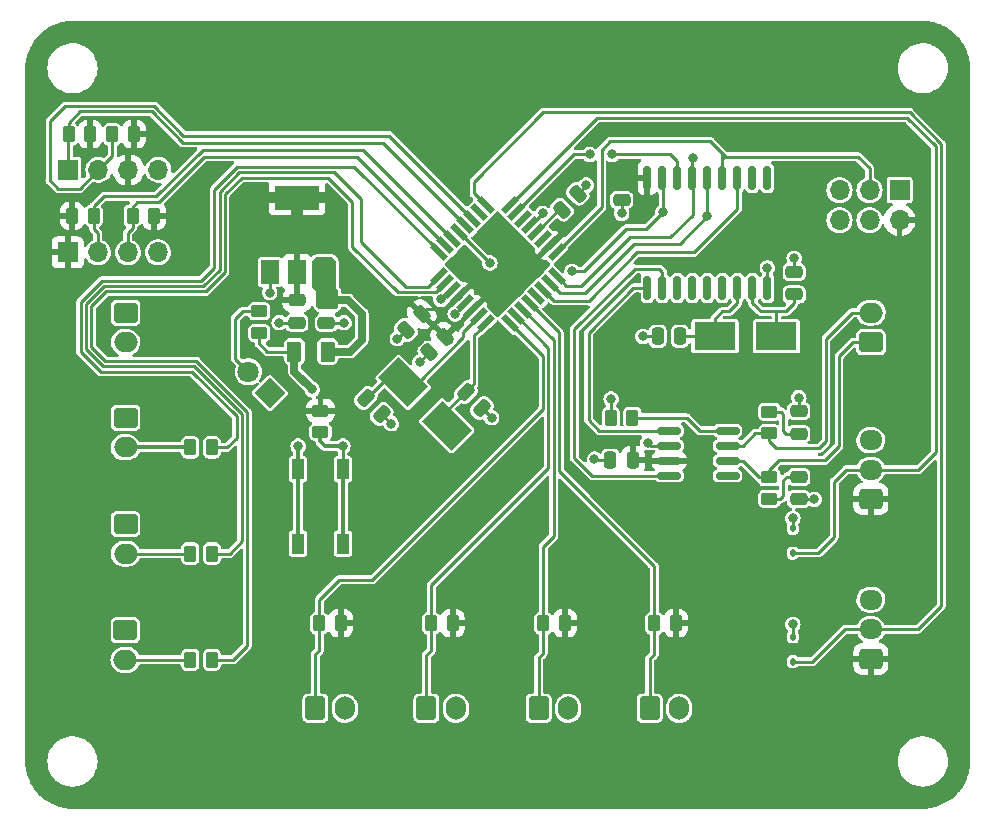
<source format=gtl>
G04 #@! TF.GenerationSoftware,KiCad,Pcbnew,7.0.5*
G04 #@! TF.CreationDate,2024-08-04T19:03:28+08:00*
G04 #@! TF.ProjectId,Vehicle_Control_Unit_VCU_V1,56656869-636c-4655-9f43-6f6e74726f6c,rev?*
G04 #@! TF.SameCoordinates,Original*
G04 #@! TF.FileFunction,Copper,L1,Top*
G04 #@! TF.FilePolarity,Positive*
%FSLAX46Y46*%
G04 Gerber Fmt 4.6, Leading zero omitted, Abs format (unit mm)*
G04 Created by KiCad (PCBNEW 7.0.5) date 2024-08-04 19:03:28*
%MOMM*%
%LPD*%
G01*
G04 APERTURE LIST*
G04 Aperture macros list*
%AMRoundRect*
0 Rectangle with rounded corners*
0 $1 Rounding radius*
0 $2 $3 $4 $5 $6 $7 $8 $9 X,Y pos of 4 corners*
0 Add a 4 corners polygon primitive as box body*
4,1,4,$2,$3,$4,$5,$6,$7,$8,$9,$2,$3,0*
0 Add four circle primitives for the rounded corners*
1,1,$1+$1,$2,$3*
1,1,$1+$1,$4,$5*
1,1,$1+$1,$6,$7*
1,1,$1+$1,$8,$9*
0 Add four rect primitives between the rounded corners*
20,1,$1+$1,$2,$3,$4,$5,0*
20,1,$1+$1,$4,$5,$6,$7,0*
20,1,$1+$1,$6,$7,$8,$9,0*
20,1,$1+$1,$8,$9,$2,$3,0*%
%AMRotRect*
0 Rectangle, with rotation*
0 The origin of the aperture is its center*
0 $1 length*
0 $2 width*
0 $3 Rotation angle, in degrees counterclockwise*
0 Add horizontal line*
21,1,$1,$2,0,0,$3*%
G04 Aperture macros list end*
G04 #@! TA.AperFunction,ComponentPad*
%ADD10RoundRect,0.250000X-0.750000X0.600000X-0.750000X-0.600000X0.750000X-0.600000X0.750000X0.600000X0*%
G04 #@! TD*
G04 #@! TA.AperFunction,ComponentPad*
%ADD11O,2.000000X1.700000*%
G04 #@! TD*
G04 #@! TA.AperFunction,ComponentPad*
%ADD12RotRect,1.800000X1.800000X135.000000*%
G04 #@! TD*
G04 #@! TA.AperFunction,ComponentPad*
%ADD13C,1.800000*%
G04 #@! TD*
G04 #@! TA.AperFunction,ComponentPad*
%ADD14RoundRect,0.250000X0.725000X-0.600000X0.725000X0.600000X-0.725000X0.600000X-0.725000X-0.600000X0*%
G04 #@! TD*
G04 #@! TA.AperFunction,ComponentPad*
%ADD15O,1.950000X1.700000*%
G04 #@! TD*
G04 #@! TA.AperFunction,SMDPad,CuDef*
%ADD16RoundRect,0.250000X0.262500X0.450000X-0.262500X0.450000X-0.262500X-0.450000X0.262500X-0.450000X0*%
G04 #@! TD*
G04 #@! TA.AperFunction,SMDPad,CuDef*
%ADD17R,1.000000X1.700000*%
G04 #@! TD*
G04 #@! TA.AperFunction,ComponentPad*
%ADD18RoundRect,0.250000X0.750000X-0.600000X0.750000X0.600000X-0.750000X0.600000X-0.750000X-0.600000X0*%
G04 #@! TD*
G04 #@! TA.AperFunction,SMDPad,CuDef*
%ADD19RoundRect,0.250000X0.159099X-0.512652X0.512652X-0.159099X-0.159099X0.512652X-0.512652X0.159099X0*%
G04 #@! TD*
G04 #@! TA.AperFunction,SMDPad,CuDef*
%ADD20R,1.500000X2.000000*%
G04 #@! TD*
G04 #@! TA.AperFunction,SMDPad,CuDef*
%ADD21R,3.800000X2.000000*%
G04 #@! TD*
G04 #@! TA.AperFunction,SMDPad,CuDef*
%ADD22RoundRect,0.250000X-0.159099X0.512652X-0.512652X0.159099X0.159099X-0.512652X0.512652X-0.159099X0*%
G04 #@! TD*
G04 #@! TA.AperFunction,ComponentPad*
%ADD23RoundRect,0.250000X-0.600000X-0.750000X0.600000X-0.750000X0.600000X0.750000X-0.600000X0.750000X0*%
G04 #@! TD*
G04 #@! TA.AperFunction,ComponentPad*
%ADD24O,1.700000X2.000000*%
G04 #@! TD*
G04 #@! TA.AperFunction,SMDPad,CuDef*
%ADD25RoundRect,0.250000X0.475000X-0.250000X0.475000X0.250000X-0.475000X0.250000X-0.475000X-0.250000X0*%
G04 #@! TD*
G04 #@! TA.AperFunction,SMDPad,CuDef*
%ADD26RoundRect,0.250000X-0.250000X-0.475000X0.250000X-0.475000X0.250000X0.475000X-0.250000X0.475000X0*%
G04 #@! TD*
G04 #@! TA.AperFunction,SMDPad,CuDef*
%ADD27RoundRect,0.250000X-0.512652X-0.159099X-0.159099X-0.512652X0.512652X0.159099X0.159099X0.512652X0*%
G04 #@! TD*
G04 #@! TA.AperFunction,SMDPad,CuDef*
%ADD28RoundRect,0.150000X0.150000X-0.875000X0.150000X0.875000X-0.150000X0.875000X-0.150000X-0.875000X0*%
G04 #@! TD*
G04 #@! TA.AperFunction,SMDPad,CuDef*
%ADD29RotRect,3.500000X2.400000X135.000000*%
G04 #@! TD*
G04 #@! TA.AperFunction,ComponentPad*
%ADD30R,1.700000X1.700000*%
G04 #@! TD*
G04 #@! TA.AperFunction,ComponentPad*
%ADD31O,1.700000X1.700000*%
G04 #@! TD*
G04 #@! TA.AperFunction,SMDPad,CuDef*
%ADD32RoundRect,0.150000X-0.825000X-0.150000X0.825000X-0.150000X0.825000X0.150000X-0.825000X0.150000X0*%
G04 #@! TD*
G04 #@! TA.AperFunction,SMDPad,CuDef*
%ADD33RoundRect,0.250000X0.450000X-0.262500X0.450000X0.262500X-0.450000X0.262500X-0.450000X-0.262500X0*%
G04 #@! TD*
G04 #@! TA.AperFunction,SMDPad,CuDef*
%ADD34RoundRect,0.250000X-0.375000X-0.625000X0.375000X-0.625000X0.375000X0.625000X-0.375000X0.625000X0*%
G04 #@! TD*
G04 #@! TA.AperFunction,SMDPad,CuDef*
%ADD35RoundRect,0.250000X-0.450000X0.262500X-0.450000X-0.262500X0.450000X-0.262500X0.450000X0.262500X0*%
G04 #@! TD*
G04 #@! TA.AperFunction,SMDPad,CuDef*
%ADD36RoundRect,0.250000X-0.475000X0.250000X-0.475000X-0.250000X0.475000X-0.250000X0.475000X0.250000X0*%
G04 #@! TD*
G04 #@! TA.AperFunction,SMDPad,CuDef*
%ADD37R,3.500000X2.400000*%
G04 #@! TD*
G04 #@! TA.AperFunction,SMDPad,CuDef*
%ADD38RoundRect,0.250000X-0.262500X-0.450000X0.262500X-0.450000X0.262500X0.450000X-0.262500X0.450000X0*%
G04 #@! TD*
G04 #@! TA.AperFunction,SMDPad,CuDef*
%ADD39RoundRect,0.112500X0.112500X-0.187500X0.112500X0.187500X-0.112500X0.187500X-0.112500X-0.187500X0*%
G04 #@! TD*
G04 #@! TA.AperFunction,SMDPad,CuDef*
%ADD40RotRect,1.600000X0.550000X45.000000*%
G04 #@! TD*
G04 #@! TA.AperFunction,SMDPad,CuDef*
%ADD41RotRect,1.600000X0.550000X135.000000*%
G04 #@! TD*
G04 #@! TA.AperFunction,ViaPad*
%ADD42C,0.800000*%
G04 #@! TD*
G04 #@! TA.AperFunction,Conductor*
%ADD43C,0.254000*%
G04 #@! TD*
G04 #@! TA.AperFunction,Conductor*
%ADD44C,0.250000*%
G04 #@! TD*
G04 #@! TA.AperFunction,Conductor*
%ADD45C,0.349250*%
G04 #@! TD*
G04 #@! TA.AperFunction,Conductor*
%ADD46C,0.635000*%
G04 #@! TD*
G04 APERTURE END LIST*
D10*
X122350000Y-111500000D03*
D11*
X122350000Y-114000000D03*
D12*
X134551561Y-100401561D03*
D13*
X132755510Y-98605510D03*
D14*
X185450000Y-109400000D03*
D15*
X185450000Y-106900000D03*
X185450000Y-104400000D03*
D16*
X140562500Y-119900000D03*
X138737500Y-119900000D03*
D17*
X140750000Y-113150000D03*
X140750000Y-106850000D03*
X136950000Y-113150000D03*
X136950000Y-106850000D03*
D18*
X185450000Y-96100000D03*
D11*
X185450000Y-93600000D03*
D16*
X165262500Y-102500000D03*
X163437500Y-102500000D03*
D14*
X185450000Y-122900000D03*
D15*
X185450000Y-120400000D03*
X185450000Y-117900000D03*
D19*
X146078249Y-95071751D03*
X147421751Y-93728249D03*
D16*
X123062500Y-78500000D03*
X121237500Y-78500000D03*
D20*
X134550000Y-90150000D03*
X136850000Y-90150000D03*
D21*
X136850000Y-83850000D03*
D20*
X139150000Y-90150000D03*
D22*
X160621751Y-83528249D03*
X159278249Y-84871751D03*
D16*
X168937500Y-119900000D03*
X167112500Y-119900000D03*
D23*
X138425000Y-127100000D03*
D24*
X140925000Y-127100000D03*
D25*
X136850000Y-94450000D03*
X136850000Y-92550000D03*
D26*
X163400000Y-106100000D03*
X165300000Y-106100000D03*
D27*
X142678249Y-100828249D03*
X144021751Y-102171751D03*
D28*
X166520000Y-91500000D03*
X167790000Y-91500000D03*
X169060000Y-91500000D03*
X170330000Y-91500000D03*
X171600000Y-91500000D03*
X172870000Y-91500000D03*
X174140000Y-91500000D03*
X175410000Y-91500000D03*
X176680000Y-91500000D03*
X176680000Y-82200000D03*
X175410000Y-82200000D03*
X174140000Y-82200000D03*
X172870000Y-82200000D03*
X171600000Y-82200000D03*
X170330000Y-82200000D03*
X169060000Y-82200000D03*
X167790000Y-82200000D03*
X166520000Y-82200000D03*
D29*
X149526956Y-103176956D03*
X145850000Y-99500000D03*
D30*
X117510000Y-81500000D03*
D31*
X120050000Y-81500000D03*
X122590000Y-81500000D03*
X125130000Y-81500000D03*
D16*
X129662500Y-105000000D03*
X127837500Y-105000000D03*
D25*
X179350000Y-109400000D03*
X179350000Y-107500000D03*
D32*
X168375000Y-103595000D03*
X168375000Y-104865000D03*
X168375000Y-106135000D03*
X168375000Y-107405000D03*
X173325000Y-107405000D03*
X173325000Y-106135000D03*
X173325000Y-104865000D03*
X173325000Y-103595000D03*
D30*
X187875000Y-83225000D03*
D31*
X187875000Y-85765000D03*
X185335000Y-83225000D03*
X185335000Y-85765000D03*
X182795000Y-83225000D03*
X182795000Y-85765000D03*
D26*
X167400000Y-95600000D03*
X169300000Y-95600000D03*
D33*
X133650000Y-95312500D03*
X133650000Y-93487500D03*
D16*
X159537500Y-119900000D03*
X157712500Y-119900000D03*
D34*
X136650000Y-96900000D03*
X139450000Y-96900000D03*
D10*
X122350000Y-102500000D03*
D11*
X122350000Y-105000000D03*
D16*
X129662500Y-123000000D03*
X127837500Y-123000000D03*
D35*
X138850000Y-101887500D03*
X138850000Y-103712500D03*
D27*
X151178249Y-100328249D03*
X152521751Y-101671751D03*
D36*
X178950000Y-90150000D03*
X178950000Y-92050000D03*
D25*
X139350000Y-94450000D03*
X139350000Y-92550000D03*
D37*
X177450000Y-95600000D03*
X172250000Y-95600000D03*
D16*
X129662500Y-114000000D03*
X127837500Y-114000000D03*
D30*
X117450000Y-88500000D03*
D31*
X119990000Y-88500000D03*
X122530000Y-88500000D03*
X125070000Y-88500000D03*
D10*
X122325000Y-120500000D03*
D11*
X122325000Y-123000000D03*
D35*
X176850000Y-107537500D03*
X176850000Y-109362500D03*
D16*
X124762500Y-85400000D03*
X122937500Y-85400000D03*
D25*
X164350000Y-84050000D03*
X164350000Y-82150000D03*
D38*
X117837500Y-85400000D03*
X119662500Y-85400000D03*
D39*
X178850000Y-123150000D03*
X178850000Y-121050000D03*
D23*
X166725000Y-127100000D03*
D24*
X169225000Y-127100000D03*
D36*
X179350000Y-101950000D03*
X179350000Y-103850000D03*
D33*
X176850000Y-103812500D03*
X176850000Y-101987500D03*
D10*
X122350000Y-93600000D03*
D11*
X122350000Y-96100000D03*
D23*
X157325000Y-127100000D03*
D24*
X159825000Y-127100000D03*
D19*
X148078249Y-96971751D03*
X149421751Y-95628249D03*
D16*
X150037500Y-119900000D03*
X148212500Y-119900000D03*
D39*
X178850000Y-113950000D03*
X178850000Y-111850000D03*
D23*
X147825000Y-127100000D03*
D24*
X150325000Y-127100000D03*
D40*
X148864897Y-90525305D03*
X149430583Y-91090990D03*
X149996268Y-91656676D03*
X150561953Y-92222361D03*
X151127639Y-92788047D03*
X151693324Y-93353732D03*
X152259010Y-93919417D03*
X152824695Y-94485103D03*
D41*
X154875305Y-94485103D03*
X155440990Y-93919417D03*
X156006676Y-93353732D03*
X156572361Y-92788047D03*
X157138047Y-92222361D03*
X157703732Y-91656676D03*
X158269417Y-91090990D03*
X158835103Y-90525305D03*
D40*
X158835103Y-88474695D03*
X158269417Y-87909010D03*
X157703732Y-87343324D03*
X157138047Y-86777639D03*
X156572361Y-86211953D03*
X156006676Y-85646268D03*
X155440990Y-85080583D03*
X154875305Y-84514897D03*
D41*
X152824695Y-84514897D03*
X152259010Y-85080583D03*
X151693324Y-85646268D03*
X151127639Y-86211953D03*
X150561953Y-86777639D03*
X149996268Y-87343324D03*
X149430583Y-87909010D03*
X148864897Y-88474695D03*
D16*
X119362500Y-78500000D03*
X117537500Y-78500000D03*
D42*
X153350000Y-102500000D03*
X150250000Y-93700000D03*
X179350000Y-100800000D03*
X178850000Y-120000000D03*
X134550000Y-91900000D03*
X163450000Y-100900000D03*
X178950000Y-89000000D03*
X164350000Y-85200000D03*
X136950000Y-104900000D03*
X166150000Y-95600000D03*
X140850000Y-94450000D03*
X149041145Y-92473961D03*
X162050000Y-106000000D03*
X180650000Y-109400000D03*
X135350000Y-94450000D03*
X161350000Y-82800000D03*
X147250000Y-97800000D03*
X157650000Y-85200000D03*
X166550000Y-104600000D03*
X145350000Y-95800000D03*
X144850000Y-103000000D03*
X176680000Y-89800000D03*
X178850000Y-111000000D03*
X160150000Y-88600000D03*
X156850464Y-89373036D03*
X138150000Y-100100000D03*
X171600000Y-85450000D03*
X170350000Y-80500000D03*
X153184314Y-89400000D03*
X160150000Y-90100000D03*
X140750000Y-104900000D03*
X167850000Y-85100000D03*
X163550000Y-80200000D03*
X161650000Y-80200000D03*
D43*
X149484314Y-93300000D02*
X150561953Y-92222361D01*
X147850000Y-93300000D02*
X149484314Y-93300000D01*
X147421751Y-93728249D02*
X147850000Y-93300000D01*
X134550000Y-90150000D02*
X134550000Y-91900000D01*
X151127639Y-92822361D02*
X151127639Y-92788047D01*
D44*
X168375000Y-104865000D02*
X166815000Y-104865000D01*
X166815000Y-104865000D02*
X166550000Y-104600000D01*
D43*
X140850000Y-94450000D02*
X139350000Y-94450000D01*
X163400000Y-106100000D02*
X162150000Y-106100000D01*
X179350000Y-101950000D02*
X179350000Y-100800000D01*
X156638047Y-86211953D02*
X157650000Y-85200000D01*
X163437500Y-100912500D02*
X163450000Y-100900000D01*
X144021751Y-102171751D02*
X144850000Y-103000000D01*
X164350000Y-84050000D02*
X164350000Y-85200000D01*
X152521751Y-101671751D02*
X153350000Y-102500000D01*
X149041145Y-92473961D02*
X149178983Y-92473961D01*
X162150000Y-106100000D02*
X162050000Y-106000000D01*
X161350000Y-82800000D02*
X160621751Y-83528249D01*
X176680000Y-89800000D02*
X176680000Y-91500000D01*
X148078249Y-96971751D02*
X147250000Y-97800000D01*
X150250000Y-93700000D02*
X151127639Y-92822361D01*
X178850000Y-111000000D02*
X178850000Y-111850000D01*
D45*
X136950000Y-106850000D02*
X136950000Y-104900000D01*
D43*
X146078249Y-95071751D02*
X145350000Y-95800000D01*
D45*
X136950000Y-106850000D02*
X136950000Y-113150000D01*
D44*
X178950000Y-90150000D02*
X178950000Y-89000000D01*
D43*
X178850000Y-120000000D02*
X178850000Y-120850000D01*
X156572361Y-86211953D02*
X156638047Y-86211953D01*
X135350000Y-94450000D02*
X136850000Y-94450000D01*
X163437500Y-102500000D02*
X163437500Y-100912500D01*
X180650000Y-109400000D02*
X179350000Y-109400000D01*
X167400000Y-95600000D02*
X166150000Y-95600000D01*
X149178983Y-92473961D02*
X149996268Y-91656676D01*
X150347056Y-94702944D02*
X150347056Y-94700000D01*
X168340000Y-106100000D02*
X168375000Y-106135000D01*
X149421751Y-95628249D02*
X150347056Y-94702944D01*
X165300000Y-106100000D02*
X168340000Y-106100000D01*
X150347056Y-94700000D02*
X151693324Y-93353732D01*
X176850000Y-101987500D02*
X177837500Y-101987500D01*
X177837500Y-101987500D02*
X178050000Y-102200000D01*
X178050000Y-103600000D02*
X178300000Y-103850000D01*
X178300000Y-103850000D02*
X179350000Y-103850000D01*
X178050000Y-102200000D02*
X178050000Y-103600000D01*
X178350000Y-107500000D02*
X178050000Y-107800000D01*
X177787500Y-109362500D02*
X176850000Y-109362500D01*
X178050000Y-107800000D02*
X178050000Y-109100000D01*
X179350000Y-107500000D02*
X178350000Y-107500000D01*
X178050000Y-109100000D02*
X177787500Y-109362500D01*
X159278249Y-84871751D02*
X159043935Y-84871751D01*
X159043935Y-84871751D02*
X157138047Y-86777639D01*
X147150000Y-99500000D02*
X150950000Y-95700000D01*
X145850000Y-99500000D02*
X147150000Y-99500000D01*
X144550000Y-99500000D02*
X144350000Y-99300000D01*
X142821751Y-100828249D02*
X142678249Y-100828249D01*
X150950000Y-95228427D02*
X152259010Y-93919417D01*
X150950000Y-95700000D02*
X150950000Y-95228427D01*
X145850000Y-99500000D02*
X144550000Y-99500000D01*
X144350000Y-99300000D02*
X142821751Y-100828249D01*
X151178249Y-100271751D02*
X151850000Y-99600000D01*
X152824695Y-94525305D02*
X152824695Y-94485103D01*
X151121751Y-100328249D02*
X151178249Y-100328249D01*
X149526956Y-103176956D02*
X149526956Y-101923044D01*
X151178249Y-100328249D02*
X151178249Y-100271751D01*
X149526956Y-101923044D02*
X151121751Y-100328249D01*
X151850000Y-95500000D02*
X152824695Y-94525305D01*
X151850000Y-99600000D02*
X151850000Y-95500000D01*
X172250000Y-94100000D02*
X172250000Y-95600000D01*
X174140000Y-91500000D02*
X174140000Y-92810000D01*
X174140000Y-92810000D02*
X173450000Y-93500000D01*
X173450000Y-93500000D02*
X172850000Y-93500000D01*
X169300000Y-95600000D02*
X172250000Y-95600000D01*
X172850000Y-93500000D02*
X172250000Y-94100000D01*
X178950000Y-92800000D02*
X178950000Y-92050000D01*
X177450000Y-93600000D02*
X177450000Y-95600000D01*
X178250000Y-93500000D02*
X178950000Y-92800000D01*
X176150000Y-93500000D02*
X177350000Y-93500000D01*
X177350000Y-93500000D02*
X178250000Y-93500000D01*
X177350000Y-93500000D02*
X177450000Y-93600000D01*
X175410000Y-92760000D02*
X176150000Y-93500000D01*
X175410000Y-91500000D02*
X175410000Y-92760000D01*
D46*
X139450000Y-96900000D02*
X141350000Y-96900000D01*
D43*
X139350000Y-92550000D02*
X139150000Y-92350000D01*
D46*
X142350000Y-93700000D02*
X141200000Y-92550000D01*
X141350000Y-96900000D02*
X142350000Y-95900000D01*
X142350000Y-95900000D02*
X142350000Y-93700000D01*
X141200000Y-92550000D02*
X139350000Y-92550000D01*
D45*
X122350000Y-105000000D02*
X127837500Y-105000000D01*
D44*
X122350000Y-114000000D02*
X127837500Y-114000000D01*
X122325000Y-123000000D02*
X127837500Y-123000000D01*
D43*
X162290202Y-77100000D02*
X188550000Y-77100000D01*
D44*
X178850000Y-113950000D02*
X181000000Y-113950000D01*
D43*
X188550000Y-77100000D02*
X190950000Y-79500000D01*
D44*
X182350000Y-112600000D02*
X182350000Y-107900000D01*
X182350000Y-107900000D02*
X183350000Y-106900000D01*
D43*
X190950000Y-79500000D02*
X190950000Y-105400000D01*
X154875305Y-84514897D02*
X162290202Y-77100000D01*
X190950000Y-105400000D02*
X189450000Y-106900000D01*
D44*
X181000000Y-113950000D02*
X182350000Y-112600000D01*
D43*
X189450000Y-106900000D02*
X185450000Y-106900000D01*
D44*
X183350000Y-106900000D02*
X185450000Y-106900000D01*
D43*
X152824695Y-84514897D02*
X152824695Y-84474695D01*
D44*
X180500000Y-123150000D02*
X183250000Y-120400000D01*
D43*
X188738053Y-76646000D02*
X191404000Y-79311948D01*
D44*
X185450000Y-120400000D02*
X189450000Y-120400000D01*
D43*
X151850000Y-83500000D02*
X151850000Y-82500000D01*
X152824695Y-84474695D02*
X151850000Y-83500000D01*
X151850000Y-82500000D02*
X157704000Y-76646000D01*
X191404000Y-79311948D02*
X191404000Y-117096000D01*
D44*
X189450000Y-120400000D02*
X191404000Y-118446000D01*
D43*
X157704000Y-76646000D02*
X188738053Y-76646000D01*
D44*
X191404000Y-118446000D02*
X191404000Y-117096000D01*
X178850000Y-123150000D02*
X180500000Y-123150000D01*
X183250000Y-120400000D02*
X185450000Y-120400000D01*
D43*
X131650000Y-94100000D02*
X131650000Y-97500000D01*
X133650000Y-93487500D02*
X132262500Y-93487500D01*
X131650000Y-97500000D02*
X132755510Y-98605510D01*
X132262500Y-93487500D02*
X131650000Y-94100000D01*
X133650000Y-96200000D02*
X134350000Y-96900000D01*
D46*
X136650000Y-98600000D02*
X136650000Y-96900000D01*
D43*
X134350000Y-96900000D02*
X136650000Y-96900000D01*
X133650000Y-95312500D02*
X133650000Y-96200000D01*
D46*
X138150000Y-100100000D02*
X136650000Y-98600000D01*
D43*
X182750000Y-97300000D02*
X183950000Y-96100000D01*
X182750000Y-104900000D02*
X182750000Y-97300000D01*
X181550000Y-106100000D02*
X182750000Y-104900000D01*
X183950000Y-96100000D02*
X185450000Y-96100000D01*
X177650000Y-106100000D02*
X181550000Y-106100000D01*
X174585000Y-106135000D02*
X175987500Y-107537500D01*
X176850000Y-106900000D02*
X177650000Y-106100000D01*
X173325000Y-106135000D02*
X174585000Y-106135000D01*
X175987500Y-107537500D02*
X176850000Y-107537500D01*
X176850000Y-107537500D02*
X176850000Y-106900000D01*
X181050000Y-105100000D02*
X181650000Y-104500000D01*
X176850000Y-103812500D02*
X176850000Y-104500000D01*
X175637500Y-103812500D02*
X176850000Y-103812500D01*
X181650000Y-104500000D02*
X181650000Y-95800000D01*
X176850000Y-104500000D02*
X177450000Y-105100000D01*
X173325000Y-104865000D02*
X174585000Y-104865000D01*
X177450000Y-105100000D02*
X181050000Y-105100000D01*
X181650000Y-95800000D02*
X183850000Y-93600000D01*
X174585000Y-104865000D02*
X175637500Y-103812500D01*
X183850000Y-93600000D02*
X185450000Y-93600000D01*
X128907948Y-79800000D02*
X124961948Y-83746000D01*
X142452944Y-79800000D02*
X128907948Y-79800000D01*
X120504000Y-83746000D02*
X119662500Y-84587500D01*
X149996268Y-87343324D02*
X142452944Y-79800000D01*
X124961948Y-83746000D02*
X120504000Y-83746000D01*
X119990000Y-86840000D02*
X119990000Y-88500000D01*
X119662500Y-86512500D02*
X119990000Y-86840000D01*
X119662500Y-84587500D02*
X119662500Y-85400000D01*
X119662500Y-85400000D02*
X119662500Y-86512500D01*
X122530000Y-86820000D02*
X122530000Y-88500000D01*
X122937500Y-86412500D02*
X122530000Y-86820000D01*
X123350000Y-84200000D02*
X122937500Y-84612500D01*
X141921573Y-80400000D02*
X128950000Y-80400000D01*
X122937500Y-84612500D02*
X122937500Y-85400000D01*
X122937500Y-85400000D02*
X122937500Y-86412500D01*
X125150000Y-84200000D02*
X123350000Y-84200000D01*
X149430583Y-87909010D02*
X141921573Y-80400000D01*
X128950000Y-80400000D02*
X125150000Y-84200000D01*
X165392052Y-87800000D02*
X161238052Y-91954000D01*
X169250000Y-87800000D02*
X165392052Y-87800000D01*
X171600000Y-85450000D02*
X169250000Y-87800000D01*
X159132427Y-91954000D02*
X158269417Y-91090990D01*
X171600000Y-82200000D02*
X171600000Y-85450000D01*
X161238052Y-91954000D02*
X159132427Y-91954000D01*
X165050000Y-87200000D02*
X160950000Y-91300000D01*
X168450000Y-87200000D02*
X165050000Y-87200000D01*
X170350000Y-85300000D02*
X168450000Y-87200000D01*
X170330000Y-82200000D02*
X170330000Y-80520000D01*
X170330000Y-82200000D02*
X170350000Y-82220000D01*
X158875305Y-90525305D02*
X158835103Y-90525305D01*
X170330000Y-80520000D02*
X170350000Y-80500000D01*
X159650000Y-91300000D02*
X158875305Y-90525305D01*
X160950000Y-91300000D02*
X159650000Y-91300000D01*
X170350000Y-82220000D02*
X170350000Y-85300000D01*
X172870000Y-80600000D02*
X172870000Y-80300000D01*
X172870000Y-80120000D02*
X173150000Y-80400000D01*
X172870000Y-80300000D02*
X172870000Y-80120000D01*
X163350000Y-79100000D02*
X162650000Y-79800000D01*
X173050000Y-80400000D02*
X172970000Y-80400000D01*
X162650000Y-79800000D02*
X162650000Y-84659798D01*
X171850000Y-79100000D02*
X163350000Y-79100000D01*
X184350000Y-80400000D02*
X173150000Y-80400000D01*
X162650000Y-84659798D02*
X158835103Y-88474695D01*
X172870000Y-80580000D02*
X173050000Y-80400000D01*
X172870000Y-82200000D02*
X172870000Y-80600000D01*
X172870000Y-80600000D02*
X172870000Y-80580000D01*
X185335000Y-83225000D02*
X185335000Y-81385000D01*
X172870000Y-80120000D02*
X171850000Y-79100000D01*
X172970000Y-80400000D02*
X172870000Y-80300000D01*
X173150000Y-80400000D02*
X173050000Y-80400000D01*
X185335000Y-81385000D02*
X184350000Y-80400000D01*
X161150000Y-90100000D02*
X164750000Y-86500000D01*
X140750000Y-104900000D02*
X140750000Y-106850000D01*
X166450000Y-86500000D02*
X167850000Y-85100000D01*
X160150000Y-90100000D02*
X161150000Y-90100000D01*
D45*
X139250000Y-104900000D02*
X140750000Y-104900000D01*
D43*
X167850000Y-85100000D02*
X167850000Y-82260000D01*
D45*
X138850000Y-103712500D02*
X138850000Y-104500000D01*
D43*
X153184314Y-89400000D02*
X150561953Y-86777639D01*
X164750000Y-86500000D02*
X166450000Y-86500000D01*
D45*
X138850000Y-104500000D02*
X139250000Y-104900000D01*
X140750000Y-106850000D02*
X140750000Y-113150000D01*
D43*
X167850000Y-82260000D02*
X167790000Y-82200000D01*
X115950000Y-82400000D02*
X116650000Y-83100000D01*
X121237500Y-80312500D02*
X121237500Y-78500000D01*
X151693324Y-85646268D02*
X144647056Y-78600000D01*
X117250000Y-76100000D02*
X115950000Y-77400000D01*
X127250000Y-78600000D02*
X124750000Y-76100000D01*
X118450000Y-83100000D02*
X120050000Y-81500000D01*
X124750000Y-76100000D02*
X117250000Y-76100000D01*
X120050000Y-81500000D02*
X121237500Y-80312500D01*
X115950000Y-77400000D02*
X115950000Y-82400000D01*
X116650000Y-83100000D02*
X118450000Y-83100000D01*
X144647056Y-78600000D02*
X127250000Y-78600000D01*
X118496000Y-76554000D02*
X117537500Y-77512500D01*
X117537500Y-78500000D02*
X117510000Y-78527500D01*
X151127639Y-86211953D02*
X144115686Y-79200000D01*
X127207948Y-79200000D02*
X124561948Y-76554000D01*
X144115686Y-79200000D02*
X127207948Y-79200000D01*
X124561948Y-76554000D02*
X118496000Y-76554000D01*
X117510000Y-78527500D02*
X117510000Y-81500000D01*
X117537500Y-77512500D02*
X117537500Y-78500000D01*
X169850000Y-102500000D02*
X170945000Y-103595000D01*
X170945000Y-103595000D02*
X173325000Y-103595000D01*
X165262500Y-102500000D02*
X169850000Y-102500000D01*
X138737500Y-117912500D02*
X138737500Y-119900000D01*
X140450000Y-116200000D02*
X138737500Y-117912500D01*
X143250000Y-116200000D02*
X140450000Y-116200000D01*
X138425000Y-122525000D02*
X138425000Y-127100000D01*
X138737500Y-119900000D02*
X138737500Y-122212500D01*
X138737500Y-122212500D02*
X138425000Y-122525000D01*
X157688000Y-101762000D02*
X143250000Y-116200000D01*
X157688000Y-97297798D02*
X157688000Y-101762000D01*
X154875305Y-94485103D02*
X157688000Y-97297798D01*
X155440990Y-93919417D02*
X155469417Y-93919417D01*
X155469417Y-93919417D02*
X158142000Y-96592000D01*
X147825000Y-122600000D02*
X147825000Y-127100000D01*
X148212500Y-122212500D02*
X147825000Y-122600000D01*
X158142000Y-96592000D02*
X158142000Y-106765948D01*
X148212500Y-116695448D02*
X148212500Y-119900000D01*
X158142000Y-106765948D02*
X148212500Y-116695448D01*
X148212500Y-119900000D02*
X148212500Y-122212500D01*
D44*
X167112500Y-115062500D02*
X161350000Y-109300000D01*
D43*
X159050000Y-107000000D02*
X159050000Y-95265686D01*
D44*
X167112500Y-119900000D02*
X167112500Y-115062500D01*
D43*
X161350000Y-109300000D02*
X159050000Y-107000000D01*
D44*
X167112500Y-122512500D02*
X166725000Y-122900000D01*
X167112500Y-119900000D02*
X167112500Y-122512500D01*
D43*
X159050000Y-95265686D02*
X156572361Y-92788047D01*
D44*
X166725000Y-122900000D02*
X166725000Y-127100000D01*
D43*
X157712500Y-113400000D02*
X158596000Y-112516500D01*
X158596000Y-112516500D02*
X158596000Y-95943056D01*
D44*
X157712500Y-119900000D02*
X157712500Y-113400000D01*
X157712500Y-122412500D02*
X157325000Y-122800000D01*
X157712500Y-119900000D02*
X157712500Y-122412500D01*
D43*
X158596000Y-95943056D02*
X156006676Y-93353732D01*
D44*
X157325000Y-122800000D02*
X157325000Y-127100000D01*
D43*
X127968724Y-98600000D02*
X131744000Y-102375276D01*
X129850000Y-83200000D02*
X129850000Y-89800000D01*
X148864897Y-88414897D02*
X141704000Y-81254000D01*
X131744000Y-104206000D02*
X130950000Y-105000000D01*
X141704000Y-81254000D02*
X131796000Y-81254000D01*
X129850000Y-89800000D02*
X128750000Y-90900000D01*
X120250000Y-98600000D02*
X127968724Y-98600000D01*
X118550000Y-96900000D02*
X120250000Y-98600000D01*
X130950000Y-105000000D02*
X129662500Y-105000000D01*
X128750000Y-90900000D02*
X120350000Y-90900000D01*
X120350000Y-90900000D02*
X118550000Y-92700000D01*
X131796000Y-81254000D02*
X129850000Y-83200000D01*
X131744000Y-102375276D02*
X131744000Y-104206000D01*
X148864897Y-88474695D02*
X148864897Y-88414897D01*
X118550000Y-92700000D02*
X118550000Y-96900000D01*
X119004000Y-96711948D02*
X120438052Y-98146000D01*
X142302000Y-83994052D02*
X142302000Y-87652000D01*
X131984052Y-81708000D02*
X130304000Y-83388052D01*
X128938052Y-91354000D02*
X120538052Y-91354000D01*
X142302000Y-87652000D02*
X146050000Y-91400000D01*
X128156776Y-98146000D02*
X132198000Y-102187224D01*
X130304000Y-89988052D02*
X128938052Y-91354000D01*
X119004000Y-92888052D02*
X119004000Y-96711948D01*
X140015948Y-81708000D02*
X131984052Y-81708000D01*
X120538052Y-91354000D02*
X119004000Y-92888052D01*
X142302000Y-83994052D02*
X140015948Y-81708000D01*
X130304000Y-83388052D02*
X130304000Y-89988052D01*
X132198000Y-112952000D02*
X131150000Y-114000000D01*
X120438052Y-98146000D02*
X128156776Y-98146000D01*
X147990202Y-91400000D02*
X148864897Y-90525305D01*
X131150000Y-114000000D02*
X129662500Y-114000000D01*
X146050000Y-91400000D02*
X147990202Y-91400000D01*
X132198000Y-102187224D02*
X132198000Y-112952000D01*
D44*
X132650000Y-121800000D02*
X132650000Y-102000000D01*
X119456000Y-96524724D02*
X119456000Y-93075276D01*
X132650000Y-102000000D02*
X128344000Y-97694000D01*
X148669573Y-91852000D02*
X149430583Y-91090990D01*
X130756000Y-90175276D02*
X130756000Y-83575276D01*
X141550000Y-84200000D02*
X141550000Y-88000000D01*
X139510000Y-82160000D02*
X141550000Y-84200000D01*
X120625276Y-97694000D02*
X119456000Y-96524724D01*
X129125276Y-91806000D02*
X130756000Y-90175276D01*
X132171276Y-82160000D02*
X139510000Y-82160000D01*
X119456000Y-93075276D02*
X120725276Y-91806000D01*
X129662500Y-123000000D02*
X131450000Y-123000000D01*
X141550000Y-88000000D02*
X145402000Y-91852000D01*
X130756000Y-83575276D02*
X132171276Y-82160000D01*
X120725276Y-91806000D02*
X129125276Y-91806000D01*
X145402000Y-91852000D02*
X148669573Y-91852000D01*
X131450000Y-123000000D02*
X132650000Y-121800000D01*
X128344000Y-97694000D02*
X120625276Y-97694000D01*
D43*
X158647056Y-92600000D02*
X161550000Y-92600000D01*
X161550000Y-92600000D02*
X165650000Y-88500000D01*
X174150000Y-82210000D02*
X174140000Y-82200000D01*
X157703732Y-91656676D02*
X158647056Y-92600000D01*
X174150000Y-84800000D02*
X174150000Y-82210000D01*
X170450000Y-88500000D02*
X174150000Y-84800000D01*
X165650000Y-88500000D02*
X170450000Y-88500000D01*
X160321573Y-80200000D02*
X155440990Y-85080583D01*
X161650000Y-80200000D02*
X160321573Y-80200000D01*
X169050000Y-80800000D02*
X168450000Y-80200000D01*
X169050000Y-82190000D02*
X169050000Y-80800000D01*
X169060000Y-82200000D02*
X169050000Y-82190000D01*
X168450000Y-80200000D02*
X163550000Y-80200000D01*
X161550000Y-95300000D02*
X165350000Y-91500000D01*
X161550000Y-102700000D02*
X161550000Y-95300000D01*
X162450000Y-103600000D02*
X161550000Y-102700000D01*
X168370000Y-103600000D02*
X162450000Y-103600000D01*
X165350000Y-91500000D02*
X166520000Y-91500000D01*
X168375000Y-103595000D02*
X168370000Y-103600000D01*
X160350000Y-95000000D02*
X165450000Y-89900000D01*
X168375000Y-107405000D02*
X161855000Y-107405000D01*
X167550000Y-89900000D02*
X167790000Y-90140000D01*
X167790000Y-90140000D02*
X167790000Y-91500000D01*
X160350000Y-105900000D02*
X160350000Y-95000000D01*
X165450000Y-89900000D02*
X167550000Y-89900000D01*
X161855000Y-107405000D02*
X160350000Y-105900000D01*
G04 #@! TA.AperFunction,Conductor*
G36*
X165970814Y-80597185D02*
G01*
X166016569Y-80649989D01*
X166026513Y-80719147D01*
X165997488Y-80782703D01*
X165974259Y-80802088D01*
X165974607Y-80802537D01*
X165968438Y-80807321D01*
X165852321Y-80923438D01*
X165852314Y-80923447D01*
X165768717Y-81064803D01*
X165768716Y-81064806D01*
X165722900Y-81222504D01*
X165722899Y-81222510D01*
X165720000Y-81259350D01*
X165720000Y-81950000D01*
X166646000Y-81950000D01*
X166713039Y-81969685D01*
X166758794Y-82022489D01*
X166770000Y-82074000D01*
X166770000Y-83722295D01*
X166770001Y-83722295D01*
X166772486Y-83722100D01*
X166930198Y-83676281D01*
X167071552Y-83592685D01*
X167071561Y-83592678D01*
X167187678Y-83476561D01*
X167187684Y-83476553D01*
X167213142Y-83433507D01*
X167264211Y-83385824D01*
X167332952Y-83373320D01*
X167393153Y-83398154D01*
X167393764Y-83397314D01*
X167397242Y-83399841D01*
X167397542Y-83399965D01*
X167398092Y-83400459D01*
X167401655Y-83403047D01*
X167401658Y-83403050D01*
X167404793Y-83404647D01*
X167407914Y-83407595D01*
X167409555Y-83408787D01*
X167409401Y-83408998D01*
X167455590Y-83452621D01*
X167472500Y-83515133D01*
X167472500Y-84509568D01*
X167452815Y-84576607D01*
X167430727Y-84602383D01*
X167359518Y-84665468D01*
X167269781Y-84795475D01*
X167269780Y-84795476D01*
X167213762Y-84943181D01*
X167194722Y-85099999D01*
X167200590Y-85148330D01*
X167189129Y-85217254D01*
X167165175Y-85250957D01*
X166329953Y-86086181D01*
X166268630Y-86119666D01*
X166242272Y-86122500D01*
X164802011Y-86122500D01*
X164776566Y-86119861D01*
X164765816Y-86117607D01*
X164765813Y-86117607D01*
X164730383Y-86122023D01*
X164722707Y-86122500D01*
X164718719Y-86122500D01*
X164709355Y-86124062D01*
X164696851Y-86126148D01*
X164694319Y-86126517D01*
X164640797Y-86133189D01*
X164633246Y-86135437D01*
X164625728Y-86138018D01*
X164578322Y-86163672D01*
X164576046Y-86164844D01*
X164527610Y-86188524D01*
X164521182Y-86193113D01*
X164514926Y-86197982D01*
X164478401Y-86237657D01*
X164476628Y-86239506D01*
X161029953Y-89686181D01*
X160968630Y-89719666D01*
X160942272Y-89722500D01*
X160744928Y-89722500D01*
X160677889Y-89702815D01*
X160642878Y-89668939D01*
X160640485Y-89665472D01*
X160633531Y-89659311D01*
X160522240Y-89560717D01*
X160522238Y-89560716D01*
X160522237Y-89560715D01*
X160382365Y-89487303D01*
X160228986Y-89449500D01*
X160228985Y-89449500D01*
X160071015Y-89449500D01*
X160071014Y-89449500D01*
X159917634Y-89487303D01*
X159777762Y-89560715D01*
X159659516Y-89665471D01*
X159569781Y-89795475D01*
X159569780Y-89795476D01*
X159513762Y-89943181D01*
X159494722Y-90099999D01*
X159494722Y-90100003D01*
X159498639Y-90132269D01*
X159487177Y-90201192D01*
X159440272Y-90252977D01*
X159372816Y-90271183D01*
X159306226Y-90250029D01*
X159287862Y-90234894D01*
X158640649Y-89587680D01*
X158607164Y-89526357D01*
X158612148Y-89456665D01*
X158640649Y-89412318D01*
X159789818Y-88263149D01*
X159789820Y-88263147D01*
X159831209Y-88201204D01*
X159838260Y-88165757D01*
X159850651Y-88103466D01*
X159850651Y-88103463D01*
X159845256Y-88076343D01*
X159851483Y-88006751D01*
X159879190Y-87964471D01*
X162880157Y-84963505D01*
X162900014Y-84947380D01*
X162909209Y-84941374D01*
X162931147Y-84913185D01*
X162936222Y-84907440D01*
X162939052Y-84904612D01*
X162940821Y-84902135D01*
X162951957Y-84886537D01*
X162953490Y-84884481D01*
X162954628Y-84883019D01*
X162986592Y-84841953D01*
X162986592Y-84841950D01*
X162990344Y-84835017D01*
X162993828Y-84827891D01*
X162993832Y-84827887D01*
X163009219Y-84776200D01*
X163009996Y-84773775D01*
X163012848Y-84765470D01*
X163027500Y-84722792D01*
X163027500Y-84722791D01*
X163028800Y-84714999D01*
X163029781Y-84707136D01*
X163027553Y-84653276D01*
X163027500Y-84650713D01*
X163027500Y-84347870D01*
X163374500Y-84347870D01*
X163374501Y-84347876D01*
X163380908Y-84407483D01*
X163431202Y-84542328D01*
X163431206Y-84542335D01*
X163517452Y-84657544D01*
X163517455Y-84657547D01*
X163632664Y-84743793D01*
X163632669Y-84743796D01*
X163686363Y-84763822D01*
X163742296Y-84805692D01*
X163766714Y-84871156D01*
X163758972Y-84923975D01*
X163713763Y-85043181D01*
X163694722Y-85199999D01*
X163694722Y-85200000D01*
X163713762Y-85356818D01*
X163756540Y-85469613D01*
X163769780Y-85504523D01*
X163859517Y-85634530D01*
X163977760Y-85739283D01*
X163977762Y-85739284D01*
X164117634Y-85812696D01*
X164271014Y-85850500D01*
X164271015Y-85850500D01*
X164428985Y-85850500D01*
X164582365Y-85812696D01*
X164587927Y-85809777D01*
X164722240Y-85739283D01*
X164840483Y-85634530D01*
X164930220Y-85504523D01*
X164986237Y-85356818D01*
X165005278Y-85200000D01*
X165003235Y-85183178D01*
X164986237Y-85043182D01*
X164977604Y-85020418D01*
X164941026Y-84923971D01*
X164935660Y-84854313D01*
X164968807Y-84792806D01*
X165013633Y-84763823D01*
X165067331Y-84743796D01*
X165182546Y-84657546D01*
X165268796Y-84542331D01*
X165319091Y-84407483D01*
X165325500Y-84347873D01*
X165325499Y-83752128D01*
X165320299Y-83703757D01*
X165319091Y-83692516D01*
X165268797Y-83557671D01*
X165268793Y-83557664D01*
X165182547Y-83442455D01*
X165182544Y-83442452D01*
X165067335Y-83356206D01*
X165067328Y-83356202D01*
X164932482Y-83305908D01*
X164932483Y-83305908D01*
X164872883Y-83299501D01*
X164872881Y-83299500D01*
X164872873Y-83299500D01*
X164872864Y-83299500D01*
X163827129Y-83299500D01*
X163827123Y-83299501D01*
X163767516Y-83305908D01*
X163632671Y-83356202D01*
X163632664Y-83356206D01*
X163517455Y-83442452D01*
X163517452Y-83442455D01*
X163431206Y-83557664D01*
X163431202Y-83557671D01*
X163382142Y-83689211D01*
X163380909Y-83692517D01*
X163374500Y-83752127D01*
X163374500Y-83752134D01*
X163374500Y-83752135D01*
X163374500Y-84347870D01*
X163027500Y-84347870D01*
X163027500Y-82450000D01*
X165720000Y-82450000D01*
X165720000Y-83140649D01*
X165722899Y-83177489D01*
X165722900Y-83177495D01*
X165768716Y-83335193D01*
X165768717Y-83335196D01*
X165852314Y-83476552D01*
X165852321Y-83476561D01*
X165968438Y-83592678D01*
X165968447Y-83592685D01*
X166109801Y-83676281D01*
X166267514Y-83722100D01*
X166267511Y-83722100D01*
X166269998Y-83722295D01*
X166270000Y-83722295D01*
X166270000Y-82450000D01*
X165720000Y-82450000D01*
X163027500Y-82450000D01*
X163027500Y-80865541D01*
X163047185Y-80798502D01*
X163099989Y-80752747D01*
X163169147Y-80742803D01*
X163209122Y-80755743D01*
X163317635Y-80812696D01*
X163330294Y-80815816D01*
X163471014Y-80850500D01*
X163471015Y-80850500D01*
X163628985Y-80850500D01*
X163782365Y-80812696D01*
X163801721Y-80802537D01*
X163922240Y-80739283D01*
X164040483Y-80634530D01*
X164040771Y-80634112D01*
X164042878Y-80631061D01*
X164045284Y-80629110D01*
X164045457Y-80628916D01*
X164045489Y-80628944D01*
X164097160Y-80587070D01*
X164144928Y-80577500D01*
X165903775Y-80577500D01*
X165970814Y-80597185D01*
G37*
G04 #@! TD.AperFunction*
G04 #@! TA.AperFunction,Conductor*
G36*
X124421260Y-76951185D02*
G01*
X124441901Y-76967818D01*
X125676897Y-78202815D01*
X126904237Y-79430155D01*
X126920361Y-79450010D01*
X126926372Y-79459209D01*
X126949872Y-79477500D01*
X126954548Y-79481139D01*
X126960310Y-79486228D01*
X126963134Y-79489052D01*
X126963136Y-79489054D01*
X126981196Y-79501949D01*
X126983250Y-79503480D01*
X127025791Y-79536591D01*
X127032765Y-79540365D01*
X127039856Y-79543831D01*
X127039858Y-79543831D01*
X127039859Y-79543832D01*
X127091549Y-79559220D01*
X127093959Y-79559993D01*
X127109304Y-79565261D01*
X127144954Y-79577500D01*
X127144956Y-79577500D01*
X127152747Y-79578800D01*
X127160605Y-79579780D01*
X127160608Y-79579781D01*
X127160610Y-79579780D01*
X127160611Y-79579781D01*
X127204211Y-79577977D01*
X127214471Y-79577552D01*
X127217033Y-79577500D01*
X128297221Y-79577500D01*
X128364260Y-79597185D01*
X128410015Y-79649989D01*
X128419959Y-79719147D01*
X128390934Y-79782703D01*
X128384902Y-79789181D01*
X126433234Y-81740847D01*
X126371911Y-81774332D01*
X126302219Y-81769348D01*
X126246286Y-81727476D01*
X126221869Y-81662012D01*
X126222081Y-81641731D01*
X126235215Y-81500000D01*
X126216397Y-81296917D01*
X126160582Y-81100750D01*
X126145274Y-81070008D01*
X126108898Y-80996954D01*
X126069673Y-80918179D01*
X125971900Y-80788706D01*
X125946762Y-80755418D01*
X125796041Y-80618019D01*
X125796039Y-80618017D01*
X125622642Y-80510655D01*
X125622635Y-80510651D01*
X125451622Y-80444401D01*
X125432456Y-80436976D01*
X125231976Y-80399500D01*
X125028024Y-80399500D01*
X124827544Y-80436976D01*
X124827541Y-80436976D01*
X124827541Y-80436977D01*
X124637364Y-80510651D01*
X124637357Y-80510655D01*
X124463960Y-80618017D01*
X124463958Y-80618019D01*
X124313237Y-80755418D01*
X124190327Y-80918178D01*
X124103182Y-81093188D01*
X124055679Y-81144425D01*
X123988016Y-81161846D01*
X123921676Y-81139920D01*
X123877721Y-81085609D01*
X123872407Y-81070008D01*
X123863434Y-81036518D01*
X123863429Y-81036507D01*
X123763600Y-80822422D01*
X123763599Y-80822420D01*
X123628113Y-80628926D01*
X123628108Y-80628920D01*
X123461082Y-80461894D01*
X123267578Y-80326399D01*
X123053492Y-80226570D01*
X123053486Y-80226567D01*
X122840000Y-80169364D01*
X122840000Y-81064498D01*
X122732315Y-81015320D01*
X122625763Y-81000000D01*
X122554237Y-81000000D01*
X122447685Y-81015320D01*
X122339999Y-81064498D01*
X122339999Y-80169364D01*
X122339998Y-80169364D01*
X122126505Y-80226570D01*
X121912422Y-80326399D01*
X121912420Y-80326400D01*
X121810122Y-80398030D01*
X121743916Y-80420357D01*
X121676148Y-80403347D01*
X121628336Y-80352398D01*
X121614999Y-80296455D01*
X121614999Y-79884928D01*
X121614999Y-79527378D01*
X121634684Y-79460343D01*
X121687488Y-79414588D01*
X121695643Y-79411209D01*
X121742331Y-79393796D01*
X121857546Y-79307546D01*
X121903502Y-79246156D01*
X121959434Y-79204287D01*
X122029125Y-79199303D01*
X122090448Y-79232788D01*
X122111665Y-79263089D01*
X122111851Y-79262975D01*
X122113819Y-79266166D01*
X122115151Y-79268068D01*
X122115642Y-79269121D01*
X122207684Y-79418345D01*
X122331654Y-79542315D01*
X122480875Y-79634356D01*
X122480880Y-79634358D01*
X122647302Y-79689505D01*
X122647309Y-79689506D01*
X122750019Y-79699999D01*
X122812499Y-79699998D01*
X122812500Y-79699998D01*
X122812500Y-78750000D01*
X123312500Y-78750000D01*
X123312500Y-79699999D01*
X123374972Y-79699999D01*
X123374986Y-79699998D01*
X123477697Y-79689505D01*
X123644119Y-79634358D01*
X123644124Y-79634356D01*
X123793345Y-79542315D01*
X123917315Y-79418345D01*
X124009356Y-79269124D01*
X124009358Y-79269119D01*
X124064505Y-79102697D01*
X124064506Y-79102690D01*
X124074999Y-78999986D01*
X124075000Y-78999973D01*
X124075000Y-78750000D01*
X123312500Y-78750000D01*
X122812500Y-78750000D01*
X122812499Y-77300000D01*
X123312500Y-77300000D01*
X123312500Y-78250000D01*
X124074999Y-78250000D01*
X124074999Y-78000028D01*
X124074998Y-78000013D01*
X124064505Y-77897302D01*
X124009358Y-77730880D01*
X124009356Y-77730875D01*
X123917315Y-77581654D01*
X123793345Y-77457684D01*
X123644124Y-77365643D01*
X123644119Y-77365641D01*
X123477697Y-77310494D01*
X123477690Y-77310493D01*
X123374986Y-77300000D01*
X123312500Y-77300000D01*
X122812499Y-77300000D01*
X122812499Y-77299999D01*
X122750028Y-77300000D01*
X122750011Y-77300001D01*
X122647302Y-77310494D01*
X122480880Y-77365641D01*
X122480875Y-77365643D01*
X122331654Y-77457684D01*
X122207684Y-77581654D01*
X122115637Y-77730885D01*
X122115148Y-77731936D01*
X122114620Y-77732535D01*
X122111851Y-77737025D01*
X122111083Y-77736551D01*
X122068975Y-77784375D01*
X122001782Y-77803526D01*
X121934901Y-77783309D01*
X121903501Y-77753841D01*
X121857547Y-77692455D01*
X121857544Y-77692452D01*
X121742335Y-77606206D01*
X121742328Y-77606202D01*
X121607486Y-77555910D01*
X121607485Y-77555909D01*
X121607483Y-77555909D01*
X121547873Y-77549500D01*
X121547863Y-77549500D01*
X120927129Y-77549500D01*
X120927123Y-77549501D01*
X120867516Y-77555908D01*
X120732671Y-77606202D01*
X120732664Y-77606206D01*
X120617455Y-77692452D01*
X120537353Y-77799454D01*
X120481419Y-77841324D01*
X120411727Y-77846308D01*
X120350405Y-77812822D01*
X120320381Y-77764145D01*
X120309359Y-77730882D01*
X120309356Y-77730875D01*
X120217315Y-77581654D01*
X120093345Y-77457684D01*
X119944124Y-77365643D01*
X119944119Y-77365641D01*
X119777697Y-77310494D01*
X119777690Y-77310493D01*
X119674986Y-77300000D01*
X119612500Y-77300000D01*
X119612500Y-79699999D01*
X119674972Y-79699999D01*
X119674986Y-79699998D01*
X119777697Y-79689505D01*
X119944119Y-79634358D01*
X119944124Y-79634356D01*
X120093345Y-79542315D01*
X120217315Y-79418345D01*
X120309356Y-79269124D01*
X120309356Y-79269122D01*
X120320380Y-79235855D01*
X120360152Y-79178410D01*
X120424667Y-79151585D01*
X120493443Y-79163899D01*
X120537353Y-79200546D01*
X120617452Y-79307544D01*
X120617455Y-79307547D01*
X120732664Y-79393793D01*
X120732669Y-79393796D01*
X120779332Y-79411200D01*
X120835266Y-79453070D01*
X120859684Y-79518533D01*
X120860000Y-79527382D01*
X120860000Y-80104771D01*
X120840315Y-80171810D01*
X120823681Y-80192452D01*
X120572989Y-80443143D01*
X120511666Y-80476628D01*
X120441974Y-80471644D01*
X120440515Y-80471089D01*
X120352461Y-80436977D01*
X120352456Y-80436976D01*
X120151976Y-80399500D01*
X119948024Y-80399500D01*
X119747544Y-80436976D01*
X119747541Y-80436976D01*
X119747541Y-80436977D01*
X119557364Y-80510651D01*
X119557357Y-80510655D01*
X119383960Y-80618017D01*
X119383958Y-80618019D01*
X119233237Y-80755418D01*
X119110327Y-80918178D01*
X119019422Y-81100739D01*
X119019417Y-81100752D01*
X118963602Y-81296917D01*
X118944785Y-81499999D01*
X118944785Y-81500000D01*
X118963602Y-81703082D01*
X119020987Y-81904764D01*
X119018480Y-81905477D01*
X119023219Y-81964205D01*
X118990295Y-82025830D01*
X118989500Y-82026632D01*
X118822179Y-82193953D01*
X118760858Y-82227437D01*
X118691167Y-82222453D01*
X118635233Y-82180582D01*
X118610816Y-82115117D01*
X118610500Y-82106271D01*
X118610500Y-80625323D01*
X118610499Y-80625321D01*
X118595967Y-80552264D01*
X118595966Y-80552260D01*
X118580025Y-80528402D01*
X118540601Y-80469399D01*
X118485235Y-80432405D01*
X118457739Y-80414033D01*
X118457735Y-80414032D01*
X118384677Y-80399500D01*
X118384674Y-80399500D01*
X118011500Y-80399500D01*
X117944461Y-80379815D01*
X117898706Y-80327011D01*
X117887500Y-80275500D01*
X117887500Y-79537639D01*
X117907185Y-79470600D01*
X117959989Y-79424845D01*
X117968168Y-79421457D01*
X118042326Y-79393798D01*
X118042326Y-79393797D01*
X118042331Y-79393796D01*
X118157546Y-79307546D01*
X118203502Y-79246156D01*
X118259434Y-79204287D01*
X118329125Y-79199303D01*
X118390448Y-79232788D01*
X118411665Y-79263089D01*
X118411851Y-79262975D01*
X118413819Y-79266166D01*
X118415151Y-79268068D01*
X118415642Y-79269121D01*
X118507684Y-79418345D01*
X118631654Y-79542315D01*
X118780875Y-79634356D01*
X118780880Y-79634358D01*
X118947302Y-79689505D01*
X118947309Y-79689506D01*
X119050019Y-79699999D01*
X119112499Y-79699998D01*
X119112500Y-79699998D01*
X119112500Y-77300000D01*
X119112499Y-77299999D01*
X119050028Y-77300000D01*
X119050011Y-77300001D01*
X118947302Y-77310494D01*
X118780880Y-77365641D01*
X118780875Y-77365643D01*
X118631654Y-77457684D01*
X118507684Y-77581654D01*
X118415637Y-77730885D01*
X118415148Y-77731936D01*
X118414620Y-77732535D01*
X118411851Y-77737025D01*
X118411083Y-77736551D01*
X118368975Y-77784375D01*
X118301782Y-77803526D01*
X118234901Y-77783309D01*
X118203501Y-77753841D01*
X118157547Y-77692455D01*
X118119905Y-77664276D01*
X118078035Y-77608342D01*
X118073051Y-77538651D01*
X118106536Y-77477329D01*
X118324768Y-77259098D01*
X118616046Y-76967819D01*
X118677370Y-76934334D01*
X118703728Y-76931500D01*
X124354221Y-76931500D01*
X124421260Y-76951185D01*
G37*
G04 #@! TD.AperFunction*
G04 #@! TA.AperFunction,Conductor*
G36*
X189851424Y-68900566D02*
G01*
X190022753Y-68908487D01*
X190086738Y-68911630D01*
X190222549Y-68918302D01*
X190228048Y-68918819D01*
X190413331Y-68944665D01*
X190599828Y-68972329D01*
X190604875Y-68973295D01*
X190789356Y-69016685D01*
X190970221Y-69061989D01*
X190974804Y-69063329D01*
X191155081Y-69123752D01*
X191156035Y-69124083D01*
X191330325Y-69186445D01*
X191334471Y-69188100D01*
X191508716Y-69265037D01*
X191510181Y-69265707D01*
X191584782Y-69300989D01*
X191676997Y-69344604D01*
X191680613Y-69346464D01*
X191847334Y-69439328D01*
X191848940Y-69440256D01*
X192006988Y-69534986D01*
X192010101Y-69536984D01*
X192096360Y-69596072D01*
X192167659Y-69644913D01*
X192169539Y-69646253D01*
X192317376Y-69755897D01*
X192320018Y-69757971D01*
X192467035Y-69880053D01*
X192468973Y-69881735D01*
X192605321Y-70005314D01*
X192607514Y-70007402D01*
X192742596Y-70142484D01*
X192744687Y-70144680D01*
X192868258Y-70281019D01*
X192869952Y-70282971D01*
X192988807Y-70426103D01*
X192992021Y-70429973D01*
X192994110Y-70432632D01*
X193090352Y-70562400D01*
X193103734Y-70580444D01*
X193105085Y-70582339D01*
X193213003Y-70739879D01*
X193215023Y-70743029D01*
X193309707Y-70900998D01*
X193310692Y-70902702D01*
X193403527Y-71069372D01*
X193405411Y-71073034D01*
X193484291Y-71239817D01*
X193484961Y-71241282D01*
X193561898Y-71415527D01*
X193563557Y-71419684D01*
X193625877Y-71593855D01*
X193626288Y-71595040D01*
X193686662Y-71775173D01*
X193688019Y-71779813D01*
X193733321Y-71960672D01*
X193776696Y-72145090D01*
X193777672Y-72150190D01*
X193805336Y-72336687D01*
X193831177Y-72521933D01*
X193831697Y-72527460D01*
X193841520Y-72727416D01*
X193849434Y-72898576D01*
X193849500Y-72901440D01*
X193849500Y-131598559D01*
X193849434Y-131601423D01*
X193841520Y-131772583D01*
X193831697Y-131972538D01*
X193831177Y-131978065D01*
X193805336Y-132163311D01*
X193777672Y-132349808D01*
X193776696Y-132354908D01*
X193733321Y-132539326D01*
X193688019Y-132720185D01*
X193686662Y-132724825D01*
X193626288Y-132904958D01*
X193625877Y-132906143D01*
X193563557Y-133080314D01*
X193561898Y-133084471D01*
X193484961Y-133258716D01*
X193484291Y-133260181D01*
X193405411Y-133426964D01*
X193403527Y-133430626D01*
X193310692Y-133597296D01*
X193309707Y-133599000D01*
X193215033Y-133756954D01*
X193213003Y-133760119D01*
X193105085Y-133917659D01*
X193103734Y-133919554D01*
X192994122Y-134067350D01*
X192992021Y-134070025D01*
X192869993Y-134216980D01*
X192868232Y-134219009D01*
X192744695Y-134355310D01*
X192742596Y-134357514D01*
X192607514Y-134492596D01*
X192605310Y-134494695D01*
X192469009Y-134618232D01*
X192466980Y-134619993D01*
X192320025Y-134742021D01*
X192317350Y-134744122D01*
X192169554Y-134853734D01*
X192167659Y-134855085D01*
X192010119Y-134963003D01*
X192006954Y-134965033D01*
X191849000Y-135059707D01*
X191847296Y-135060692D01*
X191680626Y-135153527D01*
X191676964Y-135155411D01*
X191510181Y-135234291D01*
X191508716Y-135234961D01*
X191334471Y-135311898D01*
X191330314Y-135313557D01*
X191156143Y-135375877D01*
X191154958Y-135376288D01*
X190974825Y-135436662D01*
X190970185Y-135438019D01*
X190789326Y-135483321D01*
X190604908Y-135526696D01*
X190599808Y-135527672D01*
X190413311Y-135555336D01*
X190228065Y-135581177D01*
X190222538Y-135581697D01*
X190022753Y-135591511D01*
X189851425Y-135599434D01*
X189848561Y-135599500D01*
X117851439Y-135599500D01*
X117848575Y-135599434D01*
X117677245Y-135591511D01*
X117477460Y-135581697D01*
X117471933Y-135581177D01*
X117286687Y-135555336D01*
X117100190Y-135527672D01*
X117095090Y-135526696D01*
X116910672Y-135483321D01*
X116729813Y-135438019D01*
X116725173Y-135436662D01*
X116545040Y-135376288D01*
X116543855Y-135375877D01*
X116369684Y-135313557D01*
X116365527Y-135311898D01*
X116191282Y-135234961D01*
X116189817Y-135234291D01*
X116044852Y-135165730D01*
X116023026Y-135155406D01*
X116019372Y-135153527D01*
X115852702Y-135060692D01*
X115851019Y-135059719D01*
X115693029Y-134965023D01*
X115689879Y-134963003D01*
X115532339Y-134855085D01*
X115530444Y-134853734D01*
X115512400Y-134840352D01*
X115382632Y-134744110D01*
X115379973Y-134742021D01*
X115376103Y-134738807D01*
X115232971Y-134619952D01*
X115231019Y-134618258D01*
X115094680Y-134494687D01*
X115092484Y-134492596D01*
X114957402Y-134357514D01*
X114955314Y-134355321D01*
X114831735Y-134218973D01*
X114830053Y-134217035D01*
X114707971Y-134070018D01*
X114705897Y-134067376D01*
X114596253Y-133919539D01*
X114594913Y-133917659D01*
X114557637Y-133863243D01*
X114486984Y-133760101D01*
X114484986Y-133756988D01*
X114390256Y-133598940D01*
X114389328Y-133597334D01*
X114296464Y-133430613D01*
X114294604Y-133426997D01*
X114250173Y-133333055D01*
X114215707Y-133260181D01*
X114215037Y-133258716D01*
X114138100Y-133084471D01*
X114136441Y-133080314D01*
X114074083Y-132906035D01*
X114073752Y-132905081D01*
X114013329Y-132724804D01*
X114011989Y-132720221D01*
X113966678Y-132539326D01*
X113923295Y-132354875D01*
X113922329Y-132349828D01*
X113894662Y-132163311D01*
X113868819Y-131978048D01*
X113868302Y-131972549D01*
X113863951Y-131883981D01*
X113858479Y-131772582D01*
X113850566Y-131601424D01*
X113850533Y-131600000D01*
X115723222Y-131600000D01*
X115743030Y-131889596D01*
X115743031Y-131889598D01*
X115802085Y-132173786D01*
X115802090Y-132173803D01*
X115899294Y-132447309D01*
X116032840Y-132705041D01*
X116032844Y-132705047D01*
X116200231Y-132942181D01*
X116398364Y-133154329D01*
X116476150Y-133217612D01*
X116623529Y-133337514D01*
X116623531Y-133337515D01*
X116623532Y-133337516D01*
X116871545Y-133488336D01*
X117010610Y-133548740D01*
X117137785Y-133603980D01*
X117417294Y-133682294D01*
X117661619Y-133715876D01*
X117704863Y-133721820D01*
X117704864Y-133721820D01*
X117995137Y-133721820D01*
X118038381Y-133715876D01*
X118282706Y-133682294D01*
X118562215Y-133603980D01*
X118828456Y-133488335D01*
X119076471Y-133337514D01*
X119301639Y-133154326D01*
X119499766Y-132942184D01*
X119667160Y-132705040D01*
X119800705Y-132447311D01*
X119897911Y-132173798D01*
X119897912Y-132173791D01*
X119897914Y-132173786D01*
X119940463Y-131969027D01*
X119956969Y-131889596D01*
X119976778Y-131600000D01*
X187723222Y-131600000D01*
X187743030Y-131889596D01*
X187743031Y-131889598D01*
X187802085Y-132173786D01*
X187802090Y-132173803D01*
X187899294Y-132447309D01*
X188032840Y-132705041D01*
X188032844Y-132705047D01*
X188200231Y-132942181D01*
X188398364Y-133154329D01*
X188476150Y-133217612D01*
X188623529Y-133337514D01*
X188623531Y-133337515D01*
X188623532Y-133337516D01*
X188871545Y-133488336D01*
X189010610Y-133548740D01*
X189137785Y-133603980D01*
X189417294Y-133682294D01*
X189661619Y-133715876D01*
X189704863Y-133721820D01*
X189704864Y-133721820D01*
X189995137Y-133721820D01*
X190038381Y-133715876D01*
X190282706Y-133682294D01*
X190562215Y-133603980D01*
X190828456Y-133488335D01*
X191076471Y-133337514D01*
X191301639Y-133154326D01*
X191499766Y-132942184D01*
X191667160Y-132705040D01*
X191800705Y-132447311D01*
X191897911Y-132173798D01*
X191897912Y-132173791D01*
X191897914Y-132173786D01*
X191940463Y-131969027D01*
X191956969Y-131889596D01*
X191976778Y-131600000D01*
X191958237Y-131328943D01*
X191956969Y-131310403D01*
X191956968Y-131310401D01*
X191897914Y-131026213D01*
X191897909Y-131026196D01*
X191871527Y-130951964D01*
X191800705Y-130752689D01*
X191667160Y-130494960D01*
X191667159Y-130494958D01*
X191667155Y-130494952D01*
X191499768Y-130257818D01*
X191301635Y-130045670D01*
X191133715Y-129909057D01*
X191076471Y-129862486D01*
X191076469Y-129862485D01*
X191076467Y-129862483D01*
X190828454Y-129711663D01*
X190562218Y-129596021D01*
X190562216Y-129596020D01*
X190562215Y-129596020D01*
X190509197Y-129581165D01*
X190282712Y-129517707D01*
X190282707Y-129517706D01*
X190282706Y-129517706D01*
X190138921Y-129497942D01*
X189995137Y-129478180D01*
X189995136Y-129478180D01*
X189704864Y-129478180D01*
X189704863Y-129478180D01*
X189417294Y-129517706D01*
X189417287Y-129517707D01*
X189137781Y-129596021D01*
X188871545Y-129711663D01*
X188623532Y-129862483D01*
X188398364Y-130045670D01*
X188200231Y-130257818D01*
X188032844Y-130494952D01*
X188032840Y-130494958D01*
X187899294Y-130752690D01*
X187802090Y-131026196D01*
X187802085Y-131026213D01*
X187743031Y-131310401D01*
X187743030Y-131310403D01*
X187723222Y-131600000D01*
X119976778Y-131600000D01*
X119958237Y-131328943D01*
X119956969Y-131310403D01*
X119956968Y-131310401D01*
X119897914Y-131026213D01*
X119897909Y-131026196D01*
X119871527Y-130951964D01*
X119800705Y-130752689D01*
X119667160Y-130494960D01*
X119667159Y-130494958D01*
X119667155Y-130494952D01*
X119499768Y-130257818D01*
X119301635Y-130045670D01*
X119133715Y-129909057D01*
X119076471Y-129862486D01*
X119076469Y-129862485D01*
X119076467Y-129862483D01*
X118828454Y-129711663D01*
X118562218Y-129596021D01*
X118562216Y-129596020D01*
X118562215Y-129596020D01*
X118509197Y-129581165D01*
X118282712Y-129517707D01*
X118282707Y-129517706D01*
X118282706Y-129517706D01*
X118138920Y-129497942D01*
X117995137Y-129478180D01*
X117995136Y-129478180D01*
X117704864Y-129478180D01*
X117704863Y-129478180D01*
X117417294Y-129517706D01*
X117417287Y-129517707D01*
X117137781Y-129596021D01*
X116871545Y-129711663D01*
X116623532Y-129862483D01*
X116398364Y-130045670D01*
X116200231Y-130257818D01*
X116032844Y-130494952D01*
X116032840Y-130494958D01*
X115899294Y-130752690D01*
X115802090Y-131026196D01*
X115802085Y-131026213D01*
X115743031Y-131310401D01*
X115743030Y-131310403D01*
X115723222Y-131600000D01*
X113850533Y-131600000D01*
X113850500Y-131598560D01*
X113850500Y-122947401D01*
X121070746Y-122947401D01*
X121080745Y-123157327D01*
X121130296Y-123361578D01*
X121130298Y-123361582D01*
X121217598Y-123552743D01*
X121217601Y-123552748D01*
X121217602Y-123552750D01*
X121217604Y-123552753D01*
X121322814Y-123700500D01*
X121339515Y-123723953D01*
X121339520Y-123723959D01*
X121491620Y-123868985D01*
X121586578Y-123930011D01*
X121668428Y-123982613D01*
X121863543Y-124060725D01*
X121966729Y-124080612D01*
X122069914Y-124100500D01*
X122069915Y-124100500D01*
X122527419Y-124100500D01*
X122527425Y-124100500D01*
X122684218Y-124085528D01*
X122885875Y-124026316D01*
X123072682Y-123930011D01*
X123237886Y-123800092D01*
X123375519Y-123641256D01*
X123375521Y-123641253D01*
X123480602Y-123459248D01*
X123480602Y-123459246D01*
X123480604Y-123459244D01*
X123480709Y-123458939D01*
X123480804Y-123458806D01*
X123483054Y-123453879D01*
X123484004Y-123454312D01*
X123521240Y-123402027D01*
X123586105Y-123376061D01*
X123597888Y-123375500D01*
X126950501Y-123375500D01*
X127017540Y-123395185D01*
X127063295Y-123447989D01*
X127073437Y-123494611D01*
X127074099Y-123494576D01*
X127074146Y-123494571D01*
X127074146Y-123494573D01*
X127074324Y-123494564D01*
X127074501Y-123497876D01*
X127080908Y-123557483D01*
X127131202Y-123692328D01*
X127131206Y-123692335D01*
X127217452Y-123807544D01*
X127217455Y-123807547D01*
X127332664Y-123893793D01*
X127332671Y-123893797D01*
X127377618Y-123910561D01*
X127467517Y-123944091D01*
X127527127Y-123950500D01*
X128147872Y-123950499D01*
X128207483Y-123944091D01*
X128342331Y-123893796D01*
X128457546Y-123807546D01*
X128543796Y-123692331D01*
X128594091Y-123557483D01*
X128600500Y-123497873D01*
X128600499Y-122502128D01*
X128594600Y-122447251D01*
X128594091Y-122442516D01*
X128543797Y-122307671D01*
X128543793Y-122307664D01*
X128457547Y-122192455D01*
X128457544Y-122192452D01*
X128342335Y-122106206D01*
X128342328Y-122106202D01*
X128207486Y-122055910D01*
X128207485Y-122055909D01*
X128207483Y-122055909D01*
X128147873Y-122049500D01*
X128147863Y-122049500D01*
X127527129Y-122049500D01*
X127527123Y-122049501D01*
X127467516Y-122055908D01*
X127332671Y-122106202D01*
X127332664Y-122106206D01*
X127217455Y-122192452D01*
X127217452Y-122192455D01*
X127131206Y-122307664D01*
X127131202Y-122307671D01*
X127080908Y-122442517D01*
X127074720Y-122500082D01*
X127074501Y-122502123D01*
X127074322Y-122505452D01*
X127073065Y-122505384D01*
X127054815Y-122567539D01*
X127002011Y-122613294D01*
X126950500Y-122624500D01*
X123593035Y-122624500D01*
X123525996Y-122604815D01*
X123480241Y-122552011D01*
X123432401Y-122447256D01*
X123432398Y-122447251D01*
X123432397Y-122447250D01*
X123432396Y-122447247D01*
X123310486Y-122276048D01*
X123310484Y-122276046D01*
X123310479Y-122276040D01*
X123158379Y-122131014D01*
X122981574Y-122017388D01*
X122950058Y-122004771D01*
X122786457Y-121939275D01*
X122786455Y-121939274D01*
X122580086Y-121899500D01*
X122580085Y-121899500D01*
X122122575Y-121899500D01*
X121977218Y-121913380D01*
X121965782Y-121914472D01*
X121965778Y-121914473D01*
X121764127Y-121973683D01*
X121577313Y-122069991D01*
X121412116Y-122199905D01*
X121412112Y-122199909D01*
X121274478Y-122358746D01*
X121169398Y-122540750D01*
X121100656Y-122739365D01*
X121100656Y-122739367D01*
X121076631Y-122906472D01*
X121070746Y-122947401D01*
X113850500Y-122947401D01*
X113850500Y-121147870D01*
X121074500Y-121147870D01*
X121074501Y-121147876D01*
X121080908Y-121207483D01*
X121131202Y-121342328D01*
X121131206Y-121342335D01*
X121217452Y-121457544D01*
X121217455Y-121457547D01*
X121332664Y-121543793D01*
X121332671Y-121543797D01*
X121467517Y-121594091D01*
X121467516Y-121594091D01*
X121474444Y-121594835D01*
X121527127Y-121600500D01*
X123122872Y-121600499D01*
X123182483Y-121594091D01*
X123317331Y-121543796D01*
X123432546Y-121457546D01*
X123518796Y-121342331D01*
X123569091Y-121207483D01*
X123575500Y-121147873D01*
X123575499Y-119852128D01*
X123569091Y-119792517D01*
X123556495Y-119758746D01*
X123518797Y-119657671D01*
X123518793Y-119657664D01*
X123432547Y-119542455D01*
X123432544Y-119542452D01*
X123317335Y-119456206D01*
X123317328Y-119456202D01*
X123182482Y-119405908D01*
X123182483Y-119405908D01*
X123122883Y-119399501D01*
X123122881Y-119399500D01*
X123122873Y-119399500D01*
X123122864Y-119399500D01*
X121527129Y-119399500D01*
X121527123Y-119399501D01*
X121467516Y-119405908D01*
X121332671Y-119456202D01*
X121332664Y-119456206D01*
X121217455Y-119542452D01*
X121217452Y-119542455D01*
X121131206Y-119657664D01*
X121131202Y-119657671D01*
X121080908Y-119792517D01*
X121074501Y-119852116D01*
X121074501Y-119852123D01*
X121074500Y-119852135D01*
X121074500Y-121147870D01*
X113850500Y-121147870D01*
X113850500Y-113947401D01*
X121095746Y-113947401D01*
X121105745Y-114157327D01*
X121155296Y-114361578D01*
X121155298Y-114361582D01*
X121242598Y-114552743D01*
X121242601Y-114552748D01*
X121242602Y-114552750D01*
X121242604Y-114552753D01*
X121305627Y-114641256D01*
X121364515Y-114723953D01*
X121364520Y-114723959D01*
X121516620Y-114868985D01*
X121611578Y-114930011D01*
X121693428Y-114982613D01*
X121888543Y-115060725D01*
X121979362Y-115078229D01*
X122094914Y-115100500D01*
X122094915Y-115100500D01*
X122552419Y-115100500D01*
X122552425Y-115100500D01*
X122709218Y-115085528D01*
X122910875Y-115026316D01*
X123097682Y-114930011D01*
X123262886Y-114800092D01*
X123400519Y-114641256D01*
X123448886Y-114557482D01*
X123505602Y-114459248D01*
X123505602Y-114459246D01*
X123505604Y-114459244D01*
X123505709Y-114458939D01*
X123505804Y-114458806D01*
X123508054Y-114453879D01*
X123509004Y-114454312D01*
X123546240Y-114402027D01*
X123611105Y-114376061D01*
X123622888Y-114375500D01*
X126950501Y-114375500D01*
X127017540Y-114395185D01*
X127063295Y-114447989D01*
X127073437Y-114494611D01*
X127074099Y-114494576D01*
X127074146Y-114494571D01*
X127074146Y-114494573D01*
X127074324Y-114494564D01*
X127074501Y-114497876D01*
X127080908Y-114557483D01*
X127131202Y-114692328D01*
X127131206Y-114692335D01*
X127217452Y-114807544D01*
X127217455Y-114807547D01*
X127332664Y-114893793D01*
X127332671Y-114893797D01*
X127377618Y-114910561D01*
X127467517Y-114944091D01*
X127527127Y-114950500D01*
X128147872Y-114950499D01*
X128207483Y-114944091D01*
X128342331Y-114893796D01*
X128457546Y-114807546D01*
X128543796Y-114692331D01*
X128594091Y-114557483D01*
X128600500Y-114497873D01*
X128600499Y-113502128D01*
X128594600Y-113447251D01*
X128594091Y-113442516D01*
X128543797Y-113307671D01*
X128543793Y-113307664D01*
X128457547Y-113192455D01*
X128457544Y-113192452D01*
X128342335Y-113106206D01*
X128342328Y-113106202D01*
X128207486Y-113055910D01*
X128207485Y-113055909D01*
X128207483Y-113055909D01*
X128147873Y-113049500D01*
X128147863Y-113049500D01*
X127527129Y-113049500D01*
X127527123Y-113049501D01*
X127467516Y-113055908D01*
X127332671Y-113106202D01*
X127332664Y-113106206D01*
X127217455Y-113192452D01*
X127217452Y-113192455D01*
X127131206Y-113307664D01*
X127131202Y-113307671D01*
X127080908Y-113442517D01*
X127074501Y-113502116D01*
X127074501Y-113502123D01*
X127074322Y-113505452D01*
X127073065Y-113505384D01*
X127054815Y-113567539D01*
X127002011Y-113613294D01*
X126950500Y-113624500D01*
X123618035Y-113624500D01*
X123550996Y-113604815D01*
X123505241Y-113552011D01*
X123457401Y-113447256D01*
X123457398Y-113447251D01*
X123457397Y-113447250D01*
X123457396Y-113447247D01*
X123335486Y-113276048D01*
X123335484Y-113276046D01*
X123335479Y-113276040D01*
X123183379Y-113131014D01*
X123006574Y-113017388D01*
X122811455Y-112939274D01*
X122605086Y-112899500D01*
X122605085Y-112899500D01*
X122147575Y-112899500D01*
X121990781Y-112914472D01*
X121990782Y-112914472D01*
X121990778Y-112914473D01*
X121789127Y-112973683D01*
X121602313Y-113069991D01*
X121437116Y-113199905D01*
X121437112Y-113199909D01*
X121299478Y-113358746D01*
X121194398Y-113540750D01*
X121125656Y-113739365D01*
X121125656Y-113739368D01*
X121095746Y-113947401D01*
X113850500Y-113947401D01*
X113850500Y-112147870D01*
X121099500Y-112147870D01*
X121099501Y-112147876D01*
X121105908Y-112207483D01*
X121156202Y-112342328D01*
X121156206Y-112342335D01*
X121242452Y-112457544D01*
X121242455Y-112457547D01*
X121357664Y-112543793D01*
X121357671Y-112543797D01*
X121492517Y-112594091D01*
X121492516Y-112594091D01*
X121499444Y-112594835D01*
X121552127Y-112600500D01*
X123147872Y-112600499D01*
X123207483Y-112594091D01*
X123342331Y-112543796D01*
X123457546Y-112457546D01*
X123543796Y-112342331D01*
X123594091Y-112207483D01*
X123600500Y-112147873D01*
X123600499Y-110852128D01*
X123594091Y-110792517D01*
X123578232Y-110749998D01*
X123543797Y-110657671D01*
X123543793Y-110657664D01*
X123457547Y-110542455D01*
X123457544Y-110542452D01*
X123342335Y-110456206D01*
X123342328Y-110456202D01*
X123207482Y-110405908D01*
X123207483Y-110405908D01*
X123147883Y-110399501D01*
X123147881Y-110399500D01*
X123147873Y-110399500D01*
X123147864Y-110399500D01*
X121552129Y-110399500D01*
X121552123Y-110399501D01*
X121492516Y-110405908D01*
X121357671Y-110456202D01*
X121357664Y-110456206D01*
X121242455Y-110542452D01*
X121242452Y-110542455D01*
X121156206Y-110657664D01*
X121156202Y-110657671D01*
X121105908Y-110792517D01*
X121099501Y-110852116D01*
X121099501Y-110852123D01*
X121099500Y-110852135D01*
X121099500Y-112147870D01*
X113850500Y-112147870D01*
X113850500Y-104947401D01*
X121095746Y-104947401D01*
X121105745Y-105157327D01*
X121155296Y-105361578D01*
X121155298Y-105361582D01*
X121242598Y-105552743D01*
X121242601Y-105552748D01*
X121242602Y-105552750D01*
X121242604Y-105552753D01*
X121362541Y-105721181D01*
X121364515Y-105723953D01*
X121364520Y-105723959D01*
X121516620Y-105868985D01*
X121648089Y-105953475D01*
X121693428Y-105982613D01*
X121888543Y-106060725D01*
X121957223Y-106073962D01*
X122094914Y-106100500D01*
X122094915Y-106100500D01*
X122552419Y-106100500D01*
X122552425Y-106100500D01*
X122709218Y-106085528D01*
X122910875Y-106026316D01*
X123097682Y-105930011D01*
X123101140Y-105927292D01*
X123154920Y-105884998D01*
X123262886Y-105800092D01*
X123400519Y-105641256D01*
X123408211Y-105627934D01*
X123489507Y-105487125D01*
X123540074Y-105438909D01*
X123596894Y-105425125D01*
X126955296Y-105425125D01*
X127022335Y-105444810D01*
X127068090Y-105497614D01*
X127078586Y-105535873D01*
X127080908Y-105557483D01*
X127131202Y-105692328D01*
X127131206Y-105692335D01*
X127217452Y-105807544D01*
X127217455Y-105807547D01*
X127332664Y-105893793D01*
X127332671Y-105893797D01*
X127377618Y-105910561D01*
X127467517Y-105944091D01*
X127527127Y-105950500D01*
X128147872Y-105950499D01*
X128207483Y-105944091D01*
X128342331Y-105893796D01*
X128457546Y-105807546D01*
X128543796Y-105692331D01*
X128594091Y-105557483D01*
X128600500Y-105497873D01*
X128600499Y-104502128D01*
X128594600Y-104447250D01*
X128594091Y-104442516D01*
X128543797Y-104307671D01*
X128543793Y-104307664D01*
X128457547Y-104192455D01*
X128457544Y-104192452D01*
X128342335Y-104106206D01*
X128342328Y-104106202D01*
X128207486Y-104055910D01*
X128207485Y-104055909D01*
X128207483Y-104055909D01*
X128147873Y-104049500D01*
X128147863Y-104049500D01*
X127527129Y-104049500D01*
X127527123Y-104049501D01*
X127467516Y-104055908D01*
X127332671Y-104106202D01*
X127332664Y-104106206D01*
X127217455Y-104192452D01*
X127217452Y-104192455D01*
X127131206Y-104307664D01*
X127131202Y-104307671D01*
X127080908Y-104442516D01*
X127078585Y-104464131D01*
X127051847Y-104528682D01*
X126994455Y-104568530D01*
X126955296Y-104574875D01*
X123595372Y-104574875D01*
X123528333Y-104555190D01*
X123482578Y-104502386D01*
X123482577Y-104502386D01*
X123457396Y-104447247D01*
X123335486Y-104276048D01*
X123335484Y-104276046D01*
X123335479Y-104276040D01*
X123183379Y-104131014D01*
X123006574Y-104017388D01*
X122997659Y-104013819D01*
X122862174Y-103959579D01*
X122811455Y-103939274D01*
X122605086Y-103899500D01*
X122605085Y-103899500D01*
X122147575Y-103899500D01*
X121990781Y-103914472D01*
X121990782Y-103914472D01*
X121990778Y-103914473D01*
X121789127Y-103973683D01*
X121602313Y-104069991D01*
X121437116Y-104199905D01*
X121437112Y-104199909D01*
X121299478Y-104358746D01*
X121194398Y-104540750D01*
X121125656Y-104739365D01*
X121125656Y-104739367D01*
X121095755Y-104947340D01*
X121095746Y-104947401D01*
X113850500Y-104947401D01*
X113850500Y-103147870D01*
X121099500Y-103147870D01*
X121099501Y-103147876D01*
X121105908Y-103207483D01*
X121156202Y-103342328D01*
X121156206Y-103342335D01*
X121242452Y-103457544D01*
X121242455Y-103457547D01*
X121357664Y-103543793D01*
X121357671Y-103543797D01*
X121492517Y-103594091D01*
X121492516Y-103594091D01*
X121499444Y-103594835D01*
X121552127Y-103600500D01*
X123147872Y-103600499D01*
X123207483Y-103594091D01*
X123342331Y-103543796D01*
X123457546Y-103457546D01*
X123543796Y-103342331D01*
X123594091Y-103207483D01*
X123600500Y-103147873D01*
X123600499Y-101852128D01*
X123594091Y-101792517D01*
X123593627Y-101791274D01*
X123543797Y-101657671D01*
X123543793Y-101657664D01*
X123457547Y-101542455D01*
X123457544Y-101542452D01*
X123342335Y-101456206D01*
X123342328Y-101456202D01*
X123207482Y-101405908D01*
X123207483Y-101405908D01*
X123147883Y-101399501D01*
X123147881Y-101399500D01*
X123147873Y-101399500D01*
X123147864Y-101399500D01*
X121552129Y-101399500D01*
X121552123Y-101399501D01*
X121492516Y-101405908D01*
X121357671Y-101456202D01*
X121357664Y-101456206D01*
X121242455Y-101542452D01*
X121242452Y-101542455D01*
X121156206Y-101657664D01*
X121156202Y-101657671D01*
X121105908Y-101792517D01*
X121100656Y-101841373D01*
X121099501Y-101852123D01*
X121099500Y-101852135D01*
X121099500Y-103147870D01*
X113850500Y-103147870D01*
X113850500Y-85650000D01*
X116825001Y-85650000D01*
X116825001Y-85899986D01*
X116835494Y-86002697D01*
X116890641Y-86169119D01*
X116890643Y-86169124D01*
X116982684Y-86318345D01*
X117106654Y-86442315D01*
X117255875Y-86534356D01*
X117255880Y-86534358D01*
X117422302Y-86589505D01*
X117422309Y-86589506D01*
X117525019Y-86599999D01*
X117587499Y-86599998D01*
X117587500Y-86599998D01*
X117587500Y-85650000D01*
X116825001Y-85650000D01*
X113850500Y-85650000D01*
X113850500Y-85150000D01*
X116825000Y-85150000D01*
X117587500Y-85150000D01*
X117587500Y-84200000D01*
X117587499Y-84199999D01*
X117525028Y-84200000D01*
X117525011Y-84200001D01*
X117422302Y-84210494D01*
X117255880Y-84265641D01*
X117255875Y-84265643D01*
X117106654Y-84357684D01*
X116982684Y-84481654D01*
X116890643Y-84630875D01*
X116890641Y-84630880D01*
X116835494Y-84797302D01*
X116835493Y-84797309D01*
X116825000Y-84900013D01*
X116825000Y-85150000D01*
X113850500Y-85150000D01*
X113850500Y-82384184D01*
X115567606Y-82384184D01*
X115572023Y-82419616D01*
X115572500Y-82427292D01*
X115572500Y-82431280D01*
X115576148Y-82453151D01*
X115576517Y-82455683D01*
X115583188Y-82509198D01*
X115585446Y-82516781D01*
X115588017Y-82524270D01*
X115613676Y-82571683D01*
X115614849Y-82573962D01*
X115638524Y-82622391D01*
X115643110Y-82628814D01*
X115647978Y-82635068D01*
X115647980Y-82635071D01*
X115647982Y-82635073D01*
X115647983Y-82635074D01*
X115687658Y-82671597D01*
X115689507Y-82673372D01*
X116346288Y-83330153D01*
X116362412Y-83350008D01*
X116368424Y-83359209D01*
X116396604Y-83381142D01*
X116402356Y-83386221D01*
X116405186Y-83389051D01*
X116411966Y-83393892D01*
X116423245Y-83401946D01*
X116425292Y-83403471D01*
X116430590Y-83407595D01*
X116467844Y-83436592D01*
X116474797Y-83440354D01*
X116481905Y-83443828D01*
X116481910Y-83443832D01*
X116533601Y-83459220D01*
X116535998Y-83459988D01*
X116587006Y-83477500D01*
X116587008Y-83477500D01*
X116587011Y-83477501D01*
X116594772Y-83478796D01*
X116602657Y-83479779D01*
X116602660Y-83479780D01*
X116602662Y-83479779D01*
X116602663Y-83479780D01*
X116646255Y-83477977D01*
X116656508Y-83477552D01*
X116659068Y-83477500D01*
X118397989Y-83477500D01*
X118423434Y-83480139D01*
X118434184Y-83482393D01*
X118453864Y-83479939D01*
X118469617Y-83477977D01*
X118477293Y-83477500D01*
X118481278Y-83477500D01*
X118481281Y-83477500D01*
X118503223Y-83473837D01*
X118505663Y-83473483D01*
X118559203Y-83466810D01*
X118559210Y-83466806D01*
X118566780Y-83464553D01*
X118574263Y-83461983D01*
X118574269Y-83461983D01*
X118621714Y-83436305D01*
X118623929Y-83435165D01*
X118672389Y-83411476D01*
X118672391Y-83411473D01*
X118672393Y-83411473D01*
X118678823Y-83406882D01*
X118685065Y-83402023D01*
X118685071Y-83402020D01*
X118721623Y-83362312D01*
X118723324Y-83360539D01*
X119527010Y-82556853D01*
X119588331Y-82523370D01*
X119658023Y-82528354D01*
X119659464Y-82528902D01*
X119747544Y-82563024D01*
X119948024Y-82600500D01*
X119948026Y-82600500D01*
X120151974Y-82600500D01*
X120151976Y-82600500D01*
X120352456Y-82563024D01*
X120542637Y-82489348D01*
X120716041Y-82381981D01*
X120866764Y-82244579D01*
X120989673Y-82081821D01*
X121055312Y-81950000D01*
X121076817Y-81906812D01*
X121124319Y-81855575D01*
X121191982Y-81838153D01*
X121258323Y-81860078D01*
X121302278Y-81914389D01*
X121307592Y-81929989D01*
X121316567Y-81963485D01*
X121316570Y-81963492D01*
X121416399Y-82177578D01*
X121551894Y-82371082D01*
X121718917Y-82538105D01*
X121912421Y-82673600D01*
X122126507Y-82773429D01*
X122126516Y-82773433D01*
X122339998Y-82830635D01*
X122339999Y-82830634D01*
X122339999Y-81935501D01*
X122447685Y-81984680D01*
X122554237Y-82000000D01*
X122625763Y-82000000D01*
X122732315Y-81984680D01*
X122840000Y-81935501D01*
X122840000Y-82830633D01*
X123053483Y-82773433D01*
X123053492Y-82773429D01*
X123267578Y-82673600D01*
X123461082Y-82538105D01*
X123628105Y-82371082D01*
X123763600Y-82177578D01*
X123863429Y-81963492D01*
X123863431Y-81963489D01*
X123872406Y-81929992D01*
X123908770Y-81870331D01*
X123971616Y-81839800D01*
X124040992Y-81848094D01*
X124094871Y-81892578D01*
X124103182Y-81906811D01*
X124190327Y-82081821D01*
X124313237Y-82244581D01*
X124463958Y-82381980D01*
X124463960Y-82381982D01*
X124530916Y-82423439D01*
X124637363Y-82489348D01*
X124827544Y-82563024D01*
X125028024Y-82600500D01*
X125028026Y-82600500D01*
X125231975Y-82600500D01*
X125231976Y-82600500D01*
X125258503Y-82595541D01*
X125328017Y-82602570D01*
X125382696Y-82646067D01*
X125405180Y-82712220D01*
X125388329Y-82780027D01*
X125368970Y-82805110D01*
X124841901Y-83332181D01*
X124780578Y-83365666D01*
X124754220Y-83368500D01*
X120556011Y-83368500D01*
X120530566Y-83365861D01*
X120519816Y-83363607D01*
X120519813Y-83363607D01*
X120484383Y-83368023D01*
X120476707Y-83368500D01*
X120472719Y-83368500D01*
X120463355Y-83370062D01*
X120450851Y-83372148D01*
X120448319Y-83372517D01*
X120394797Y-83379189D01*
X120387246Y-83381437D01*
X120379728Y-83384018D01*
X120332322Y-83409672D01*
X120330046Y-83410844D01*
X120281610Y-83434524D01*
X120275182Y-83439113D01*
X120268926Y-83443982D01*
X120232401Y-83483657D01*
X120230628Y-83485506D01*
X119432343Y-84283789D01*
X119412490Y-84299912D01*
X119403294Y-84305920D01*
X119403289Y-84305925D01*
X119381355Y-84334103D01*
X119376278Y-84339854D01*
X119373456Y-84342677D01*
X119373443Y-84342692D01*
X119360552Y-84360745D01*
X119359024Y-84362794D01*
X119325904Y-84405349D01*
X119322200Y-84412193D01*
X119272976Y-84461780D01*
X119256484Y-84469348D01*
X119157671Y-84506202D01*
X119157664Y-84506206D01*
X119042455Y-84592452D01*
X118996498Y-84653842D01*
X118940563Y-84695713D01*
X118870872Y-84700696D01*
X118809549Y-84667210D01*
X118788335Y-84636909D01*
X118788149Y-84637025D01*
X118786170Y-84633816D01*
X118784845Y-84631924D01*
X118784356Y-84630877D01*
X118692315Y-84481654D01*
X118568345Y-84357684D01*
X118419124Y-84265643D01*
X118419119Y-84265641D01*
X118252697Y-84210494D01*
X118252690Y-84210493D01*
X118149986Y-84200000D01*
X118087500Y-84200000D01*
X118087500Y-86599999D01*
X118149972Y-86599999D01*
X118149986Y-86599998D01*
X118252697Y-86589505D01*
X118419119Y-86534358D01*
X118419124Y-86534356D01*
X118568345Y-86442315D01*
X118692315Y-86318345D01*
X118784354Y-86169126D01*
X118784842Y-86168081D01*
X118785368Y-86167482D01*
X118788149Y-86162975D01*
X118788918Y-86163449D01*
X118831007Y-86115635D01*
X118898198Y-86096473D01*
X118965082Y-86116679D01*
X118996498Y-86146157D01*
X119035294Y-86197982D01*
X119042455Y-86207547D01*
X119157664Y-86293793D01*
X119157669Y-86293796D01*
X119204332Y-86311200D01*
X119260266Y-86353070D01*
X119284684Y-86418533D01*
X119285000Y-86427382D01*
X119285000Y-86460487D01*
X119282361Y-86485935D01*
X119280106Y-86496684D01*
X119284523Y-86532116D01*
X119285000Y-86539792D01*
X119285000Y-86543780D01*
X119288648Y-86565651D01*
X119289017Y-86568183D01*
X119295688Y-86621698D01*
X119297946Y-86629281D01*
X119300517Y-86636770D01*
X119326176Y-86684183D01*
X119327349Y-86686462D01*
X119351024Y-86734891D01*
X119355610Y-86741314D01*
X119360481Y-86747572D01*
X119400157Y-86784097D01*
X119402005Y-86785871D01*
X119490487Y-86874352D01*
X119576180Y-86960046D01*
X119609665Y-87021368D01*
X119612499Y-87047726D01*
X119612499Y-87381106D01*
X119592814Y-87448145D01*
X119540010Y-87493900D01*
X119533294Y-87496732D01*
X119497361Y-87510652D01*
X119323957Y-87618020D01*
X119173237Y-87755418D01*
X119050325Y-87918181D01*
X119034997Y-87948962D01*
X118987493Y-88000198D01*
X118919829Y-88017617D01*
X118853490Y-87995689D01*
X118809536Y-87941377D01*
X118799999Y-87893687D01*
X118799999Y-87602155D01*
X118793598Y-87542627D01*
X118793596Y-87542620D01*
X118743354Y-87407913D01*
X118743350Y-87407906D01*
X118657190Y-87292812D01*
X118657187Y-87292809D01*
X118542093Y-87206649D01*
X118542086Y-87206645D01*
X118407379Y-87156403D01*
X118407372Y-87156401D01*
X118347844Y-87150000D01*
X117700000Y-87150000D01*
X117699999Y-88064498D01*
X117592315Y-88015320D01*
X117485763Y-88000000D01*
X117414237Y-88000000D01*
X117307685Y-88015320D01*
X117200000Y-88064498D01*
X117200000Y-87150000D01*
X116552155Y-87150000D01*
X116492627Y-87156401D01*
X116492620Y-87156403D01*
X116357913Y-87206645D01*
X116357906Y-87206649D01*
X116242812Y-87292809D01*
X116242809Y-87292812D01*
X116156649Y-87407906D01*
X116156645Y-87407913D01*
X116106403Y-87542620D01*
X116106401Y-87542627D01*
X116100000Y-87602155D01*
X116100000Y-88250000D01*
X117016314Y-88250000D01*
X116990507Y-88290156D01*
X116950000Y-88428111D01*
X116950000Y-88571889D01*
X116990507Y-88709844D01*
X117016314Y-88750000D01*
X116100000Y-88750000D01*
X116100000Y-89397844D01*
X116106401Y-89457372D01*
X116106403Y-89457379D01*
X116156645Y-89592086D01*
X116156649Y-89592093D01*
X116242809Y-89707187D01*
X116242812Y-89707190D01*
X116357906Y-89793350D01*
X116357913Y-89793354D01*
X116492620Y-89843596D01*
X116492627Y-89843598D01*
X116552155Y-89849999D01*
X116552172Y-89850000D01*
X117200000Y-89850000D01*
X117200000Y-88935501D01*
X117307685Y-88984680D01*
X117414237Y-89000000D01*
X117485763Y-89000000D01*
X117592315Y-88984680D01*
X117699999Y-88935501D01*
X117700000Y-89850000D01*
X118347828Y-89850000D01*
X118347844Y-89849999D01*
X118407372Y-89843598D01*
X118407379Y-89843596D01*
X118542086Y-89793354D01*
X118542093Y-89793350D01*
X118657187Y-89707190D01*
X118657190Y-89707187D01*
X118743350Y-89592093D01*
X118743354Y-89592086D01*
X118793596Y-89457379D01*
X118793598Y-89457372D01*
X118799999Y-89397844D01*
X118799999Y-89106312D01*
X118819683Y-89039273D01*
X118872487Y-88993518D01*
X118941646Y-88983574D01*
X119005201Y-89012599D01*
X119034998Y-89051038D01*
X119050327Y-89081821D01*
X119173237Y-89244581D01*
X119323958Y-89381980D01*
X119323960Y-89381982D01*
X119400563Y-89429412D01*
X119497363Y-89489348D01*
X119687544Y-89563024D01*
X119888024Y-89600500D01*
X119888026Y-89600500D01*
X120091974Y-89600500D01*
X120091976Y-89600500D01*
X120292456Y-89563024D01*
X120482637Y-89489348D01*
X120656041Y-89381981D01*
X120789064Y-89260715D01*
X120806762Y-89244581D01*
X120806810Y-89244518D01*
X120929673Y-89081821D01*
X121020582Y-88899250D01*
X121076397Y-88703083D01*
X121095215Y-88500000D01*
X121089648Y-88439926D01*
X121076397Y-88296917D01*
X121056456Y-88226834D01*
X121020582Y-88100750D01*
X120929673Y-87918179D01*
X120821915Y-87775484D01*
X120806762Y-87755418D01*
X120656041Y-87618019D01*
X120656039Y-87618017D01*
X120482640Y-87510653D01*
X120482634Y-87510651D01*
X120446704Y-87496731D01*
X120391304Y-87454159D01*
X120367713Y-87388392D01*
X120367499Y-87381105D01*
X120367499Y-87200842D01*
X120367499Y-86892001D01*
X120370137Y-86866570D01*
X120372393Y-86855816D01*
X120368929Y-86828022D01*
X120367977Y-86820381D01*
X120367500Y-86812705D01*
X120367500Y-86808723D01*
X120367499Y-86808715D01*
X120366514Y-86802815D01*
X120363847Y-86786829D01*
X120363478Y-86784292D01*
X120360077Y-86757006D01*
X120356810Y-86730797D01*
X120356809Y-86730794D01*
X120354562Y-86723246D01*
X120351983Y-86715736D01*
X120351983Y-86715731D01*
X120326310Y-86668293D01*
X120325170Y-86666078D01*
X120301476Y-86617611D01*
X120301474Y-86617609D01*
X120301473Y-86617606D01*
X120296890Y-86611187D01*
X120292016Y-86604924D01*
X120252342Y-86568402D01*
X120250492Y-86566627D01*
X120160050Y-86476185D01*
X120126565Y-86414862D01*
X120131549Y-86345170D01*
X120173418Y-86289238D01*
X120282546Y-86207546D01*
X120368796Y-86092331D01*
X120419091Y-85957483D01*
X120425500Y-85897873D01*
X120425499Y-84902128D01*
X120425273Y-84900028D01*
X120419091Y-84842516D01*
X120368797Y-84707671D01*
X120368793Y-84707664D01*
X120307921Y-84626350D01*
X120283503Y-84560886D01*
X120298354Y-84492613D01*
X120319501Y-84464362D01*
X120624048Y-84159817D01*
X120685370Y-84126334D01*
X120711728Y-84123500D01*
X122586090Y-84123500D01*
X122653129Y-84143185D01*
X122698884Y-84195989D01*
X122708828Y-84265147D01*
X122683939Y-84323668D01*
X122656355Y-84359104D01*
X122651278Y-84364854D01*
X122648456Y-84367677D01*
X122648443Y-84367692D01*
X122635552Y-84385745D01*
X122634024Y-84387794D01*
X122608121Y-84421077D01*
X122553598Y-84461100D01*
X122432671Y-84506202D01*
X122432664Y-84506206D01*
X122317455Y-84592452D01*
X122317452Y-84592455D01*
X122231206Y-84707664D01*
X122231202Y-84707671D01*
X122180908Y-84842517D01*
X122174501Y-84902116D01*
X122174500Y-84902135D01*
X122174500Y-85897870D01*
X122174501Y-85897876D01*
X122180908Y-85957483D01*
X122231202Y-86092328D01*
X122231206Y-86092335D01*
X122317452Y-86207544D01*
X122317455Y-86207547D01*
X122369390Y-86246426D01*
X122411261Y-86302360D01*
X122416245Y-86372051D01*
X122382760Y-86433372D01*
X122340640Y-86475493D01*
X122299843Y-86516290D01*
X122279990Y-86532412D01*
X122270794Y-86538420D01*
X122270789Y-86538425D01*
X122248855Y-86566603D01*
X122243778Y-86572354D01*
X122240956Y-86575177D01*
X122240943Y-86575192D01*
X122228052Y-86593245D01*
X122226524Y-86595294D01*
X122193407Y-86637846D01*
X122189647Y-86644793D01*
X122186168Y-86651909D01*
X122170785Y-86703578D01*
X122170004Y-86706016D01*
X122152499Y-86757005D01*
X122151198Y-86764805D01*
X122150218Y-86772662D01*
X122152447Y-86826520D01*
X122152500Y-86829083D01*
X122152500Y-87381105D01*
X122132815Y-87448144D01*
X122080011Y-87493899D01*
X122073297Y-87496730D01*
X122037365Y-87510650D01*
X122037359Y-87510653D01*
X121863960Y-87618017D01*
X121863958Y-87618019D01*
X121713237Y-87755418D01*
X121590327Y-87918178D01*
X121499422Y-88100739D01*
X121499417Y-88100752D01*
X121443602Y-88296917D01*
X121424785Y-88499999D01*
X121424785Y-88500000D01*
X121443602Y-88703082D01*
X121499417Y-88899247D01*
X121499422Y-88899260D01*
X121590327Y-89081821D01*
X121713237Y-89244581D01*
X121863958Y-89381980D01*
X121863960Y-89381982D01*
X121940563Y-89429412D01*
X122037363Y-89489348D01*
X122227544Y-89563024D01*
X122428024Y-89600500D01*
X122428026Y-89600500D01*
X122631974Y-89600500D01*
X122631976Y-89600500D01*
X122832456Y-89563024D01*
X123022637Y-89489348D01*
X123196041Y-89381981D01*
X123329064Y-89260715D01*
X123346762Y-89244581D01*
X123346810Y-89244518D01*
X123469673Y-89081821D01*
X123560582Y-88899250D01*
X123616397Y-88703083D01*
X123635215Y-88500000D01*
X123964785Y-88500000D01*
X123983602Y-88703082D01*
X124039417Y-88899247D01*
X124039422Y-88899260D01*
X124130327Y-89081821D01*
X124253237Y-89244581D01*
X124403958Y-89381980D01*
X124403960Y-89381982D01*
X124480563Y-89429412D01*
X124577363Y-89489348D01*
X124767544Y-89563024D01*
X124968024Y-89600500D01*
X124968026Y-89600500D01*
X125171974Y-89600500D01*
X125171976Y-89600500D01*
X125372456Y-89563024D01*
X125562637Y-89489348D01*
X125736041Y-89381981D01*
X125869064Y-89260715D01*
X125886762Y-89244581D01*
X125886810Y-89244518D01*
X126009673Y-89081821D01*
X126100582Y-88899250D01*
X126156397Y-88703083D01*
X126175215Y-88500000D01*
X126169648Y-88439926D01*
X126156397Y-88296917D01*
X126136456Y-88226834D01*
X126100582Y-88100750D01*
X126009673Y-87918179D01*
X125901915Y-87775484D01*
X125886762Y-87755418D01*
X125736041Y-87618019D01*
X125736039Y-87618017D01*
X125562642Y-87510655D01*
X125562639Y-87510653D01*
X125562637Y-87510652D01*
X125562636Y-87510651D01*
X125562635Y-87510651D01*
X125429686Y-87459147D01*
X125372456Y-87436976D01*
X125171976Y-87399500D01*
X124968024Y-87399500D01*
X124767544Y-87436976D01*
X124767541Y-87436976D01*
X124767541Y-87436977D01*
X124577364Y-87510651D01*
X124577357Y-87510655D01*
X124403960Y-87618017D01*
X124403958Y-87618019D01*
X124253237Y-87755418D01*
X124130327Y-87918178D01*
X124039422Y-88100739D01*
X124039417Y-88100752D01*
X123983602Y-88296917D01*
X123964785Y-88499999D01*
X123964785Y-88500000D01*
X123635215Y-88500000D01*
X123629648Y-88439926D01*
X123616397Y-88296917D01*
X123596456Y-88226834D01*
X123560582Y-88100750D01*
X123469673Y-87918179D01*
X123361915Y-87775484D01*
X123346762Y-87755418D01*
X123196041Y-87618019D01*
X123196039Y-87618017D01*
X123022640Y-87510653D01*
X123022634Y-87510651D01*
X122986704Y-87496731D01*
X122931304Y-87454159D01*
X122907713Y-87388392D01*
X122907499Y-87381105D01*
X122907499Y-87229343D01*
X122907499Y-87027723D01*
X122927184Y-86960688D01*
X122943813Y-86940051D01*
X123167657Y-86716207D01*
X123187516Y-86700082D01*
X123196706Y-86694078D01*
X123196706Y-86694077D01*
X123196709Y-86694076D01*
X123218659Y-86665873D01*
X123223719Y-86660145D01*
X123226552Y-86657314D01*
X123239457Y-86639239D01*
X123240990Y-86637183D01*
X123274092Y-86594655D01*
X123274092Y-86594652D01*
X123277844Y-86587719D01*
X123281328Y-86580593D01*
X123281332Y-86580589D01*
X123296719Y-86528902D01*
X123297496Y-86526477D01*
X123300994Y-86516290D01*
X123315000Y-86475494D01*
X123315000Y-86475493D01*
X123316303Y-86467683D01*
X123317281Y-86459841D01*
X123316134Y-86432127D01*
X123333030Y-86364331D01*
X123383896Y-86316431D01*
X123396696Y-86310817D01*
X123442326Y-86293798D01*
X123442326Y-86293797D01*
X123442331Y-86293796D01*
X123557546Y-86207546D01*
X123603502Y-86146156D01*
X123659434Y-86104287D01*
X123729125Y-86099303D01*
X123790448Y-86132788D01*
X123811665Y-86163089D01*
X123811851Y-86162975D01*
X123813819Y-86166166D01*
X123815151Y-86168068D01*
X123815642Y-86169121D01*
X123907684Y-86318345D01*
X124031654Y-86442315D01*
X124180875Y-86534356D01*
X124180880Y-86534358D01*
X124347302Y-86589505D01*
X124347309Y-86589506D01*
X124450019Y-86599999D01*
X124512498Y-86599998D01*
X124512499Y-86599998D01*
X124512500Y-85650000D01*
X125012500Y-85650000D01*
X125012500Y-86599999D01*
X125074972Y-86599999D01*
X125074986Y-86599998D01*
X125177697Y-86589505D01*
X125344119Y-86534358D01*
X125344124Y-86534356D01*
X125493345Y-86442315D01*
X125617315Y-86318345D01*
X125709356Y-86169124D01*
X125709358Y-86169119D01*
X125764505Y-86002697D01*
X125764506Y-86002690D01*
X125774999Y-85899986D01*
X125775000Y-85899973D01*
X125775000Y-85650000D01*
X125012500Y-85650000D01*
X124512500Y-85650000D01*
X124512500Y-85274000D01*
X124532185Y-85206960D01*
X124584989Y-85161206D01*
X124636500Y-85150000D01*
X125774999Y-85150000D01*
X125774999Y-84900028D01*
X125774998Y-84900013D01*
X125764505Y-84797302D01*
X125709358Y-84630880D01*
X125709356Y-84630875D01*
X125617315Y-84481654D01*
X125597443Y-84461782D01*
X125563958Y-84400459D01*
X125568942Y-84330767D01*
X125597441Y-84286422D01*
X129070045Y-80813819D01*
X129131369Y-80780334D01*
X129157727Y-80777500D01*
X131438857Y-80777500D01*
X131505896Y-80797185D01*
X131551651Y-80849989D01*
X131561595Y-80919147D01*
X131532570Y-80982703D01*
X131530074Y-80985497D01*
X131524404Y-80991654D01*
X131522636Y-80993496D01*
X129619841Y-82896291D01*
X129599988Y-82912414D01*
X129590791Y-82918423D01*
X129568860Y-82946598D01*
X129563783Y-82952349D01*
X129560956Y-82955177D01*
X129560943Y-82955192D01*
X129548052Y-82973245D01*
X129546524Y-82975294D01*
X129513407Y-83017846D01*
X129509647Y-83024793D01*
X129506168Y-83031909D01*
X129490785Y-83083578D01*
X129490004Y-83086016D01*
X129472499Y-83137005D01*
X129471198Y-83144805D01*
X129470218Y-83152662D01*
X129472447Y-83206520D01*
X129472500Y-83209083D01*
X129472500Y-89592272D01*
X129452815Y-89659311D01*
X129436181Y-89679953D01*
X128629953Y-90486181D01*
X128568630Y-90519666D01*
X128542272Y-90522500D01*
X120402007Y-90522500D01*
X120376563Y-90519861D01*
X120365818Y-90517608D01*
X120365813Y-90517608D01*
X120330390Y-90522023D01*
X120322713Y-90522500D01*
X120318718Y-90522500D01*
X120296817Y-90526153D01*
X120294286Y-90526522D01*
X120240800Y-90533189D01*
X120233217Y-90535447D01*
X120225727Y-90538018D01*
X120178315Y-90563675D01*
X120176039Y-90564847D01*
X120127610Y-90588523D01*
X120121172Y-90593119D01*
X120114930Y-90597978D01*
X120078412Y-90637646D01*
X120076639Y-90639494D01*
X118319841Y-92396291D01*
X118299988Y-92412414D01*
X118290791Y-92418423D01*
X118268860Y-92446598D01*
X118263783Y-92452349D01*
X118260956Y-92455177D01*
X118260943Y-92455192D01*
X118248052Y-92473245D01*
X118246524Y-92475294D01*
X118213407Y-92517846D01*
X118209647Y-92524793D01*
X118206168Y-92531909D01*
X118190785Y-92583578D01*
X118190004Y-92586016D01*
X118172499Y-92637005D01*
X118171198Y-92644805D01*
X118170218Y-92652662D01*
X118172447Y-92706520D01*
X118172500Y-92709083D01*
X118172500Y-96847987D01*
X118169861Y-96873435D01*
X118167606Y-96884184D01*
X118172023Y-96919616D01*
X118172500Y-96927292D01*
X118172500Y-96931280D01*
X118176148Y-96953151D01*
X118176517Y-96955683D01*
X118183188Y-97009198D01*
X118185446Y-97016781D01*
X118188017Y-97024270D01*
X118213676Y-97071683D01*
X118214849Y-97073962D01*
X118238524Y-97122391D01*
X118243110Y-97128814D01*
X118247978Y-97135068D01*
X118247980Y-97135071D01*
X118247982Y-97135073D01*
X118247983Y-97135074D01*
X118287658Y-97171597D01*
X118289507Y-97173372D01*
X119946289Y-98830155D01*
X119962413Y-98850010D01*
X119968424Y-98859209D01*
X119968425Y-98859210D01*
X119996597Y-98881137D01*
X120002362Y-98886228D01*
X120005186Y-98889052D01*
X120023248Y-98901949D01*
X120025302Y-98903480D01*
X120067843Y-98936591D01*
X120074817Y-98940365D01*
X120081908Y-98943831D01*
X120081910Y-98943831D01*
X120081911Y-98943832D01*
X120133601Y-98959220D01*
X120136011Y-98959993D01*
X120151746Y-98965395D01*
X120187006Y-98977500D01*
X120187008Y-98977500D01*
X120194799Y-98978800D01*
X120202657Y-98979780D01*
X120202660Y-98979781D01*
X120202662Y-98979780D01*
X120202663Y-98979781D01*
X120246263Y-98977977D01*
X120256523Y-98977552D01*
X120259085Y-98977500D01*
X127760997Y-98977500D01*
X127828036Y-98997185D01*
X127848678Y-99013819D01*
X131330181Y-102495322D01*
X131363666Y-102556645D01*
X131366500Y-102583003D01*
X131366500Y-103998272D01*
X131346815Y-104065311D01*
X131330181Y-104085953D01*
X130829953Y-104586181D01*
X130768630Y-104619666D01*
X130742272Y-104622500D01*
X130549483Y-104622500D01*
X130482444Y-104602815D01*
X130436689Y-104550011D01*
X130425661Y-104505138D01*
X130425500Y-104502137D01*
X130419091Y-104442516D01*
X130368797Y-104307671D01*
X130368793Y-104307664D01*
X130282547Y-104192455D01*
X130282544Y-104192452D01*
X130167335Y-104106206D01*
X130167328Y-104106202D01*
X130032486Y-104055910D01*
X130032485Y-104055909D01*
X130032483Y-104055909D01*
X129972873Y-104049500D01*
X129972863Y-104049500D01*
X129352129Y-104049500D01*
X129352123Y-104049501D01*
X129292516Y-104055908D01*
X129157671Y-104106202D01*
X129157664Y-104106206D01*
X129042455Y-104192452D01*
X129042452Y-104192455D01*
X128956206Y-104307664D01*
X128956202Y-104307671D01*
X128905908Y-104442517D01*
X128900499Y-104492831D01*
X128899501Y-104502123D01*
X128899500Y-104502135D01*
X128899500Y-105497870D01*
X128899501Y-105497876D01*
X128905908Y-105557483D01*
X128956202Y-105692328D01*
X128956206Y-105692335D01*
X129042452Y-105807544D01*
X129042455Y-105807547D01*
X129157664Y-105893793D01*
X129157671Y-105893797D01*
X129202618Y-105910560D01*
X129292517Y-105944091D01*
X129352127Y-105950500D01*
X129972872Y-105950499D01*
X130032483Y-105944091D01*
X130167331Y-105893796D01*
X130282546Y-105807546D01*
X130368796Y-105692331D01*
X130419091Y-105557483D01*
X130425500Y-105497873D01*
X130425500Y-105497864D01*
X130425663Y-105494846D01*
X130448916Y-105428960D01*
X130504099Y-105386104D01*
X130549484Y-105377500D01*
X130897989Y-105377500D01*
X130923434Y-105380139D01*
X130934184Y-105382393D01*
X130953864Y-105379939D01*
X130969617Y-105377977D01*
X130977293Y-105377500D01*
X130981278Y-105377500D01*
X130981281Y-105377500D01*
X131003223Y-105373837D01*
X131005663Y-105373483D01*
X131059203Y-105366810D01*
X131059210Y-105366806D01*
X131066780Y-105364553D01*
X131074263Y-105361983D01*
X131074269Y-105361983D01*
X131121714Y-105336305D01*
X131123929Y-105335165D01*
X131172389Y-105311476D01*
X131172391Y-105311473D01*
X131172393Y-105311473D01*
X131178823Y-105306882D01*
X131185065Y-105302023D01*
X131185071Y-105302020D01*
X131221623Y-105262312D01*
X131223324Y-105260539D01*
X131608821Y-104875043D01*
X131670141Y-104841560D01*
X131739833Y-104846544D01*
X131795766Y-104888416D01*
X131820183Y-104953880D01*
X131820499Y-104962726D01*
X131820499Y-112744272D01*
X131800814Y-112811311D01*
X131784180Y-112831953D01*
X131029953Y-113586181D01*
X130968630Y-113619666D01*
X130942272Y-113622500D01*
X130549483Y-113622500D01*
X130482444Y-113602815D01*
X130436689Y-113550011D01*
X130425661Y-113505138D01*
X130425500Y-113502137D01*
X130419091Y-113442516D01*
X130368797Y-113307671D01*
X130368793Y-113307664D01*
X130282547Y-113192455D01*
X130282544Y-113192452D01*
X130167335Y-113106206D01*
X130167328Y-113106202D01*
X130032486Y-113055910D01*
X130032485Y-113055909D01*
X130032483Y-113055909D01*
X129972873Y-113049500D01*
X129972863Y-113049500D01*
X129352129Y-113049500D01*
X129352123Y-113049501D01*
X129292516Y-113055908D01*
X129157671Y-113106202D01*
X129157664Y-113106206D01*
X129042455Y-113192452D01*
X129042452Y-113192455D01*
X128956206Y-113307664D01*
X128956202Y-113307671D01*
X128905908Y-113442517D01*
X128899501Y-113502116D01*
X128899501Y-113502123D01*
X128899500Y-113502135D01*
X128899500Y-114497870D01*
X128899501Y-114497876D01*
X128905908Y-114557483D01*
X128956202Y-114692328D01*
X128956206Y-114692335D01*
X129042452Y-114807544D01*
X129042455Y-114807547D01*
X129157664Y-114893793D01*
X129157671Y-114893797D01*
X129202618Y-114910560D01*
X129292517Y-114944091D01*
X129352127Y-114950500D01*
X129972872Y-114950499D01*
X130032483Y-114944091D01*
X130167331Y-114893796D01*
X130282546Y-114807546D01*
X130368796Y-114692331D01*
X130419091Y-114557483D01*
X130425500Y-114497873D01*
X130425500Y-114497864D01*
X130425663Y-114494846D01*
X130448916Y-114428960D01*
X130504099Y-114386104D01*
X130549484Y-114377500D01*
X131097989Y-114377500D01*
X131123434Y-114380139D01*
X131134184Y-114382393D01*
X131153864Y-114379939D01*
X131169617Y-114377977D01*
X131177293Y-114377500D01*
X131181278Y-114377500D01*
X131181281Y-114377500D01*
X131203223Y-114373837D01*
X131205663Y-114373483D01*
X131259203Y-114366810D01*
X131259210Y-114366806D01*
X131266780Y-114364553D01*
X131274263Y-114361983D01*
X131274269Y-114361983D01*
X131321714Y-114336305D01*
X131323929Y-114335165D01*
X131372389Y-114311476D01*
X131372391Y-114311473D01*
X131372393Y-114311473D01*
X131378823Y-114306882D01*
X131385065Y-114302023D01*
X131385071Y-114302020D01*
X131421623Y-114262312D01*
X131423324Y-114260539D01*
X132062820Y-113621043D01*
X132124141Y-113587560D01*
X132193833Y-113592544D01*
X132249766Y-113634416D01*
X132274183Y-113699880D01*
X132274499Y-113708726D01*
X132274499Y-121593100D01*
X132254814Y-121660139D01*
X132238180Y-121680781D01*
X131330781Y-122588181D01*
X131269458Y-122621666D01*
X131243100Y-122624500D01*
X130549499Y-122624500D01*
X130482460Y-122604815D01*
X130436705Y-122552011D01*
X130426562Y-122505388D01*
X130425900Y-122505423D01*
X130425854Y-122505429D01*
X130425853Y-122505426D01*
X130425676Y-122505436D01*
X130425499Y-122502135D01*
X130425499Y-122502128D01*
X130419600Y-122447251D01*
X130419091Y-122442516D01*
X130368797Y-122307671D01*
X130368793Y-122307664D01*
X130282547Y-122192455D01*
X130282544Y-122192452D01*
X130167335Y-122106206D01*
X130167328Y-122106202D01*
X130032486Y-122055910D01*
X130032485Y-122055909D01*
X130032483Y-122055909D01*
X129972873Y-122049500D01*
X129972863Y-122049500D01*
X129352129Y-122049500D01*
X129352123Y-122049501D01*
X129292516Y-122055908D01*
X129157671Y-122106202D01*
X129157664Y-122106206D01*
X129042455Y-122192452D01*
X129042452Y-122192455D01*
X128956206Y-122307664D01*
X128956202Y-122307671D01*
X128905908Y-122442517D01*
X128899720Y-122500082D01*
X128899501Y-122502123D01*
X128899500Y-122502135D01*
X128899500Y-123497870D01*
X128899501Y-123497876D01*
X128905908Y-123557483D01*
X128956202Y-123692328D01*
X128956206Y-123692335D01*
X129042452Y-123807544D01*
X129042455Y-123807547D01*
X129157664Y-123893793D01*
X129157671Y-123893797D01*
X129202618Y-123910560D01*
X129292517Y-123944091D01*
X129352127Y-123950500D01*
X129972872Y-123950499D01*
X130032483Y-123944091D01*
X130167331Y-123893796D01*
X130282546Y-123807546D01*
X130368796Y-123692331D01*
X130419091Y-123557483D01*
X130425500Y-123497873D01*
X130425500Y-123497845D01*
X130425678Y-123494548D01*
X130426934Y-123494615D01*
X130445185Y-123432461D01*
X130497989Y-123386706D01*
X130549500Y-123375500D01*
X131398196Y-123375500D01*
X131423641Y-123378139D01*
X131427440Y-123378935D01*
X131434268Y-123380367D01*
X131455225Y-123377754D01*
X131469492Y-123375977D01*
X131477168Y-123375500D01*
X131481112Y-123375500D01*
X131481114Y-123375500D01*
X131502895Y-123371864D01*
X131505402Y-123371499D01*
X131558626Y-123364866D01*
X131558628Y-123364864D01*
X131566141Y-123362628D01*
X131573606Y-123360066D01*
X131573606Y-123360065D01*
X131573610Y-123360065D01*
X131620763Y-123334547D01*
X131623004Y-123333392D01*
X131671211Y-123309826D01*
X131671214Y-123309822D01*
X131677594Y-123305268D01*
X131683820Y-123300421D01*
X131683826Y-123300419D01*
X131720163Y-123260944D01*
X131721865Y-123259170D01*
X132878889Y-122102146D01*
X132898746Y-122086022D01*
X132907836Y-122080084D01*
X132929638Y-122052071D01*
X132934733Y-122046303D01*
X132937519Y-122043518D01*
X132950372Y-122025514D01*
X132951843Y-122023541D01*
X132984809Y-121981189D01*
X132984810Y-121981183D01*
X132988547Y-121974278D01*
X132992006Y-121967203D01*
X132992010Y-121967199D01*
X133007319Y-121915774D01*
X133008076Y-121913413D01*
X133025500Y-121862660D01*
X133025500Y-121862659D01*
X133025501Y-121862657D01*
X133026791Y-121854924D01*
X133027768Y-121847086D01*
X133025553Y-121793527D01*
X133025500Y-121790964D01*
X133025500Y-114024678D01*
X136199500Y-114024678D01*
X136214032Y-114097735D01*
X136214033Y-114097739D01*
X136214034Y-114097740D01*
X136269399Y-114180601D01*
X136314855Y-114210973D01*
X136352260Y-114235966D01*
X136352264Y-114235967D01*
X136425321Y-114250499D01*
X136425324Y-114250500D01*
X136425326Y-114250500D01*
X137474676Y-114250500D01*
X137474677Y-114250499D01*
X137547740Y-114235966D01*
X137630601Y-114180601D01*
X137685966Y-114097740D01*
X137700500Y-114024674D01*
X137700500Y-112275326D01*
X137700500Y-112275323D01*
X137700499Y-112275321D01*
X137685967Y-112202264D01*
X137685966Y-112202260D01*
X137685965Y-112202259D01*
X137630601Y-112119399D01*
X137575234Y-112082405D01*
X137547739Y-112064033D01*
X137547735Y-112064032D01*
X137474934Y-112049551D01*
X137413023Y-112017166D01*
X137378448Y-111956450D01*
X137375125Y-111927934D01*
X137375125Y-108072065D01*
X137394810Y-108005026D01*
X137447614Y-107959271D01*
X137474926Y-107950449D01*
X137547740Y-107935966D01*
X137630601Y-107880601D01*
X137685966Y-107797740D01*
X137700500Y-107724674D01*
X137700500Y-105975326D01*
X137700500Y-105975323D01*
X137700499Y-105975321D01*
X137685967Y-105902264D01*
X137685966Y-105902260D01*
X137685966Y-105902259D01*
X137630601Y-105819399D01*
X137564154Y-105775001D01*
X137547739Y-105764033D01*
X137547735Y-105764032D01*
X137474934Y-105749551D01*
X137413023Y-105717166D01*
X137378448Y-105656450D01*
X137375125Y-105627934D01*
X137375125Y-105448239D01*
X137394810Y-105381200D01*
X137416900Y-105355422D01*
X137440483Y-105334530D01*
X137530220Y-105204523D01*
X137586237Y-105056818D01*
X137605278Y-104900000D01*
X137603871Y-104888416D01*
X137596160Y-104824908D01*
X137586237Y-104743182D01*
X137586236Y-104743180D01*
X137586237Y-104743180D01*
X137547288Y-104640482D01*
X137530220Y-104595477D01*
X137440483Y-104465470D01*
X137322240Y-104360717D01*
X137322238Y-104360716D01*
X137322237Y-104360715D01*
X137182365Y-104287303D01*
X137028986Y-104249500D01*
X137028985Y-104249500D01*
X136871015Y-104249500D01*
X136871014Y-104249500D01*
X136717634Y-104287303D01*
X136577762Y-104360715D01*
X136498931Y-104430552D01*
X136461029Y-104464131D01*
X136459516Y-104465471D01*
X136369781Y-104595475D01*
X136369780Y-104595476D01*
X136313763Y-104743180D01*
X136294722Y-104899999D01*
X136294722Y-104900000D01*
X136313762Y-105056818D01*
X136360936Y-105181204D01*
X136369780Y-105204523D01*
X136459517Y-105334530D01*
X136460853Y-105335714D01*
X136483100Y-105355422D01*
X136520228Y-105414611D01*
X136524875Y-105448239D01*
X136524875Y-105627934D01*
X136505190Y-105694973D01*
X136452386Y-105740728D01*
X136425066Y-105749551D01*
X136352264Y-105764032D01*
X136352260Y-105764033D01*
X136269399Y-105819399D01*
X136214033Y-105902260D01*
X136214032Y-105902264D01*
X136199500Y-105975321D01*
X136199500Y-107724678D01*
X136214032Y-107797735D01*
X136214033Y-107797739D01*
X136214034Y-107797740D01*
X136269399Y-107880601D01*
X136352260Y-107935966D01*
X136425068Y-107950448D01*
X136486976Y-107982832D01*
X136521551Y-108043547D01*
X136524875Y-108072065D01*
X136524875Y-111927934D01*
X136505190Y-111994973D01*
X136452386Y-112040728D01*
X136425066Y-112049551D01*
X136352264Y-112064032D01*
X136352260Y-112064033D01*
X136269399Y-112119399D01*
X136214033Y-112202260D01*
X136214032Y-112202264D01*
X136199500Y-112275321D01*
X136199500Y-114024678D01*
X133025500Y-114024678D01*
X133025500Y-102137500D01*
X137650001Y-102137500D01*
X137650001Y-102199986D01*
X137660494Y-102302697D01*
X137715641Y-102469119D01*
X137715643Y-102469124D01*
X137807684Y-102618345D01*
X137931654Y-102742315D01*
X138080877Y-102834356D01*
X138081924Y-102834845D01*
X138082522Y-102835371D01*
X138087025Y-102838149D01*
X138086550Y-102838917D01*
X138134368Y-102881012D01*
X138153526Y-102948204D01*
X138133317Y-103015087D01*
X138103842Y-103046498D01*
X138042452Y-103092455D01*
X137956206Y-103207664D01*
X137956202Y-103207671D01*
X137905910Y-103342513D01*
X137905909Y-103342517D01*
X137899500Y-103402127D01*
X137899500Y-103402134D01*
X137899500Y-103402135D01*
X137899500Y-104022870D01*
X137899501Y-104022876D01*
X137905908Y-104082483D01*
X137956202Y-104217328D01*
X137956206Y-104217335D01*
X138042452Y-104332544D01*
X138042455Y-104332547D01*
X138157664Y-104418793D01*
X138157671Y-104418797D01*
X138292517Y-104469091D01*
X138292516Y-104469091D01*
X138316967Y-104471720D01*
X138381519Y-104498458D01*
X138421367Y-104555850D01*
X138422041Y-104558610D01*
X138432327Y-104590271D01*
X138436867Y-104609182D01*
X138438977Y-104622500D01*
X138440642Y-104633007D01*
X138440642Y-104633008D01*
X138451591Y-104654497D01*
X138459035Y-104672470D01*
X138462613Y-104683481D01*
X138466490Y-104695411D01*
X138480664Y-104714920D01*
X138490830Y-104731508D01*
X138501778Y-104752994D01*
X138501780Y-104752997D01*
X138525734Y-104776951D01*
X138711777Y-104962994D01*
X138884338Y-105135554D01*
X138884339Y-105135556D01*
X138884340Y-105135556D01*
X138901780Y-105152996D01*
X138901780Y-105152997D01*
X138997003Y-105248220D01*
X139018495Y-105259170D01*
X139035080Y-105269334D01*
X139054591Y-105283510D01*
X139077524Y-105290960D01*
X139095492Y-105298403D01*
X139116992Y-105309358D01*
X139140823Y-105313132D01*
X139159733Y-105317672D01*
X139182667Y-105325124D01*
X139213986Y-105325124D01*
X139214010Y-105325125D01*
X139216543Y-105325125D01*
X140201874Y-105325125D01*
X140268913Y-105344810D01*
X140284100Y-105356309D01*
X140330726Y-105397615D01*
X140367853Y-105456804D01*
X140372500Y-105490431D01*
X140372500Y-105625500D01*
X140352815Y-105692539D01*
X140300011Y-105738294D01*
X140248500Y-105749500D01*
X140225323Y-105749500D01*
X140152264Y-105764032D01*
X140152260Y-105764033D01*
X140069399Y-105819399D01*
X140014033Y-105902260D01*
X140014032Y-105902264D01*
X139999500Y-105975321D01*
X139999499Y-105975323D01*
X139999499Y-107724676D01*
X139999500Y-107724678D01*
X140014032Y-107797735D01*
X140014033Y-107797739D01*
X140014034Y-107797740D01*
X140069399Y-107880601D01*
X140152260Y-107935966D01*
X140225068Y-107950448D01*
X140286976Y-107982832D01*
X140321551Y-108043547D01*
X140324875Y-108072065D01*
X140324875Y-111927934D01*
X140305190Y-111994973D01*
X140252386Y-112040728D01*
X140225066Y-112049551D01*
X140152264Y-112064032D01*
X140152260Y-112064033D01*
X140069399Y-112119399D01*
X140014033Y-112202260D01*
X140014032Y-112202264D01*
X139999500Y-112275321D01*
X139999499Y-112275323D01*
X139999499Y-114024676D01*
X139999500Y-114024678D01*
X140014032Y-114097735D01*
X140014033Y-114097739D01*
X140014034Y-114097740D01*
X140069399Y-114180601D01*
X140114855Y-114210973D01*
X140152260Y-114235966D01*
X140152264Y-114235967D01*
X140225321Y-114250499D01*
X140225324Y-114250500D01*
X140225326Y-114250500D01*
X141274676Y-114250500D01*
X141274677Y-114250499D01*
X141347740Y-114235966D01*
X141430601Y-114180601D01*
X141485966Y-114097740D01*
X141500500Y-114024674D01*
X141500500Y-112275326D01*
X141500500Y-112275323D01*
X141500499Y-112275321D01*
X141485967Y-112202264D01*
X141485966Y-112202260D01*
X141485966Y-112202259D01*
X141430601Y-112119399D01*
X141375234Y-112082405D01*
X141347739Y-112064033D01*
X141347735Y-112064032D01*
X141274934Y-112049551D01*
X141213023Y-112017166D01*
X141178448Y-111956450D01*
X141175125Y-111927934D01*
X141175125Y-108072065D01*
X141194810Y-108005026D01*
X141247614Y-107959271D01*
X141274926Y-107950449D01*
X141347740Y-107935966D01*
X141430601Y-107880601D01*
X141485966Y-107797740D01*
X141500500Y-107724674D01*
X141500500Y-105975326D01*
X141500500Y-105975323D01*
X141500499Y-105975321D01*
X141485967Y-105902264D01*
X141485966Y-105902260D01*
X141485966Y-105902259D01*
X141430601Y-105819399D01*
X141364154Y-105775001D01*
X141347739Y-105764033D01*
X141347735Y-105764032D01*
X141274677Y-105749500D01*
X141274674Y-105749500D01*
X141251500Y-105749500D01*
X141184461Y-105729815D01*
X141138706Y-105677011D01*
X141127500Y-105625500D01*
X141127500Y-105490431D01*
X141147185Y-105423392D01*
X141169274Y-105397615D01*
X141240482Y-105334531D01*
X141240483Y-105334530D01*
X141330220Y-105204523D01*
X141386237Y-105056818D01*
X141405278Y-104900000D01*
X141403871Y-104888416D01*
X141396160Y-104824908D01*
X141386237Y-104743182D01*
X141386236Y-104743180D01*
X141386237Y-104743180D01*
X141347288Y-104640482D01*
X141330220Y-104595477D01*
X141240483Y-104465470D01*
X141122240Y-104360717D01*
X141122238Y-104360716D01*
X141122237Y-104360715D01*
X140982365Y-104287303D01*
X140828986Y-104249500D01*
X140828985Y-104249500D01*
X140671015Y-104249500D01*
X140671014Y-104249500D01*
X140517634Y-104287303D01*
X140377762Y-104360715D01*
X140377759Y-104360717D01*
X140377760Y-104360717D01*
X140284676Y-104443182D01*
X140284101Y-104443691D01*
X140220867Y-104473412D01*
X140201874Y-104474875D01*
X139798721Y-104474875D01*
X139731682Y-104455190D01*
X139685927Y-104402386D01*
X139675983Y-104333228D01*
X139699454Y-104276564D01*
X139723210Y-104244830D01*
X139743796Y-104217331D01*
X139794091Y-104082483D01*
X139800500Y-104022873D01*
X139800499Y-103402128D01*
X139794091Y-103342517D01*
X139792881Y-103339274D01*
X139743797Y-103207671D01*
X139743793Y-103207664D01*
X139657547Y-103092455D01*
X139652870Y-103088954D01*
X139613330Y-103059354D01*
X139596157Y-103046498D01*
X139554287Y-102990564D01*
X139549303Y-102920872D01*
X139582789Y-102859550D01*
X139613090Y-102838335D01*
X139612975Y-102838149D01*
X139616189Y-102836166D01*
X139618081Y-102834842D01*
X139619126Y-102834354D01*
X139768345Y-102742315D01*
X139892315Y-102618345D01*
X139984356Y-102469124D01*
X139984358Y-102469119D01*
X140030176Y-102330850D01*
X143003452Y-102330850D01*
X143023933Y-102473306D01*
X143083721Y-102604222D01*
X143083724Y-102604227D01*
X143121336Y-102650902D01*
X143121339Y-102650905D01*
X143121340Y-102650906D01*
X143542596Y-103072160D01*
X143589279Y-103109780D01*
X143720195Y-103169568D01*
X143720194Y-103169568D01*
X143729487Y-103170904D01*
X143862652Y-103190050D01*
X144005109Y-103169568D01*
X144066598Y-103141486D01*
X144135752Y-103131543D01*
X144199308Y-103160567D01*
X144234049Y-103210309D01*
X144269781Y-103304525D01*
X144296005Y-103342517D01*
X144359517Y-103434530D01*
X144477760Y-103539283D01*
X144477762Y-103539284D01*
X144617634Y-103612696D01*
X144771014Y-103650500D01*
X144771015Y-103650500D01*
X144928985Y-103650500D01*
X145082365Y-103612696D01*
X145117813Y-103594091D01*
X145222240Y-103539283D01*
X145340483Y-103434530D01*
X145430220Y-103304523D01*
X145486237Y-103156818D01*
X145505278Y-103000000D01*
X145504816Y-102996190D01*
X145486237Y-102843181D01*
X145451087Y-102750499D01*
X145430220Y-102695477D01*
X145340483Y-102565470D01*
X145222240Y-102460717D01*
X145222238Y-102460716D01*
X145222237Y-102460715D01*
X145082365Y-102387303D01*
X145075880Y-102385705D01*
X145015500Y-102350547D01*
X144983714Y-102288326D01*
X144990612Y-102218798D01*
X144992744Y-102213843D01*
X145019568Y-102155109D01*
X145040050Y-102012652D01*
X145019568Y-101870195D01*
X144959780Y-101739279D01*
X144959777Y-101739274D01*
X144922165Y-101692599D01*
X144857067Y-101627501D01*
X144500906Y-101271342D01*
X144454223Y-101233722D01*
X144448063Y-101230909D01*
X144323305Y-101173933D01*
X144323307Y-101173933D01*
X144180850Y-101153452D01*
X144038393Y-101173933D01*
X143907477Y-101233721D01*
X143907472Y-101233724D01*
X143860796Y-101271337D01*
X143860788Y-101271344D01*
X143121349Y-102010786D01*
X143121343Y-102010793D01*
X143083721Y-102057478D01*
X143083720Y-102057480D01*
X143023933Y-102188393D01*
X143003452Y-102330850D01*
X140030176Y-102330850D01*
X140039505Y-102302697D01*
X140039506Y-102302690D01*
X140049999Y-102199986D01*
X140050000Y-102199973D01*
X140050000Y-102137500D01*
X137650001Y-102137500D01*
X133025500Y-102137500D01*
X133025500Y-102051803D01*
X133028139Y-102026358D01*
X133028177Y-102026175D01*
X133030367Y-102015732D01*
X133028325Y-101999353D01*
X133025977Y-101980507D01*
X133025500Y-101972831D01*
X133025500Y-101968890D01*
X133025500Y-101968886D01*
X133021868Y-101947121D01*
X133021498Y-101944582D01*
X133021241Y-101942517D01*
X133014866Y-101891375D01*
X133014864Y-101891371D01*
X133012621Y-101883837D01*
X133010065Y-101876391D01*
X133010065Y-101876390D01*
X132984558Y-101829258D01*
X132983385Y-101826981D01*
X132980916Y-101821931D01*
X132959826Y-101778789D01*
X132959823Y-101778786D01*
X132959823Y-101778785D01*
X132955271Y-101772409D01*
X132950417Y-101766172D01*
X132910973Y-101729861D01*
X132909147Y-101728110D01*
X128665222Y-97484184D01*
X131267606Y-97484184D01*
X131272023Y-97519616D01*
X131272500Y-97527292D01*
X131272500Y-97531280D01*
X131276148Y-97553151D01*
X131276517Y-97555683D01*
X131283188Y-97609198D01*
X131285446Y-97616781D01*
X131288017Y-97624270D01*
X131313676Y-97671683D01*
X131314849Y-97673962D01*
X131338524Y-97722391D01*
X131343110Y-97728814D01*
X131347978Y-97735068D01*
X131347980Y-97735071D01*
X131383020Y-97767328D01*
X131387658Y-97771597D01*
X131389507Y-97773372D01*
X131656952Y-98040817D01*
X131690437Y-98102140D01*
X131685453Y-98171832D01*
X131680273Y-98183765D01*
X131678107Y-98188113D01*
X131678106Y-98188117D01*
X131619754Y-98393199D01*
X131600592Y-98600000D01*
X131600081Y-98605510D01*
X131619754Y-98817820D01*
X131675521Y-99013819D01*
X131678106Y-99022902D01*
X131678106Y-99022904D01*
X131773142Y-99213763D01*
X131862994Y-99332745D01*
X131901638Y-99383917D01*
X132059208Y-99527562D01*
X132240491Y-99639808D01*
X132439312Y-99716831D01*
X132648900Y-99756010D01*
X132648902Y-99756010D01*
X132862118Y-99756010D01*
X132862120Y-99756010D01*
X133071708Y-99716831D01*
X133270529Y-99639808D01*
X133451812Y-99527562D01*
X133451814Y-99527559D01*
X133453458Y-99526542D01*
X133520819Y-99507986D01*
X133587518Y-99528794D01*
X133632380Y-99582359D01*
X133641160Y-99651675D01*
X133611072Y-99714734D01*
X133606417Y-99719650D01*
X133084192Y-100241875D01*
X133046582Y-100298164D01*
X133042803Y-100303820D01*
X133023360Y-100401561D01*
X133042803Y-100499302D01*
X133070333Y-100540504D01*
X133084192Y-100561246D01*
X134391875Y-101868929D01*
X134391878Y-101868931D01*
X134453820Y-101910319D01*
X134551561Y-101929762D01*
X134649302Y-101910319D01*
X134711244Y-101868931D01*
X136018931Y-100561244D01*
X136060319Y-100499302D01*
X136079762Y-100401561D01*
X136060319Y-100303820D01*
X136018931Y-100241878D01*
X136018929Y-100241875D01*
X134711246Y-98934192D01*
X134665281Y-98903480D01*
X134649302Y-98892803D01*
X134551561Y-98873360D01*
X134453820Y-98892803D01*
X134391875Y-98934192D01*
X133846214Y-99479853D01*
X133784891Y-99513338D01*
X133715199Y-99508354D01*
X133659266Y-99466482D01*
X133634849Y-99401018D01*
X133649701Y-99332745D01*
X133659576Y-99317448D01*
X133737876Y-99213765D01*
X133830395Y-99027960D01*
X133832913Y-99022904D01*
X133832913Y-99022903D01*
X133832915Y-99022899D01*
X133891266Y-98817820D01*
X133910939Y-98605510D01*
X133891266Y-98393200D01*
X133832915Y-98188121D01*
X133832913Y-98188116D01*
X133832913Y-98188115D01*
X133737877Y-97997256D01*
X133609382Y-97827103D01*
X133609381Y-97827103D01*
X133451812Y-97683458D01*
X133270529Y-97571212D01*
X133270527Y-97571211D01*
X133157157Y-97527292D01*
X133071708Y-97494189D01*
X132862120Y-97455010D01*
X132648900Y-97455010D01*
X132492834Y-97484184D01*
X132439306Y-97494190D01*
X132326345Y-97537951D01*
X132256721Y-97543812D01*
X132194982Y-97511102D01*
X132193871Y-97510005D01*
X132063819Y-97379953D01*
X132030334Y-97318630D01*
X132027500Y-97292272D01*
X132027500Y-95622870D01*
X132699500Y-95622870D01*
X132699501Y-95622876D01*
X132705908Y-95682483D01*
X132756202Y-95817328D01*
X132756206Y-95817335D01*
X132842452Y-95932544D01*
X132842455Y-95932547D01*
X132957664Y-96018793D01*
X132957671Y-96018797D01*
X133092516Y-96069091D01*
X133155431Y-96075856D01*
X133155317Y-96076915D01*
X133217047Y-96098688D01*
X133259914Y-96153862D01*
X133267576Y-96183933D01*
X133267607Y-96184183D01*
X133267607Y-96184184D01*
X133269001Y-96195364D01*
X133272023Y-96219615D01*
X133272500Y-96227292D01*
X133272500Y-96231280D01*
X133276148Y-96253151D01*
X133276517Y-96255683D01*
X133283188Y-96309198D01*
X133285446Y-96316781D01*
X133288017Y-96324270D01*
X133313676Y-96371683D01*
X133314849Y-96373962D01*
X133338524Y-96422391D01*
X133343110Y-96428814D01*
X133347978Y-96435068D01*
X133347980Y-96435071D01*
X133347982Y-96435073D01*
X133347983Y-96435074D01*
X133387658Y-96471597D01*
X133389507Y-96473372D01*
X134046288Y-97130153D01*
X134062412Y-97150008D01*
X134068424Y-97159209D01*
X134096604Y-97181142D01*
X134102356Y-97186221D01*
X134105186Y-97189051D01*
X134112245Y-97194091D01*
X134123245Y-97201946D01*
X134125299Y-97203477D01*
X134167844Y-97236592D01*
X134174797Y-97240354D01*
X134181905Y-97243828D01*
X134181910Y-97243832D01*
X134233601Y-97259220D01*
X134235998Y-97259988D01*
X134287006Y-97277500D01*
X134287008Y-97277500D01*
X134287011Y-97277501D01*
X134294772Y-97278796D01*
X134302657Y-97279779D01*
X134302660Y-97279780D01*
X134302662Y-97279779D01*
X134302663Y-97279780D01*
X134338617Y-97278292D01*
X134356508Y-97277552D01*
X134359068Y-97277500D01*
X135650501Y-97277500D01*
X135717540Y-97297185D01*
X135763295Y-97349989D01*
X135774501Y-97401500D01*
X135774501Y-97572876D01*
X135780908Y-97632483D01*
X135831202Y-97767328D01*
X135831206Y-97767335D01*
X135875949Y-97827103D01*
X135917454Y-97882546D01*
X136032312Y-97968529D01*
X136074182Y-98024461D01*
X136082000Y-98067794D01*
X136082000Y-98558705D01*
X136081469Y-98566807D01*
X136077099Y-98599999D01*
X136077099Y-98600000D01*
X136082000Y-98637227D01*
X136096619Y-98748276D01*
X136096620Y-98748278D01*
X136153851Y-98886447D01*
X136153852Y-98886449D01*
X136153853Y-98886450D01*
X136244898Y-99005102D01*
X136268091Y-99022899D01*
X136271464Y-99025487D01*
X136277567Y-99030840D01*
X137501182Y-100254455D01*
X137529443Y-100298164D01*
X137568656Y-100401560D01*
X137569781Y-100404525D01*
X137611849Y-100465471D01*
X137659517Y-100534530D01*
X137777760Y-100639283D01*
X137777762Y-100639284D01*
X137917634Y-100712696D01*
X137922836Y-100713978D01*
X138011291Y-100735779D01*
X138071671Y-100770934D01*
X138103460Y-100833153D01*
X138096565Y-100902682D01*
X138053174Y-100957445D01*
X138046713Y-100961714D01*
X137931659Y-101032680D01*
X137931655Y-101032683D01*
X137807684Y-101156654D01*
X137715643Y-101305875D01*
X137715641Y-101305880D01*
X137660494Y-101472302D01*
X137660493Y-101472309D01*
X137650000Y-101575013D01*
X137650000Y-101637500D01*
X138600000Y-101637500D01*
X138600000Y-100875000D01*
X139100000Y-100875000D01*
X139100000Y-101637500D01*
X140049999Y-101637500D01*
X140049999Y-101575028D01*
X140049998Y-101575013D01*
X140039505Y-101472302D01*
X139984358Y-101305880D01*
X139984356Y-101305875D01*
X139892315Y-101156654D01*
X139768345Y-101032684D01*
X139619124Y-100940643D01*
X139619119Y-100940641D01*
X139452697Y-100885494D01*
X139452690Y-100885493D01*
X139349986Y-100875000D01*
X139100000Y-100875000D01*
X138600000Y-100875000D01*
X138576206Y-100875000D01*
X138509167Y-100855315D01*
X138463412Y-100802511D01*
X138453468Y-100733353D01*
X138482493Y-100669797D01*
X138518584Y-100641202D01*
X138519374Y-100640786D01*
X138522240Y-100639283D01*
X138640483Y-100534530D01*
X138730220Y-100404523D01*
X138786237Y-100256818D01*
X138805278Y-100100000D01*
X138796812Y-100030271D01*
X138786237Y-99943181D01*
X138756759Y-99865455D01*
X138730220Y-99795477D01*
X138640483Y-99665470D01*
X138522240Y-99560717D01*
X138522238Y-99560716D01*
X138522237Y-99560715D01*
X138382367Y-99487304D01*
X138360469Y-99481907D01*
X138302464Y-99449191D01*
X137254319Y-98401045D01*
X137220834Y-98339722D01*
X137218000Y-98313364D01*
X137218000Y-98067794D01*
X137237685Y-98000755D01*
X137267685Y-97968530D01*
X137382546Y-97882546D01*
X137468796Y-97767331D01*
X137519091Y-97632483D01*
X137525500Y-97572873D01*
X137525499Y-96227128D01*
X137519091Y-96167517D01*
X137516603Y-96160847D01*
X137468797Y-96032671D01*
X137468793Y-96032664D01*
X137382547Y-95917455D01*
X137382544Y-95917452D01*
X137267335Y-95831206D01*
X137267328Y-95831202D01*
X137132482Y-95780908D01*
X137132483Y-95780908D01*
X137072883Y-95774501D01*
X137072881Y-95774500D01*
X137072873Y-95774500D01*
X137072864Y-95774500D01*
X136227129Y-95774500D01*
X136227123Y-95774501D01*
X136167516Y-95780908D01*
X136032671Y-95831202D01*
X136032664Y-95831206D01*
X135917455Y-95917452D01*
X135917452Y-95917455D01*
X135831206Y-96032664D01*
X135831202Y-96032671D01*
X135780908Y-96167517D01*
X135774501Y-96227116D01*
X135774501Y-96227123D01*
X135774500Y-96227135D01*
X135774500Y-96398500D01*
X135754815Y-96465539D01*
X135702011Y-96511294D01*
X135650500Y-96522500D01*
X134557728Y-96522500D01*
X134490689Y-96502815D01*
X134470047Y-96486181D01*
X134231370Y-96247504D01*
X134197885Y-96186181D01*
X134202869Y-96116489D01*
X134244741Y-96060556D01*
X134275719Y-96043641D01*
X134342326Y-96018798D01*
X134342326Y-96018797D01*
X134342331Y-96018796D01*
X134457546Y-95932546D01*
X134543796Y-95817331D01*
X134594091Y-95682483D01*
X134600500Y-95622873D01*
X134600499Y-95002128D01*
X134594091Y-94942517D01*
X134587452Y-94924718D01*
X134583878Y-94915134D01*
X134578894Y-94845442D01*
X134596249Y-94813658D01*
X134572140Y-94812067D01*
X134515977Y-94770504D01*
X134515568Y-94769961D01*
X134476984Y-94718420D01*
X134457546Y-94692454D01*
X134457544Y-94692453D01*
X134457544Y-94692452D01*
X134342335Y-94606206D01*
X134342328Y-94606202D01*
X134207482Y-94555908D01*
X134207483Y-94555908D01*
X134147883Y-94549501D01*
X134147881Y-94549500D01*
X134147873Y-94549500D01*
X134147864Y-94549500D01*
X133152129Y-94549500D01*
X133152123Y-94549501D01*
X133092516Y-94555908D01*
X132957671Y-94606202D01*
X132957664Y-94606206D01*
X132842455Y-94692452D01*
X132842452Y-94692455D01*
X132756206Y-94807664D01*
X132756202Y-94807671D01*
X132705910Y-94942513D01*
X132705909Y-94942517D01*
X132699500Y-95002127D01*
X132699500Y-95002134D01*
X132699500Y-95002135D01*
X132699500Y-95622870D01*
X132027500Y-95622870D01*
X132027500Y-94450000D01*
X134694722Y-94450000D01*
X134713762Y-94606818D01*
X134730776Y-94651678D01*
X134736143Y-94721341D01*
X134718624Y-94753847D01*
X134743394Y-94755619D01*
X134799327Y-94797491D01*
X134802105Y-94801354D01*
X134859517Y-94884530D01*
X134977760Y-94989283D01*
X134977762Y-94989284D01*
X135117634Y-95062696D01*
X135271014Y-95100500D01*
X135271015Y-95100500D01*
X135428985Y-95100500D01*
X135582365Y-95062696D01*
X135586862Y-95060336D01*
X135722240Y-94989283D01*
X135768220Y-94948548D01*
X135831450Y-94918828D01*
X135900714Y-94928011D01*
X135949711Y-94967054D01*
X136017452Y-95057544D01*
X136017455Y-95057547D01*
X136132664Y-95143793D01*
X136132671Y-95143797D01*
X136267517Y-95194091D01*
X136267516Y-95194091D01*
X136274444Y-95194835D01*
X136327127Y-95200500D01*
X137372872Y-95200499D01*
X137432483Y-95194091D01*
X137567331Y-95143796D01*
X137682546Y-95057546D01*
X137768796Y-94942331D01*
X137819091Y-94807483D01*
X137825500Y-94747873D01*
X137825499Y-94152128D01*
X137825216Y-94149500D01*
X137819091Y-94092516D01*
X137768797Y-93957671D01*
X137768793Y-93957664D01*
X137682547Y-93842455D01*
X137682544Y-93842452D01*
X137567335Y-93756206D01*
X137567329Y-93756203D01*
X137547529Y-93748818D01*
X137491596Y-93706946D01*
X137467179Y-93641482D01*
X137482031Y-93573209D01*
X137531437Y-93523804D01*
X137551860Y-93514930D01*
X137644117Y-93484359D01*
X137644124Y-93484356D01*
X137793345Y-93392315D01*
X137917315Y-93268345D01*
X138009357Y-93119121D01*
X138012125Y-93113186D01*
X138058293Y-93060743D01*
X138125485Y-93041586D01*
X138192368Y-93061796D01*
X138233343Y-93106155D01*
X138262068Y-93158761D01*
X138262073Y-93158769D01*
X138305649Y-93216980D01*
X138305665Y-93216998D01*
X138426325Y-93337657D01*
X138537854Y-93449186D01*
X138548036Y-93458332D01*
X138574007Y-93479260D01*
X138661101Y-93524817D01*
X138711378Y-93573332D01*
X138727446Y-93641329D01*
X138704202Y-93707219D01*
X138649024Y-93750082D01*
X138646959Y-93750873D01*
X138632674Y-93756201D01*
X138632664Y-93756206D01*
X138517455Y-93842452D01*
X138517452Y-93842455D01*
X138431206Y-93957664D01*
X138431202Y-93957671D01*
X138380910Y-94092513D01*
X138380909Y-94092517D01*
X138374500Y-94152127D01*
X138374500Y-94152134D01*
X138374500Y-94152135D01*
X138374500Y-94747870D01*
X138374501Y-94747876D01*
X138380908Y-94807483D01*
X138431202Y-94942328D01*
X138431206Y-94942335D01*
X138517452Y-95057544D01*
X138517455Y-95057547D01*
X138632664Y-95143793D01*
X138632671Y-95143797D01*
X138767517Y-95194091D01*
X138767516Y-95194091D01*
X138774444Y-95194835D01*
X138827127Y-95200500D01*
X139872872Y-95200499D01*
X139932483Y-95194091D01*
X140067331Y-95143796D01*
X140182546Y-95057546D01*
X140250290Y-94967051D01*
X140306221Y-94925183D01*
X140375912Y-94920199D01*
X140431779Y-94948548D01*
X140460665Y-94974138D01*
X140477762Y-94989285D01*
X140617634Y-95062696D01*
X140771014Y-95100500D01*
X140771015Y-95100500D01*
X140928985Y-95100500D01*
X141082365Y-95062696D01*
X141086862Y-95060336D01*
X141222240Y-94989283D01*
X141340483Y-94884530D01*
X141430220Y-94754523D01*
X141486237Y-94606818D01*
X141505278Y-94450000D01*
X141504347Y-94442328D01*
X141486237Y-94293181D01*
X141458255Y-94219399D01*
X141430220Y-94145477D01*
X141340483Y-94015470D01*
X141222240Y-93910717D01*
X141222238Y-93910716D01*
X141222237Y-93910715D01*
X141082365Y-93837303D01*
X140928986Y-93799500D01*
X140928985Y-93799500D01*
X140771015Y-93799500D01*
X140771014Y-93799500D01*
X140617634Y-93837303D01*
X140477762Y-93910714D01*
X140431780Y-93951451D01*
X140368546Y-93981171D01*
X140299283Y-93971987D01*
X140250288Y-93932946D01*
X140182546Y-93842454D01*
X140182545Y-93842453D01*
X140090838Y-93773801D01*
X140048968Y-93717867D01*
X140043984Y-93648176D01*
X140077470Y-93586853D01*
X140138793Y-93553368D01*
X140151885Y-93551247D01*
X140152310Y-93551202D01*
X140247444Y-93521413D01*
X140308767Y-93487928D01*
X140366985Y-93444347D01*
X140499186Y-93312146D01*
X140508332Y-93301964D01*
X140529260Y-93275993D01*
X140575465Y-93187662D01*
X140575466Y-93187657D01*
X140577105Y-93184525D01*
X140625621Y-93134246D01*
X140686981Y-93118000D01*
X140913365Y-93118000D01*
X140980404Y-93137685D01*
X141001046Y-93154319D01*
X141745682Y-93898955D01*
X141779166Y-93960276D01*
X141782000Y-93986634D01*
X141782000Y-95613365D01*
X141762315Y-95680404D01*
X141745681Y-95701046D01*
X141151046Y-96295681D01*
X141089723Y-96329166D01*
X141063365Y-96332000D01*
X140448158Y-96332000D01*
X140381119Y-96312315D01*
X140335364Y-96259511D01*
X140324868Y-96221254D01*
X140319091Y-96167516D01*
X140268797Y-96032671D01*
X140268793Y-96032664D01*
X140182547Y-95917455D01*
X140182544Y-95917452D01*
X140067335Y-95831206D01*
X140067328Y-95831202D01*
X139932482Y-95780908D01*
X139932483Y-95780908D01*
X139872883Y-95774501D01*
X139872881Y-95774500D01*
X139872873Y-95774500D01*
X139872864Y-95774500D01*
X139027129Y-95774500D01*
X139027123Y-95774501D01*
X138967516Y-95780908D01*
X138832671Y-95831202D01*
X138832664Y-95831206D01*
X138717455Y-95917452D01*
X138717452Y-95917455D01*
X138631206Y-96032664D01*
X138631202Y-96032671D01*
X138580908Y-96167517D01*
X138574501Y-96227116D01*
X138574501Y-96227123D01*
X138574500Y-96227135D01*
X138574500Y-97572870D01*
X138574501Y-97572876D01*
X138580908Y-97632483D01*
X138631202Y-97767328D01*
X138631206Y-97767335D01*
X138717452Y-97882544D01*
X138717455Y-97882547D01*
X138832664Y-97968793D01*
X138832671Y-97968797D01*
X138967517Y-98019091D01*
X138967516Y-98019091D01*
X138974444Y-98019835D01*
X139027127Y-98025500D01*
X139872872Y-98025499D01*
X139932483Y-98019091D01*
X140067331Y-97968796D01*
X140182546Y-97882546D01*
X140268796Y-97767331D01*
X140319091Y-97632483D01*
X140321594Y-97609203D01*
X140324869Y-97578744D01*
X140351607Y-97514193D01*
X140408999Y-97474345D01*
X140448158Y-97468000D01*
X141308706Y-97468000D01*
X141316804Y-97468530D01*
X141350000Y-97472901D01*
X141350001Y-97472901D01*
X141409171Y-97465111D01*
X141498278Y-97453380D01*
X141636450Y-97396147D01*
X141725313Y-97327960D01*
X141725313Y-97327959D01*
X141748251Y-97310359D01*
X141748252Y-97310357D01*
X141755102Y-97305102D01*
X141775489Y-97278531D01*
X141780831Y-97272440D01*
X142722442Y-96330829D01*
X142728532Y-96325488D01*
X142755102Y-96305102D01*
X142846147Y-96186450D01*
X142903380Y-96048278D01*
X142918000Y-95937227D01*
X142922901Y-95900000D01*
X142922487Y-95896858D01*
X142918531Y-95866805D01*
X142918000Y-95858704D01*
X142918000Y-95800000D01*
X144694722Y-95800000D01*
X144713762Y-95956818D01*
X144758773Y-96075500D01*
X144769780Y-96104523D01*
X144859517Y-96234530D01*
X144977760Y-96339283D01*
X144977762Y-96339284D01*
X145117634Y-96412696D01*
X145271014Y-96450500D01*
X145271015Y-96450500D01*
X145428985Y-96450500D01*
X145582365Y-96412696D01*
X145609413Y-96398500D01*
X145722240Y-96339283D01*
X145840483Y-96234530D01*
X145929001Y-96106287D01*
X145983281Y-96062300D01*
X146052729Y-96054640D01*
X146082556Y-96063934D01*
X146094891Y-96069568D01*
X146237348Y-96090050D01*
X146379805Y-96069568D01*
X146510721Y-96009780D01*
X146557404Y-95972162D01*
X146978658Y-95550906D01*
X147016278Y-95504223D01*
X147076066Y-95373307D01*
X147096548Y-95230850D01*
X147076066Y-95088393D01*
X147067286Y-95069169D01*
X147057343Y-95000011D01*
X147086368Y-94936455D01*
X147145146Y-94898681D01*
X147215016Y-94898681D01*
X147235733Y-94906848D01*
X147322587Y-94950468D01*
X147493190Y-94990902D01*
X147668510Y-94990902D01*
X147839111Y-94950468D01*
X147995789Y-94871782D01*
X148075841Y-94806571D01*
X148075846Y-94806566D01*
X148111180Y-94771231D01*
X148111180Y-94771230D01*
X147925215Y-94585265D01*
X148732321Y-94585265D01*
X149421751Y-95274695D01*
X149421752Y-95274695D01*
X149952081Y-94744365D01*
X149757635Y-94549921D01*
X149677588Y-94484714D01*
X149520913Y-94406029D01*
X149350312Y-94365596D01*
X149174992Y-94365596D01*
X149004390Y-94406029D01*
X148847709Y-94484717D01*
X148767673Y-94549916D01*
X148767654Y-94549933D01*
X148732321Y-94585265D01*
X147925215Y-94585265D01*
X147421751Y-94081802D01*
X146378768Y-93038818D01*
X146343428Y-93074161D01*
X146343418Y-93074172D01*
X146278217Y-93154210D01*
X146199531Y-93310888D01*
X146159098Y-93481489D01*
X146159098Y-93656810D01*
X146199532Y-93827414D01*
X146243151Y-93914267D01*
X146255648Y-93983010D01*
X146228995Y-94047596D01*
X146171656Y-94087521D01*
X146101834Y-94090107D01*
X146080831Y-94082713D01*
X146061606Y-94073933D01*
X146061607Y-94073933D01*
X145919150Y-94053452D01*
X145776693Y-94073933D01*
X145645777Y-94133721D01*
X145645772Y-94133724D01*
X145599097Y-94171336D01*
X145177840Y-94592596D01*
X145140219Y-94639280D01*
X145140218Y-94639282D01*
X145080431Y-94770195D01*
X145059950Y-94912651D01*
X145080431Y-95055108D01*
X145087567Y-95070733D01*
X145097510Y-95139892D01*
X145068484Y-95203447D01*
X145032399Y-95232039D01*
X144977761Y-95260716D01*
X144859516Y-95365471D01*
X144769781Y-95495475D01*
X144769780Y-95495476D01*
X144713762Y-95643181D01*
X144694722Y-95799999D01*
X144694722Y-95800000D01*
X142918000Y-95800000D01*
X142918000Y-93741294D01*
X142918531Y-93733192D01*
X142921951Y-93707219D01*
X142922901Y-93700000D01*
X142922835Y-93699501D01*
X142903380Y-93551723D01*
X142903380Y-93551722D01*
X142846147Y-93413550D01*
X142777960Y-93324687D01*
X142777959Y-93324686D01*
X142755102Y-93294898D01*
X142728532Y-93274510D01*
X142722442Y-93269169D01*
X141630828Y-92177555D01*
X141625487Y-92171465D01*
X141605102Y-92144898D01*
X141486450Y-92053853D01*
X141486449Y-92053852D01*
X141486447Y-92053851D01*
X141348278Y-91996620D01*
X141348276Y-91996619D01*
X141237227Y-91982000D01*
X141200000Y-91977099D01*
X141166804Y-91981469D01*
X141158706Y-91982000D01*
X140729500Y-91982000D01*
X140662461Y-91962315D01*
X140616706Y-91909511D01*
X140605500Y-91858000D01*
X140605500Y-91744519D01*
X140605428Y-91743181D01*
X140604767Y-91730852D01*
X140601202Y-91697690D01*
X140571413Y-91602556D01*
X140566894Y-91594281D01*
X140537931Y-91541238D01*
X140537927Y-91541232D01*
X140527877Y-91527807D01*
X140494347Y-91483015D01*
X140456460Y-91445128D01*
X140441817Y-91430484D01*
X140408333Y-91369160D01*
X140405500Y-91342804D01*
X140405500Y-89244518D01*
X140405428Y-89243181D01*
X140404767Y-89230851D01*
X140401202Y-89197689D01*
X140371413Y-89102554D01*
X140346280Y-89056526D01*
X140337935Y-89041243D01*
X140337927Y-89041230D01*
X140294354Y-88983023D01*
X140294338Y-88983005D01*
X140062161Y-88750829D01*
X140062146Y-88750814D01*
X140051964Y-88741668D01*
X140037255Y-88729815D01*
X140025996Y-88720742D01*
X140025994Y-88720741D01*
X140025993Y-88720740D01*
X139937662Y-88674535D01*
X139937659Y-88674534D01*
X139870624Y-88654850D01*
X139870616Y-88654848D01*
X139798639Y-88644500D01*
X139798638Y-88644500D01*
X138494519Y-88644500D01*
X138492810Y-88644591D01*
X138480845Y-88645233D01*
X138480832Y-88645234D01*
X138447691Y-88648797D01*
X138447684Y-88648799D01*
X138352558Y-88678586D01*
X138352548Y-88678590D01*
X138291238Y-88712068D01*
X138291230Y-88712073D01*
X138233027Y-88755643D01*
X138233015Y-88755654D01*
X138160553Y-88828114D01*
X138099229Y-88861598D01*
X138029537Y-88856612D01*
X137973607Y-88814742D01*
X137957190Y-88792812D01*
X137957187Y-88792809D01*
X137842093Y-88706649D01*
X137842086Y-88706645D01*
X137707379Y-88656403D01*
X137707372Y-88656401D01*
X137647844Y-88650000D01*
X137100000Y-88650000D01*
X137100000Y-92676000D01*
X137080315Y-92743039D01*
X137027511Y-92788794D01*
X136976000Y-92800000D01*
X135625001Y-92800000D01*
X135625001Y-92849986D01*
X135635494Y-92952697D01*
X135690641Y-93119119D01*
X135690643Y-93119124D01*
X135782684Y-93268345D01*
X135906654Y-93392315D01*
X136055875Y-93484356D01*
X136055880Y-93484358D01*
X136148140Y-93514930D01*
X136205585Y-93554702D01*
X136232408Y-93619218D01*
X136220093Y-93687994D01*
X136172550Y-93739194D01*
X136152471Y-93748817D01*
X136132674Y-93756201D01*
X136132664Y-93756206D01*
X136017455Y-93842452D01*
X135949711Y-93932946D01*
X135893777Y-93974816D01*
X135824085Y-93979800D01*
X135768219Y-93951450D01*
X135722240Y-93910717D01*
X135722238Y-93910716D01*
X135722237Y-93910715D01*
X135582365Y-93837303D01*
X135428986Y-93799500D01*
X135428985Y-93799500D01*
X135271015Y-93799500D01*
X135271014Y-93799500D01*
X135117634Y-93837303D01*
X134977762Y-93910715D01*
X134859516Y-94015471D01*
X134769781Y-94145475D01*
X134769780Y-94145476D01*
X134713762Y-94293181D01*
X134694722Y-94449999D01*
X134694722Y-94450000D01*
X132027500Y-94450000D01*
X132027500Y-94307727D01*
X132047185Y-94240688D01*
X132063819Y-94220046D01*
X132382547Y-93901319D01*
X132443870Y-93867834D01*
X132470228Y-93865000D01*
X132622617Y-93865000D01*
X132689656Y-93884685D01*
X132735411Y-93937489D01*
X132738799Y-93945667D01*
X132756202Y-93992328D01*
X132756206Y-93992335D01*
X132842452Y-94107544D01*
X132842455Y-94107547D01*
X132957664Y-94193793D01*
X132957671Y-94193797D01*
X133092517Y-94244091D01*
X133092516Y-94244091D01*
X133099444Y-94244835D01*
X133152127Y-94250500D01*
X134147872Y-94250499D01*
X134207483Y-94244091D01*
X134342331Y-94193796D01*
X134457546Y-94107546D01*
X134543796Y-93992331D01*
X134594091Y-93857483D01*
X134600500Y-93797873D01*
X134600499Y-93177128D01*
X134594386Y-93120261D01*
X134594091Y-93117516D01*
X134543797Y-92982671D01*
X134543793Y-92982664D01*
X134457547Y-92867455D01*
X134457544Y-92867452D01*
X134342335Y-92781206D01*
X134342328Y-92781202D01*
X134280298Y-92758067D01*
X134242151Y-92729511D01*
X134212824Y-92732095D01*
X134208681Y-92731191D01*
X134207488Y-92730909D01*
X134147883Y-92724501D01*
X134147881Y-92724500D01*
X134147873Y-92724500D01*
X134147864Y-92724500D01*
X133152129Y-92724500D01*
X133152123Y-92724501D01*
X133092516Y-92730908D01*
X132957671Y-92781202D01*
X132957664Y-92781206D01*
X132842455Y-92867452D01*
X132842452Y-92867455D01*
X132756206Y-92982664D01*
X132756202Y-92982671D01*
X132738799Y-93029333D01*
X132696928Y-93085267D01*
X132631464Y-93109684D01*
X132622617Y-93110000D01*
X132314511Y-93110000D01*
X132289066Y-93107361D01*
X132278316Y-93105107D01*
X132278313Y-93105107D01*
X132242883Y-93109523D01*
X132235207Y-93110000D01*
X132231219Y-93110000D01*
X132221855Y-93111562D01*
X132209351Y-93113648D01*
X132206819Y-93114017D01*
X132153297Y-93120689D01*
X132145746Y-93122937D01*
X132138228Y-93125518D01*
X132090822Y-93151172D01*
X132088546Y-93152344D01*
X132040110Y-93176024D01*
X132033682Y-93180613D01*
X132027426Y-93185482D01*
X131990902Y-93225156D01*
X131989129Y-93227005D01*
X131419843Y-93796289D01*
X131399990Y-93812412D01*
X131390794Y-93818420D01*
X131390789Y-93818425D01*
X131368855Y-93846603D01*
X131363778Y-93852354D01*
X131360956Y-93855177D01*
X131360943Y-93855192D01*
X131348052Y-93873245D01*
X131346524Y-93875294D01*
X131313407Y-93917846D01*
X131309647Y-93924793D01*
X131306168Y-93931909D01*
X131290785Y-93983578D01*
X131290004Y-93986016D01*
X131272499Y-94037005D01*
X131271199Y-94044799D01*
X131270218Y-94052662D01*
X131272447Y-94106520D01*
X131272500Y-94109083D01*
X131272500Y-97447987D01*
X131269861Y-97473435D01*
X131267606Y-97484184D01*
X128665222Y-97484184D01*
X128646149Y-97465111D01*
X128630022Y-97445252D01*
X128624086Y-97436167D01*
X128624083Y-97436163D01*
X128603376Y-97420046D01*
X128596072Y-97414361D01*
X128590310Y-97409272D01*
X128587515Y-97406477D01*
X128569550Y-97393652D01*
X128567512Y-97392133D01*
X128525189Y-97359191D01*
X128525188Y-97359190D01*
X128518274Y-97355448D01*
X128511197Y-97351988D01*
X128459816Y-97336691D01*
X128457377Y-97335910D01*
X128406661Y-97318500D01*
X128398923Y-97317208D01*
X128391085Y-97316231D01*
X128341826Y-97318269D01*
X128337523Y-97318447D01*
X128334966Y-97318500D01*
X123049225Y-97318500D01*
X122982186Y-97298815D01*
X122936431Y-97246011D01*
X122926487Y-97176853D01*
X122955512Y-97113297D01*
X122992402Y-97084285D01*
X123097682Y-97030011D01*
X123104984Y-97024269D01*
X123192197Y-96955683D01*
X123262886Y-96900092D01*
X123400519Y-96741256D01*
X123505604Y-96559244D01*
X123574344Y-96360633D01*
X123604254Y-96152602D01*
X123594254Y-95942670D01*
X123544704Y-95738424D01*
X123544518Y-95738017D01*
X123457401Y-95547256D01*
X123457398Y-95547251D01*
X123457397Y-95547250D01*
X123457396Y-95547247D01*
X123335486Y-95376048D01*
X123335484Y-95376046D01*
X123335479Y-95376040D01*
X123183379Y-95231014D01*
X123006574Y-95117388D01*
X122996195Y-95113233D01*
X122857101Y-95057548D01*
X122811455Y-95039274D01*
X122605086Y-94999500D01*
X122605085Y-94999500D01*
X122147575Y-94999500D01*
X121990781Y-95014472D01*
X121990782Y-95014472D01*
X121990778Y-95014473D01*
X121789127Y-95073683D01*
X121602313Y-95169991D01*
X121437116Y-95299905D01*
X121437112Y-95299909D01*
X121299478Y-95458746D01*
X121194398Y-95640750D01*
X121125656Y-95839365D01*
X121125656Y-95839367D01*
X121096287Y-96043641D01*
X121095746Y-96047401D01*
X121105745Y-96257327D01*
X121155296Y-96461578D01*
X121155298Y-96461582D01*
X121242598Y-96652743D01*
X121242601Y-96652748D01*
X121242602Y-96652750D01*
X121242604Y-96652753D01*
X121364514Y-96823952D01*
X121364515Y-96823953D01*
X121364520Y-96823959D01*
X121516620Y-96968985D01*
X121693428Y-97082613D01*
X121696671Y-97084285D01*
X121697996Y-97085549D01*
X121698398Y-97085807D01*
X121698348Y-97085884D01*
X121747238Y-97132501D01*
X121763710Y-97200401D01*
X121740857Y-97266428D01*
X121685935Y-97309618D01*
X121639850Y-97318500D01*
X120832175Y-97318500D01*
X120765136Y-97298815D01*
X120744494Y-97282181D01*
X120310300Y-96847987D01*
X119867816Y-96405502D01*
X119834333Y-96344182D01*
X119831500Y-96317833D01*
X119831500Y-94247870D01*
X121099500Y-94247870D01*
X121099501Y-94247876D01*
X121105908Y-94307483D01*
X121156202Y-94442328D01*
X121156206Y-94442335D01*
X121242452Y-94557544D01*
X121242455Y-94557547D01*
X121357664Y-94643793D01*
X121357671Y-94643797D01*
X121492517Y-94694091D01*
X121492516Y-94694091D01*
X121499444Y-94694835D01*
X121552127Y-94700500D01*
X123147872Y-94700499D01*
X123207483Y-94694091D01*
X123342331Y-94643796D01*
X123457546Y-94557546D01*
X123543796Y-94442331D01*
X123594091Y-94307483D01*
X123600500Y-94247873D01*
X123600499Y-92952128D01*
X123594091Y-92892517D01*
X123592168Y-92887362D01*
X123543797Y-92757671D01*
X123543793Y-92757664D01*
X123457547Y-92642455D01*
X123457544Y-92642452D01*
X123342335Y-92556206D01*
X123342328Y-92556202D01*
X123207482Y-92505908D01*
X123207483Y-92505908D01*
X123147883Y-92499501D01*
X123147881Y-92499500D01*
X123147873Y-92499500D01*
X123147864Y-92499500D01*
X121552129Y-92499500D01*
X121552123Y-92499501D01*
X121492516Y-92505908D01*
X121357671Y-92556202D01*
X121357664Y-92556206D01*
X121242455Y-92642452D01*
X121242452Y-92642455D01*
X121156206Y-92757664D01*
X121156202Y-92757671D01*
X121105908Y-92892517D01*
X121100392Y-92943831D01*
X121099501Y-92952123D01*
X121099500Y-92952135D01*
X121099500Y-94247870D01*
X119831500Y-94247870D01*
X119831500Y-93282175D01*
X119851185Y-93215136D01*
X119867819Y-93194494D01*
X120844494Y-92217819D01*
X120905817Y-92184334D01*
X120932175Y-92181500D01*
X129073472Y-92181500D01*
X129098917Y-92184139D01*
X129102716Y-92184935D01*
X129109544Y-92186367D01*
X129130501Y-92183754D01*
X129144768Y-92181977D01*
X129152444Y-92181500D01*
X129156388Y-92181500D01*
X129156390Y-92181500D01*
X129178171Y-92177864D01*
X129180678Y-92177499D01*
X129233902Y-92170866D01*
X129233904Y-92170864D01*
X129241417Y-92168628D01*
X129248882Y-92166066D01*
X129248882Y-92166065D01*
X129248886Y-92166065D01*
X129296039Y-92140547D01*
X129298280Y-92139392D01*
X129346487Y-92115826D01*
X129346490Y-92115822D01*
X129352870Y-92111268D01*
X129359095Y-92106422D01*
X129359102Y-92106419D01*
X129395438Y-92066945D01*
X129397140Y-92065171D01*
X130287636Y-91174676D01*
X133549499Y-91174676D01*
X133549500Y-91174678D01*
X133564032Y-91247735D01*
X133564033Y-91247739D01*
X133564034Y-91247740D01*
X133619399Y-91330601D01*
X133677108Y-91369160D01*
X133702260Y-91385966D01*
X133702264Y-91385967D01*
X133775321Y-91400499D01*
X133775324Y-91400500D01*
X133775326Y-91400500D01*
X133868101Y-91400500D01*
X133935140Y-91420185D01*
X133980895Y-91472989D01*
X133990839Y-91542147D01*
X133972666Y-91588517D01*
X133973267Y-91588833D01*
X133970407Y-91594281D01*
X133970148Y-91594944D01*
X133969780Y-91595476D01*
X133913762Y-91743181D01*
X133894721Y-91899999D01*
X133894721Y-91900000D01*
X133913762Y-92056818D01*
X133961229Y-92181977D01*
X133969780Y-92204523D01*
X134059517Y-92334530D01*
X134177760Y-92439283D01*
X134294810Y-92500716D01*
X134316477Y-92521681D01*
X134332476Y-92518201D01*
X134353305Y-92521488D01*
X134471014Y-92550500D01*
X134471015Y-92550500D01*
X134628985Y-92550500D01*
X134782365Y-92512696D01*
X134795298Y-92505908D01*
X134922240Y-92439283D01*
X135040483Y-92334530D01*
X135130220Y-92204523D01*
X135186237Y-92056818D01*
X135205278Y-91900000D01*
X135186237Y-91743182D01*
X135181553Y-91730832D01*
X135164992Y-91687163D01*
X135130220Y-91595477D01*
X135129851Y-91594943D01*
X135129702Y-91594492D01*
X135126733Y-91588833D01*
X135127673Y-91588339D01*
X135107966Y-91528591D01*
X135125429Y-91460938D01*
X135176694Y-91413466D01*
X135231899Y-91400500D01*
X135324676Y-91400500D01*
X135324677Y-91400499D01*
X135397740Y-91385966D01*
X135472861Y-91335772D01*
X135539539Y-91314894D01*
X135606919Y-91333379D01*
X135653609Y-91385358D01*
X135655840Y-91390611D01*
X135656649Y-91392093D01*
X135742809Y-91507186D01*
X135836612Y-91577408D01*
X135878483Y-91633342D01*
X135883467Y-91703034D01*
X135849983Y-91764356D01*
X135782682Y-91831657D01*
X135690643Y-91980875D01*
X135690641Y-91980880D01*
X135635494Y-92147302D01*
X135635493Y-92147309D01*
X135625000Y-92250013D01*
X135625000Y-92300000D01*
X136600000Y-92300000D01*
X136600000Y-88650000D01*
X136052155Y-88650000D01*
X135992627Y-88656401D01*
X135992620Y-88656403D01*
X135857913Y-88706645D01*
X135857906Y-88706649D01*
X135742812Y-88792809D01*
X135742809Y-88792812D01*
X135656649Y-88907906D01*
X135652396Y-88915696D01*
X135650357Y-88914582D01*
X135616055Y-88960398D01*
X135550588Y-88984810D01*
X135482317Y-88969953D01*
X135472862Y-88964228D01*
X135397739Y-88914033D01*
X135397735Y-88914032D01*
X135324677Y-88899500D01*
X135324674Y-88899500D01*
X133775326Y-88899500D01*
X133775323Y-88899500D01*
X133702264Y-88914032D01*
X133702260Y-88914033D01*
X133619399Y-88969399D01*
X133564033Y-89052260D01*
X133564032Y-89052264D01*
X133549500Y-89125321D01*
X133549499Y-89125323D01*
X133549499Y-91174676D01*
X130287636Y-91174676D01*
X130984892Y-90477420D01*
X131004741Y-90461301D01*
X131013836Y-90455360D01*
X131035644Y-90427338D01*
X131040721Y-90421592D01*
X131043520Y-90418794D01*
X131056354Y-90400816D01*
X131057877Y-90398774D01*
X131090807Y-90356468D01*
X131094547Y-90349556D01*
X131098005Y-90342481D01*
X131098010Y-90342475D01*
X131113319Y-90291048D01*
X131114073Y-90288695D01*
X131131500Y-90237936D01*
X131131499Y-90237930D01*
X131132794Y-90230173D01*
X131133768Y-90222362D01*
X131131553Y-90168803D01*
X131131500Y-90166240D01*
X131131500Y-84350000D01*
X134450000Y-84350000D01*
X134450000Y-84897844D01*
X134456401Y-84957372D01*
X134456403Y-84957379D01*
X134506645Y-85092086D01*
X134506649Y-85092093D01*
X134592809Y-85207187D01*
X134592812Y-85207190D01*
X134707906Y-85293350D01*
X134707913Y-85293354D01*
X134842620Y-85343596D01*
X134842627Y-85343598D01*
X134902155Y-85349999D01*
X134902172Y-85350000D01*
X136350000Y-85350000D01*
X136350000Y-84350000D01*
X137350000Y-84350000D01*
X137350000Y-85350000D01*
X138797828Y-85350000D01*
X138797844Y-85349999D01*
X138857372Y-85343598D01*
X138857379Y-85343596D01*
X138992086Y-85293354D01*
X138992093Y-85293350D01*
X139107187Y-85207190D01*
X139107190Y-85207187D01*
X139193350Y-85092093D01*
X139193354Y-85092086D01*
X139243596Y-84957379D01*
X139243598Y-84957372D01*
X139249999Y-84897844D01*
X139250000Y-84897827D01*
X139250000Y-84350000D01*
X137350000Y-84350000D01*
X136350000Y-84350000D01*
X134450000Y-84350000D01*
X131131500Y-84350000D01*
X131131500Y-83782174D01*
X131151185Y-83715135D01*
X131167819Y-83694493D01*
X132290494Y-82571819D01*
X132351817Y-82538334D01*
X132378175Y-82535500D01*
X134355061Y-82535500D01*
X134422100Y-82555185D01*
X134467855Y-82607989D01*
X134477799Y-82677147D01*
X134471243Y-82702833D01*
X134456403Y-82742620D01*
X134456401Y-82742627D01*
X134450000Y-82802155D01*
X134450000Y-83350000D01*
X139250000Y-83350000D01*
X139250000Y-82802172D01*
X139249999Y-82802158D01*
X139242865Y-82735810D01*
X139255269Y-82667050D01*
X139302879Y-82615912D01*
X139370578Y-82598632D01*
X139436872Y-82620696D01*
X139453835Y-82634872D01*
X141138182Y-84319219D01*
X141171666Y-84380540D01*
X141174500Y-84406898D01*
X141174500Y-87948196D01*
X141171862Y-87973634D01*
X141169633Y-87984268D01*
X141169633Y-87984269D01*
X141169633Y-87984271D01*
X141174023Y-88019491D01*
X141174500Y-88027167D01*
X141174500Y-88031116D01*
X141178129Y-88052865D01*
X141178498Y-88055399D01*
X141185134Y-88108626D01*
X141187373Y-88116147D01*
X141189935Y-88123611D01*
X141202677Y-88147157D01*
X141215447Y-88170754D01*
X141216609Y-88173011D01*
X141240172Y-88221208D01*
X141244742Y-88227609D01*
X141249581Y-88233826D01*
X141289053Y-88270163D01*
X141290874Y-88271911D01*
X145099849Y-92080886D01*
X145115978Y-92100747D01*
X145121916Y-92109836D01*
X145149929Y-92131639D01*
X145155691Y-92136728D01*
X145158337Y-92139374D01*
X145158485Y-92139522D01*
X145176440Y-92152342D01*
X145178494Y-92153873D01*
X145217631Y-92184334D01*
X145220811Y-92186809D01*
X145220815Y-92186810D01*
X145227735Y-92190555D01*
X145234802Y-92194011D01*
X145270113Y-92204523D01*
X145286198Y-92209311D01*
X145288596Y-92210079D01*
X145316363Y-92219612D01*
X145339338Y-92227500D01*
X145347101Y-92228795D01*
X145354911Y-92229768D01*
X145354912Y-92229769D01*
X145354912Y-92229768D01*
X145354913Y-92229769D01*
X145405586Y-92227673D01*
X145408488Y-92227552D01*
X145411050Y-92227500D01*
X147118709Y-92227500D01*
X147185748Y-92247185D01*
X147231503Y-92299989D01*
X147241447Y-92369147D01*
X147212422Y-92432703D01*
X147153644Y-92470477D01*
X147147305Y-92472158D01*
X147004390Y-92506029D01*
X146847709Y-92584717D01*
X146767673Y-92649916D01*
X146767654Y-92649933D01*
X146732321Y-92685265D01*
X146732321Y-92685266D01*
X148372652Y-94325597D01*
X148421290Y-94325597D01*
X148488329Y-94345282D01*
X148508972Y-94361917D01*
X148513235Y-94366180D01*
X148565280Y-94302293D01*
X148565284Y-94302286D01*
X148643970Y-94145609D01*
X148684403Y-93975008D01*
X148684403Y-93799687D01*
X148660777Y-93700000D01*
X149594722Y-93700000D01*
X149613762Y-93856818D01*
X149665155Y-93992328D01*
X149669780Y-94004523D01*
X149759517Y-94134530D01*
X149877760Y-94239283D01*
X149881519Y-94241256D01*
X150017634Y-94312696D01*
X150171014Y-94350500D01*
X150171015Y-94350500D01*
X150328985Y-94350500D01*
X150482365Y-94312696D01*
X150482364Y-94312695D01*
X150622240Y-94239283D01*
X150740483Y-94134530D01*
X150830220Y-94004523D01*
X150886237Y-93856818D01*
X150887927Y-93842896D01*
X150915546Y-93778718D01*
X150923342Y-93770159D01*
X151346717Y-93346785D01*
X151359455Y-93303406D01*
X151376080Y-93282774D01*
X151622359Y-93036495D01*
X151683678Y-93003013D01*
X151691311Y-93002192D01*
X152435786Y-92257716D01*
X152384284Y-92206215D01*
X152337656Y-92168640D01*
X152337649Y-92168635D01*
X152206876Y-92108913D01*
X152206868Y-92108911D01*
X152064556Y-92088451D01*
X152064553Y-92088451D01*
X151994075Y-92098583D01*
X151924917Y-92088638D01*
X151888749Y-92063526D01*
X151852158Y-92026935D01*
X151818673Y-91965612D01*
X151817101Y-91921607D01*
X151827233Y-91851129D01*
X151806773Y-91708816D01*
X151806771Y-91708808D01*
X151747049Y-91578035D01*
X151747044Y-91578028D01*
X151709467Y-91531397D01*
X151657968Y-91479898D01*
X150908559Y-92229306D01*
X150895820Y-92272690D01*
X150879187Y-92293329D01*
X150632922Y-92539595D01*
X150571599Y-92573080D01*
X150563966Y-92573900D01*
X150085775Y-93052090D01*
X150027775Y-93084804D01*
X150017636Y-93087303D01*
X150017631Y-93087305D01*
X149877762Y-93160715D01*
X149759516Y-93265471D01*
X149669781Y-93395475D01*
X149669780Y-93395476D01*
X149613762Y-93543181D01*
X149594722Y-93699999D01*
X149594722Y-93700000D01*
X148660777Y-93700000D01*
X148643970Y-93629086D01*
X148565282Y-93472405D01*
X148500083Y-93392369D01*
X148500067Y-93392351D01*
X147757644Y-92649929D01*
X147757637Y-92649923D01*
X147677588Y-92584714D01*
X147520913Y-92506029D01*
X147377999Y-92472158D01*
X147317306Y-92437543D01*
X147284962Y-92375611D01*
X147291235Y-92306023D01*
X147334135Y-92250874D01*
X147400040Y-92227673D01*
X147406595Y-92227500D01*
X148275826Y-92227500D01*
X148342865Y-92247185D01*
X148388620Y-92299989D01*
X148398921Y-92366445D01*
X148388491Y-92452349D01*
X148385867Y-92473961D01*
X148404907Y-92630779D01*
X148457633Y-92769803D01*
X148460925Y-92778484D01*
X148550662Y-92908491D01*
X148668905Y-93013244D01*
X148668907Y-93013245D01*
X148808779Y-93086657D01*
X148962159Y-93124461D01*
X148962160Y-93124461D01*
X149120130Y-93124461D01*
X149273510Y-93086657D01*
X149413382Y-93013246D01*
X149413383Y-93013244D01*
X149413385Y-93013244D01*
X149531628Y-92908491D01*
X149546089Y-92887539D01*
X149560449Y-92870310D01*
X150561953Y-91868808D01*
X151304415Y-91126345D01*
X151252913Y-91074844D01*
X151206285Y-91037269D01*
X151206278Y-91037264D01*
X151075505Y-90977542D01*
X151075497Y-90977540D01*
X150933185Y-90957080D01*
X150933182Y-90957080D01*
X150862704Y-90967212D01*
X150793546Y-90957267D01*
X150757378Y-90932155D01*
X150527188Y-90701964D01*
X150527184Y-90701961D01*
X150527182Y-90701959D01*
X150465240Y-90660570D01*
X150462638Y-90658831D01*
X150428429Y-90624622D01*
X150408085Y-90594176D01*
X150385300Y-90560076D01*
X150385298Y-90560074D01*
X150385294Y-90560069D01*
X149961504Y-90136279D01*
X149961500Y-90136276D01*
X149961497Y-90136273D01*
X149899555Y-90094884D01*
X149896950Y-90093143D01*
X149862741Y-90058934D01*
X149819613Y-89994390D01*
X149819607Y-89994383D01*
X149412905Y-89587680D01*
X149379420Y-89526357D01*
X149384404Y-89456665D01*
X149412905Y-89412318D01*
X149819608Y-89005615D01*
X149819614Y-89005609D01*
X149861003Y-88943667D01*
X149861003Y-88943665D01*
X149862741Y-88941065D01*
X149896952Y-88906854D01*
X149899552Y-88905116D01*
X149899555Y-88905116D01*
X149961497Y-88863727D01*
X150385300Y-88439924D01*
X150426689Y-88377982D01*
X150426689Y-88377979D01*
X150428427Y-88375379D01*
X150462638Y-88341168D01*
X150465238Y-88339430D01*
X150465240Y-88339430D01*
X150527182Y-88298041D01*
X150950155Y-87875067D01*
X151011478Y-87841583D01*
X151081169Y-87846567D01*
X151125517Y-87875068D01*
X152499489Y-89249040D01*
X152532974Y-89310363D01*
X152534904Y-89351666D01*
X152529036Y-89399999D01*
X152529036Y-89400000D01*
X152548076Y-89556818D01*
X152594776Y-89679953D01*
X152604094Y-89704523D01*
X152693831Y-89834530D01*
X152812074Y-89939283D01*
X152812076Y-89939284D01*
X152951948Y-90012696D01*
X153105328Y-90050500D01*
X153105329Y-90050500D01*
X153263299Y-90050500D01*
X153416679Y-90012696D01*
X153451556Y-89994391D01*
X153556554Y-89939283D01*
X153674797Y-89834530D01*
X153764534Y-89704523D01*
X153820551Y-89556818D01*
X153839592Y-89400000D01*
X153839532Y-89399501D01*
X153820551Y-89243181D01*
X153790581Y-89164158D01*
X153764534Y-89095477D01*
X153674797Y-88965470D01*
X153556554Y-88860717D01*
X153556552Y-88860716D01*
X153556551Y-88860715D01*
X153416679Y-88787303D01*
X153263300Y-88749500D01*
X153263299Y-88749500D01*
X153119042Y-88749500D01*
X153052003Y-88729815D01*
X153031361Y-88713181D01*
X151659383Y-87341203D01*
X151625898Y-87279880D01*
X151630882Y-87210188D01*
X151659383Y-87165841D01*
X152082350Y-86742874D01*
X152082351Y-86742871D01*
X152082356Y-86742867D01*
X152123745Y-86680925D01*
X152123745Y-86680923D01*
X152125483Y-86678323D01*
X152159694Y-86644112D01*
X152162294Y-86642374D01*
X152162296Y-86642374D01*
X152224238Y-86600985D01*
X152648041Y-86177182D01*
X152689430Y-86115240D01*
X152689430Y-86115238D01*
X152691168Y-86112638D01*
X152725379Y-86078427D01*
X152727979Y-86076689D01*
X152727982Y-86076689D01*
X152789924Y-86035300D01*
X153213727Y-85611497D01*
X153255116Y-85549555D01*
X153255116Y-85549552D01*
X153256854Y-85546952D01*
X153291065Y-85512741D01*
X153293665Y-85511003D01*
X153293667Y-85511003D01*
X153355609Y-85469614D01*
X153551223Y-85274000D01*
X153762319Y-85062905D01*
X153823642Y-85029420D01*
X153893334Y-85034404D01*
X153937681Y-85062905D01*
X154148777Y-85274000D01*
X154344391Y-85469614D01*
X154363160Y-85482155D01*
X154408934Y-85512741D01*
X154443143Y-85546950D01*
X154453144Y-85561917D01*
X154486273Y-85611497D01*
X154486274Y-85611498D01*
X154486278Y-85611504D01*
X154910069Y-86035294D01*
X154910075Y-86035299D01*
X154974622Y-86078429D01*
X155008831Y-86112638D01*
X155018105Y-86126517D01*
X155051959Y-86177182D01*
X155051961Y-86177184D01*
X155051965Y-86177189D01*
X155475755Y-86600979D01*
X155475758Y-86600981D01*
X155475762Y-86600985D01*
X155517517Y-86628885D01*
X155540306Y-86644113D01*
X155574515Y-86678321D01*
X155576255Y-86680925D01*
X155616606Y-86741314D01*
X155617647Y-86742871D01*
X156041440Y-87166664D01*
X156041444Y-87166667D01*
X156041447Y-87166670D01*
X156103389Y-87208059D01*
X156103390Y-87208059D01*
X156105991Y-87209797D01*
X156140201Y-87244007D01*
X156183330Y-87308553D01*
X156183335Y-87308559D01*
X156607126Y-87732350D01*
X156607129Y-87732352D01*
X156607133Y-87732356D01*
X156641652Y-87755421D01*
X156671677Y-87775484D01*
X156705886Y-87809692D01*
X156749018Y-87874242D01*
X156749020Y-87874244D01*
X156979211Y-88104434D01*
X157012696Y-88165757D01*
X157014268Y-88209760D01*
X157004136Y-88280239D01*
X157004136Y-88280241D01*
X157024596Y-88422554D01*
X157024598Y-88422562D01*
X157084320Y-88553335D01*
X157084325Y-88553342D01*
X157121902Y-88599973D01*
X157173401Y-88651472D01*
X158269417Y-87555457D01*
X159011879Y-86812994D01*
X158960377Y-86761493D01*
X158913749Y-86723918D01*
X158913742Y-86723913D01*
X158782969Y-86664191D01*
X158782961Y-86664189D01*
X158640648Y-86643729D01*
X158640647Y-86643729D01*
X158570169Y-86653861D01*
X158501011Y-86643917D01*
X158464843Y-86618804D01*
X158235476Y-86389436D01*
X158201991Y-86328113D01*
X158206975Y-86258421D01*
X158235476Y-86214074D01*
X158492068Y-85957482D01*
X158809661Y-85639888D01*
X158870983Y-85606405D01*
X158940675Y-85611389D01*
X158985020Y-85639888D01*
X159117292Y-85772160D01*
X159163975Y-85809780D01*
X159294891Y-85869568D01*
X159294890Y-85869568D01*
X159312797Y-85872142D01*
X159437348Y-85890050D01*
X159579805Y-85869568D01*
X159710721Y-85809780D01*
X159757404Y-85772162D01*
X160178658Y-85350906D01*
X160216278Y-85304223D01*
X160276066Y-85173307D01*
X160296548Y-85030850D01*
X160276066Y-84888393D01*
X160216278Y-84757477D01*
X160216275Y-84757472D01*
X160178662Y-84710796D01*
X160178655Y-84710788D01*
X159439213Y-83971349D01*
X159439206Y-83971342D01*
X159392523Y-83933722D01*
X159261607Y-83873934D01*
X159261605Y-83873933D01*
X159261607Y-83873933D01*
X159119150Y-83853452D01*
X158976693Y-83873933D01*
X158845777Y-83933721D01*
X158845772Y-83933724D01*
X158799097Y-83971336D01*
X158377840Y-84392596D01*
X158340219Y-84439280D01*
X158340218Y-84439282D01*
X158280431Y-84570195D01*
X158272460Y-84625640D01*
X158243435Y-84689196D01*
X158184657Y-84726970D01*
X158114787Y-84726970D01*
X158067496Y-84700809D01*
X158022240Y-84660717D01*
X158022238Y-84660715D01*
X157882365Y-84587303D01*
X157728986Y-84549500D01*
X157728985Y-84549500D01*
X157571015Y-84549500D01*
X157571014Y-84549500D01*
X157417634Y-84587303D01*
X157277762Y-84660715D01*
X157159516Y-84765471D01*
X157069781Y-84895475D01*
X157069779Y-84895478D01*
X157047525Y-84954155D01*
X157005346Y-85009857D01*
X156939748Y-85033913D01*
X156871558Y-85018685D01*
X156843903Y-84997863D01*
X156538419Y-84692379D01*
X156504934Y-84631056D01*
X156509918Y-84561364D01*
X156538417Y-84517019D01*
X157686287Y-83369150D01*
X159603452Y-83369150D01*
X159623933Y-83511606D01*
X159683721Y-83642522D01*
X159683724Y-83642527D01*
X159721337Y-83689203D01*
X159721344Y-83689211D01*
X160338056Y-84305920D01*
X160460794Y-84428658D01*
X160507477Y-84466278D01*
X160638393Y-84526066D01*
X160638392Y-84526066D01*
X160656299Y-84528640D01*
X160780850Y-84546548D01*
X160923307Y-84526066D01*
X161054223Y-84466278D01*
X161059803Y-84461782D01*
X161100902Y-84428663D01*
X161100906Y-84428660D01*
X161522160Y-84007404D01*
X161559780Y-83960721D01*
X161619568Y-83829805D01*
X161640050Y-83687348D01*
X161619568Y-83544891D01*
X161612432Y-83529267D01*
X161602489Y-83460110D01*
X161631514Y-83396554D01*
X161667599Y-83367960D01*
X161722240Y-83339283D01*
X161840483Y-83234530D01*
X161930220Y-83104523D01*
X161986237Y-82956818D01*
X162005278Y-82800000D01*
X161986237Y-82643182D01*
X161986236Y-82643180D01*
X161986237Y-82643180D01*
X161946473Y-82538334D01*
X161930220Y-82495477D01*
X161840483Y-82365470D01*
X161722240Y-82260717D01*
X161722238Y-82260716D01*
X161722237Y-82260715D01*
X161582365Y-82187303D01*
X161428986Y-82149500D01*
X161428985Y-82149500D01*
X161271015Y-82149500D01*
X161271014Y-82149500D01*
X161117634Y-82187303D01*
X160977762Y-82260715D01*
X160959082Y-82277264D01*
X160879252Y-82347987D01*
X160859516Y-82365471D01*
X160771000Y-82493708D01*
X160716717Y-82537699D01*
X160647268Y-82545358D01*
X160617439Y-82536062D01*
X160605115Y-82530433D01*
X160605108Y-82530431D01*
X160462652Y-82509950D01*
X160320195Y-82530431D01*
X160189279Y-82590219D01*
X160189274Y-82590222D01*
X160142599Y-82627834D01*
X159721342Y-83049094D01*
X159683721Y-83095778D01*
X159683720Y-83095780D01*
X159623933Y-83226693D01*
X159603452Y-83369150D01*
X157686287Y-83369150D01*
X160441619Y-80613819D01*
X160502943Y-80580334D01*
X160529301Y-80577500D01*
X161055072Y-80577500D01*
X161122111Y-80597185D01*
X161157122Y-80631061D01*
X161159514Y-80634527D01*
X161159516Y-80634529D01*
X161159517Y-80634530D01*
X161277760Y-80739283D01*
X161277762Y-80739284D01*
X161417634Y-80812696D01*
X161571014Y-80850500D01*
X161571015Y-80850500D01*
X161728985Y-80850500D01*
X161882365Y-80812696D01*
X162022237Y-80739285D01*
X162022238Y-80739283D01*
X162022240Y-80739283D01*
X162066274Y-80700272D01*
X162129506Y-80670552D01*
X162198770Y-80679736D01*
X162252073Y-80724908D01*
X162272493Y-80791728D01*
X162272500Y-80793089D01*
X162272500Y-84452069D01*
X162252815Y-84519108D01*
X162236181Y-84539750D01*
X159575089Y-87200842D01*
X159513766Y-87234327D01*
X159444074Y-87229343D01*
X159399727Y-87200842D01*
X159365432Y-87166547D01*
X159365431Y-87166547D01*
X158616022Y-87915957D01*
X158603285Y-87959335D01*
X158586651Y-87979977D01*
X158340384Y-88226244D01*
X158279061Y-88259729D01*
X158271430Y-88260549D01*
X157526954Y-89005024D01*
X157578456Y-89056526D01*
X157625084Y-89094101D01*
X157625091Y-89094106D01*
X157755864Y-89153828D01*
X157755872Y-89153830D01*
X157898185Y-89174290D01*
X157968663Y-89164158D01*
X158037822Y-89174102D01*
X158073991Y-89199215D01*
X158287095Y-89412318D01*
X158320580Y-89473641D01*
X158315596Y-89543332D01*
X158287095Y-89587680D01*
X157880392Y-89994383D01*
X157880387Y-89994389D01*
X157837257Y-90058935D01*
X157803051Y-90093141D01*
X157738501Y-90136274D01*
X157738496Y-90136279D01*
X157314706Y-90560068D01*
X157314701Y-90560074D01*
X157271568Y-90624624D01*
X157237362Y-90658830D01*
X157172816Y-90701960D01*
X157172811Y-90701965D01*
X156749020Y-91125755D01*
X156749018Y-91125758D01*
X156749015Y-91125761D01*
X156749015Y-91125762D01*
X156744052Y-91133190D01*
X156705886Y-91190307D01*
X156671678Y-91224515D01*
X156607129Y-91267647D01*
X156607126Y-91267650D01*
X156183335Y-91691440D01*
X156183333Y-91691442D01*
X156140201Y-91755993D01*
X156105993Y-91790201D01*
X156041442Y-91833333D01*
X156041440Y-91833336D01*
X155617649Y-92257126D01*
X155617647Y-92257129D01*
X155617644Y-92257132D01*
X155617644Y-92257133D01*
X155607249Y-92272690D01*
X155574515Y-92321678D01*
X155540307Y-92355886D01*
X155475758Y-92399018D01*
X155475755Y-92399021D01*
X155051964Y-92822811D01*
X155051960Y-92822816D01*
X155008830Y-92887362D01*
X154974624Y-92921568D01*
X154910074Y-92964701D01*
X154910069Y-92964706D01*
X154486279Y-93388495D01*
X154486274Y-93388501D01*
X154443141Y-93453051D01*
X154408935Y-93487257D01*
X154344389Y-93530387D01*
X153937681Y-93937095D01*
X153876358Y-93970580D01*
X153806666Y-93965596D01*
X153762319Y-93937095D01*
X153355615Y-93530392D01*
X153355609Y-93530386D01*
X153293667Y-93488997D01*
X153291065Y-93487258D01*
X153256856Y-93453049D01*
X153218386Y-93395476D01*
X153213727Y-93388503D01*
X153213725Y-93388501D01*
X153213721Y-93388496D01*
X152983529Y-93158305D01*
X152950044Y-93096982D01*
X152948472Y-93052977D01*
X152958604Y-92982500D01*
X152938144Y-92840187D01*
X152938142Y-92840179D01*
X152878420Y-92709406D01*
X152878415Y-92709399D01*
X152840838Y-92662768D01*
X152789339Y-92611269D01*
X152789338Y-92611269D01*
X151693324Y-93707285D01*
X150950861Y-94449746D01*
X150950861Y-94449747D01*
X150985155Y-94484041D01*
X151018640Y-94545364D01*
X151013656Y-94615056D01*
X150985155Y-94659403D01*
X150719841Y-94924718D01*
X150699988Y-94940841D01*
X150690791Y-94946850D01*
X150668860Y-94975025D01*
X150663783Y-94980776D01*
X150660956Y-94983604D01*
X150660943Y-94983619D01*
X150648052Y-95001672D01*
X150646524Y-95003721D01*
X150613407Y-95046273D01*
X150609647Y-95053220D01*
X150606168Y-95060336D01*
X150590784Y-95112006D01*
X150590002Y-95114447D01*
X150586050Y-95125958D01*
X150545663Y-95182973D01*
X150480862Y-95209101D01*
X150412223Y-95196048D01*
X150381089Y-95173373D01*
X150305634Y-95097918D01*
X150305633Y-95097918D01*
X149775304Y-95628248D01*
X149775304Y-95628249D01*
X150043913Y-95896858D01*
X150077398Y-95958181D01*
X150072414Y-96027873D01*
X150043913Y-96072220D01*
X149865722Y-96250411D01*
X149804399Y-96283896D01*
X149734707Y-96278912D01*
X149690360Y-96250411D01*
X148470850Y-95030901D01*
X148422212Y-95030901D01*
X148355173Y-95011216D01*
X148334531Y-94994582D01*
X148330265Y-94990316D01*
X148278219Y-95054207D01*
X148278216Y-95054212D01*
X148199532Y-95210885D01*
X148159098Y-95381489D01*
X148159098Y-95556810D01*
X148199532Y-95727414D01*
X148243151Y-95814267D01*
X148255648Y-95883010D01*
X148228995Y-95947596D01*
X148171656Y-95987521D01*
X148101834Y-95990107D01*
X148080831Y-95982713D01*
X148061606Y-95973933D01*
X148061607Y-95973933D01*
X147919150Y-95953452D01*
X147776693Y-95973933D01*
X147645777Y-96033721D01*
X147645772Y-96033724D01*
X147599097Y-96071336D01*
X147177840Y-96492596D01*
X147140219Y-96539280D01*
X147140218Y-96539282D01*
X147080431Y-96670195D01*
X147059950Y-96812652D01*
X147080431Y-96955109D01*
X147080432Y-96955110D01*
X147107234Y-97013798D01*
X147117178Y-97082956D01*
X147088153Y-97146512D01*
X147029375Y-97184286D01*
X147024121Y-97185704D01*
X147017639Y-97187301D01*
X147017634Y-97187303D01*
X146877762Y-97260715D01*
X146759516Y-97365471D01*
X146669781Y-97495475D01*
X146669780Y-97495476D01*
X146613762Y-97643181D01*
X146594722Y-97799999D01*
X146594722Y-97800000D01*
X146605778Y-97891057D01*
X146594317Y-97959980D01*
X146547413Y-98011766D01*
X146479958Y-98029973D01*
X146413367Y-98008820D01*
X146395001Y-97993684D01*
X145620781Y-97219463D01*
X145620775Y-97219459D01*
X145620774Y-97219458D01*
X145592254Y-97200401D01*
X145558832Y-97178068D01*
X145558830Y-97178067D01*
X145461093Y-97158627D01*
X145461089Y-97158627D01*
X145363355Y-97178067D01*
X145363352Y-97178068D01*
X145301405Y-97219459D01*
X143569459Y-98951405D01*
X143528068Y-99013352D01*
X143528067Y-99013355D01*
X143508627Y-99111088D01*
X143508627Y-99111093D01*
X143528067Y-99208830D01*
X143528068Y-99208832D01*
X143552879Y-99245962D01*
X143569458Y-99270774D01*
X143569464Y-99270780D01*
X143619727Y-99321044D01*
X143653212Y-99382367D01*
X143648228Y-99452059D01*
X143619727Y-99496406D01*
X143250677Y-99865455D01*
X143189354Y-99898940D01*
X143119662Y-99893956D01*
X143111484Y-99890568D01*
X142979803Y-99830431D01*
X142979805Y-99830431D01*
X142837348Y-99809950D01*
X142694891Y-99830431D01*
X142563975Y-99890219D01*
X142563970Y-99890222D01*
X142517294Y-99927835D01*
X142517286Y-99927842D01*
X141777847Y-100667284D01*
X141777841Y-100667290D01*
X141777840Y-100667292D01*
X141759030Y-100690633D01*
X141740219Y-100713976D01*
X141740218Y-100713978D01*
X141680431Y-100844891D01*
X141659950Y-100987348D01*
X141680431Y-101129804D01*
X141740219Y-101260720D01*
X141740222Y-101260725D01*
X141777834Y-101307400D01*
X141777837Y-101307403D01*
X141777838Y-101307404D01*
X142199094Y-101728658D01*
X142245777Y-101766278D01*
X142376693Y-101826066D01*
X142376692Y-101826066D01*
X142390965Y-101828118D01*
X142519150Y-101846548D01*
X142661607Y-101826066D01*
X142792523Y-101766278D01*
X142839206Y-101728660D01*
X143578658Y-100989206D01*
X143616278Y-100942523D01*
X143676066Y-100811607D01*
X143696548Y-100669150D01*
X143682524Y-100571609D01*
X143692468Y-100502451D01*
X143717578Y-100466285D01*
X144153594Y-100030269D01*
X144214915Y-99996786D01*
X144284607Y-100001770D01*
X144328954Y-100030271D01*
X146079219Y-101780536D01*
X146079222Y-101780538D01*
X146079226Y-101780542D01*
X146097148Y-101792517D01*
X146141167Y-101821931D01*
X146141169Y-101821932D01*
X146238907Y-101841373D01*
X146238909Y-101841373D01*
X146238911Y-101841373D01*
X146336644Y-101821932D01*
X146336644Y-101821931D01*
X146336649Y-101821931D01*
X146398592Y-101780542D01*
X148130542Y-100048592D01*
X148171931Y-99986649D01*
X148180577Y-99943182D01*
X148191373Y-99888911D01*
X148191373Y-99888906D01*
X148171932Y-99791169D01*
X148171931Y-99791167D01*
X148148439Y-99756010D01*
X148130542Y-99729226D01*
X148130538Y-99729222D01*
X148130536Y-99729219D01*
X147880271Y-99478954D01*
X147846786Y-99417631D01*
X147851770Y-99347939D01*
X147880269Y-99303594D01*
X151180154Y-96003709D01*
X151200012Y-95987584D01*
X151209209Y-95981576D01*
X151231151Y-95953382D01*
X151236228Y-95947636D01*
X151239052Y-95944813D01*
X151247578Y-95932869D01*
X151302551Y-95889745D01*
X151372112Y-95883186D01*
X151434176Y-95915276D01*
X151469039Y-95975826D01*
X151472500Y-96004917D01*
X151472500Y-99186278D01*
X151452815Y-99253317D01*
X151400011Y-99299072D01*
X151346216Y-99306811D01*
X151346216Y-99309950D01*
X151337348Y-99309950D01*
X151194891Y-99330431D01*
X151063975Y-99390219D01*
X151063970Y-99390222D01*
X151017294Y-99427835D01*
X151017286Y-99427842D01*
X150277847Y-100167284D01*
X150277841Y-100167291D01*
X150240219Y-100213976D01*
X150240218Y-100213978D01*
X150180431Y-100344891D01*
X150163095Y-100465471D01*
X150159950Y-100487348D01*
X150161119Y-100495476D01*
X150180431Y-100629805D01*
X150182930Y-100638312D01*
X150180022Y-100639165D01*
X150187807Y-100693363D01*
X150158773Y-100756915D01*
X150152753Y-100763380D01*
X149746406Y-101169727D01*
X149685083Y-101203212D01*
X149615391Y-101198228D01*
X149571044Y-101169727D01*
X149297737Y-100896420D01*
X149297733Y-100896417D01*
X149297730Y-100896414D01*
X149272918Y-100879835D01*
X149235788Y-100855024D01*
X149235786Y-100855023D01*
X149138049Y-100835583D01*
X149138045Y-100835583D01*
X149040311Y-100855023D01*
X149040308Y-100855024D01*
X148978361Y-100896415D01*
X147246415Y-102628361D01*
X147205024Y-102690308D01*
X147205023Y-102690311D01*
X147185583Y-102788044D01*
X147185583Y-102788049D01*
X147205023Y-102885786D01*
X147205024Y-102885788D01*
X147212640Y-102897185D01*
X147246414Y-102947730D01*
X147246417Y-102947733D01*
X147246420Y-102947737D01*
X149756175Y-105457492D01*
X149756178Y-105457494D01*
X149756182Y-105457498D01*
X149784162Y-105476194D01*
X149818123Y-105498887D01*
X149818125Y-105498888D01*
X149915863Y-105518329D01*
X149915865Y-105518329D01*
X149915867Y-105518329D01*
X150013600Y-105498888D01*
X150013600Y-105498887D01*
X150013605Y-105498887D01*
X150075548Y-105457498D01*
X151807498Y-103725548D01*
X151848887Y-103663605D01*
X151861557Y-103599909D01*
X151868329Y-103565867D01*
X151868329Y-103565862D01*
X151848888Y-103468125D01*
X151848887Y-103468123D01*
X151826440Y-103434530D01*
X151807498Y-103406182D01*
X151807494Y-103406178D01*
X151807492Y-103406175D01*
X150280271Y-101878955D01*
X150254004Y-101830850D01*
X151503452Y-101830850D01*
X151523933Y-101973306D01*
X151583721Y-102104222D01*
X151583724Y-102104227D01*
X151621336Y-102150902D01*
X151621339Y-102150905D01*
X151621340Y-102150906D01*
X152042596Y-102572160D01*
X152089279Y-102609780D01*
X152220195Y-102669568D01*
X152220194Y-102669568D01*
X152238101Y-102672142D01*
X152362652Y-102690050D01*
X152505109Y-102669568D01*
X152566598Y-102641486D01*
X152635752Y-102631543D01*
X152699308Y-102660567D01*
X152734049Y-102710309D01*
X152751257Y-102755683D01*
X152767109Y-102797481D01*
X152769781Y-102804525D01*
X152796464Y-102843182D01*
X152859517Y-102934530D01*
X152977760Y-103039283D01*
X152977762Y-103039284D01*
X153117634Y-103112696D01*
X153271014Y-103150500D01*
X153271015Y-103150500D01*
X153428985Y-103150500D01*
X153582365Y-103112696D01*
X153587921Y-103109780D01*
X153722240Y-103039283D01*
X153840483Y-102934530D01*
X153930220Y-102804523D01*
X153986237Y-102656818D01*
X154005278Y-102500000D01*
X154004347Y-102492328D01*
X153986237Y-102343181D01*
X153950091Y-102247873D01*
X153930220Y-102195477D01*
X153840483Y-102065470D01*
X153722240Y-101960717D01*
X153722238Y-101960716D01*
X153722237Y-101960715D01*
X153582365Y-101887303D01*
X153575880Y-101885705D01*
X153515500Y-101850547D01*
X153483714Y-101788326D01*
X153490612Y-101718798D01*
X153492744Y-101713843D01*
X153519568Y-101655109D01*
X153540050Y-101512652D01*
X153519568Y-101370195D01*
X153459780Y-101239279D01*
X153459777Y-101239274D01*
X153422165Y-101192599D01*
X153358408Y-101128842D01*
X153000906Y-100771342D01*
X152954223Y-100733722D01*
X152885861Y-100702502D01*
X152823305Y-100673933D01*
X152823307Y-100673933D01*
X152680850Y-100653452D01*
X152538393Y-100673933D01*
X152407477Y-100733721D01*
X152407472Y-100733724D01*
X152360796Y-100771337D01*
X152360788Y-100771344D01*
X151621349Y-101510786D01*
X151621343Y-101510793D01*
X151583721Y-101557478D01*
X151583720Y-101557480D01*
X151523933Y-101688393D01*
X151503452Y-101830850D01*
X150254004Y-101830850D01*
X150246786Y-101817632D01*
X150251770Y-101747940D01*
X150280271Y-101703593D01*
X150456579Y-101527285D01*
X150665547Y-101318316D01*
X150726869Y-101284833D01*
X150796561Y-101289817D01*
X150804730Y-101293201D01*
X150876693Y-101326066D01*
X150876692Y-101326066D01*
X150897174Y-101329010D01*
X151019150Y-101346548D01*
X151161607Y-101326066D01*
X151292523Y-101266278D01*
X151339206Y-101228660D01*
X152078658Y-100489206D01*
X152116278Y-100442523D01*
X152176066Y-100311607D01*
X152196548Y-100169150D01*
X152176066Y-100026693D01*
X152140797Y-99949467D01*
X152130854Y-99880309D01*
X152155739Y-99821793D01*
X152186592Y-99782155D01*
X152186593Y-99782149D01*
X152190344Y-99775219D01*
X152193833Y-99768086D01*
X152209091Y-99716831D01*
X152209219Y-99716401D01*
X152209982Y-99714017D01*
X152227500Y-99662994D01*
X152227500Y-99662990D01*
X152227501Y-99662988D01*
X152228797Y-99655218D01*
X152229780Y-99647338D01*
X152227553Y-99593492D01*
X152227500Y-99590930D01*
X152227500Y-95707727D01*
X152247185Y-95640688D01*
X152263814Y-95620050D01*
X152348003Y-95535860D01*
X152409324Y-95502377D01*
X152441250Y-95502093D01*
X152441250Y-95500651D01*
X152453466Y-95500651D01*
X152551199Y-95481210D01*
X152551199Y-95481209D01*
X152551204Y-95481209D01*
X152613147Y-95439820D01*
X153181185Y-94871782D01*
X153762319Y-94290649D01*
X153823642Y-94257164D01*
X153893334Y-94262148D01*
X153937681Y-94290649D01*
X155086850Y-95439818D01*
X155086853Y-95439820D01*
X155148796Y-95481209D01*
X155148798Y-95481209D01*
X155148800Y-95481210D01*
X155246534Y-95500651D01*
X155246535Y-95500651D01*
X155246535Y-95500650D01*
X155246536Y-95500651D01*
X155273656Y-95495256D01*
X155343246Y-95501482D01*
X155385529Y-95529192D01*
X157274181Y-97417844D01*
X157307666Y-97479167D01*
X157310500Y-97505525D01*
X157310500Y-101554271D01*
X157290815Y-101621310D01*
X157274181Y-101641952D01*
X143129953Y-115786181D01*
X143068630Y-115819666D01*
X143042272Y-115822500D01*
X140502011Y-115822500D01*
X140476566Y-115819861D01*
X140465816Y-115817607D01*
X140465813Y-115817607D01*
X140430383Y-115822023D01*
X140422707Y-115822500D01*
X140418719Y-115822500D01*
X140409355Y-115824062D01*
X140396851Y-115826148D01*
X140394319Y-115826517D01*
X140340797Y-115833189D01*
X140333246Y-115835437D01*
X140325728Y-115838018D01*
X140278322Y-115863672D01*
X140276046Y-115864844D01*
X140227610Y-115888524D01*
X140221182Y-115893113D01*
X140214926Y-115897982D01*
X140178401Y-115937657D01*
X140176628Y-115939506D01*
X138507343Y-117608789D01*
X138487490Y-117624912D01*
X138478294Y-117630920D01*
X138478289Y-117630925D01*
X138456355Y-117659103D01*
X138451278Y-117664854D01*
X138448456Y-117667677D01*
X138448443Y-117667692D01*
X138435552Y-117685745D01*
X138434024Y-117687794D01*
X138400907Y-117730346D01*
X138397147Y-117737293D01*
X138393668Y-117744409D01*
X138378285Y-117796078D01*
X138377504Y-117798516D01*
X138359999Y-117849505D01*
X138358698Y-117857305D01*
X138357718Y-117865162D01*
X138359947Y-117919020D01*
X138360000Y-117921583D01*
X138360000Y-118872617D01*
X138340315Y-118939656D01*
X138287511Y-118985411D01*
X138279335Y-118988798D01*
X138232667Y-119006204D01*
X138232665Y-119006205D01*
X138117455Y-119092452D01*
X138117452Y-119092455D01*
X138031206Y-119207664D01*
X138031202Y-119207671D01*
X137980908Y-119342517D01*
X137974501Y-119402116D01*
X137974500Y-119402135D01*
X137974500Y-120397870D01*
X137974501Y-120397876D01*
X137980908Y-120457483D01*
X138031202Y-120592328D01*
X138031206Y-120592335D01*
X138117452Y-120707544D01*
X138117455Y-120707547D01*
X138232664Y-120793793D01*
X138232669Y-120793796D01*
X138279332Y-120811200D01*
X138335266Y-120853070D01*
X138359684Y-120918533D01*
X138360000Y-120927382D01*
X138360000Y-122004771D01*
X138340315Y-122071810D01*
X138323681Y-122092451D01*
X138223681Y-122192452D01*
X138194843Y-122221290D01*
X138174990Y-122237412D01*
X138165794Y-122243420D01*
X138165789Y-122243425D01*
X138143855Y-122271603D01*
X138138778Y-122277354D01*
X138135956Y-122280177D01*
X138135943Y-122280192D01*
X138123052Y-122298245D01*
X138121524Y-122300294D01*
X138088407Y-122342846D01*
X138084648Y-122349791D01*
X138081168Y-122356909D01*
X138065785Y-122408578D01*
X138065004Y-122411016D01*
X138047499Y-122462005D01*
X138046198Y-122469805D01*
X138045218Y-122477662D01*
X138047447Y-122531520D01*
X138047500Y-122534083D01*
X138047500Y-125725500D01*
X138027815Y-125792539D01*
X137975011Y-125838294D01*
X137923501Y-125849500D01*
X137777130Y-125849500D01*
X137777123Y-125849501D01*
X137717516Y-125855908D01*
X137582671Y-125906202D01*
X137582664Y-125906206D01*
X137467455Y-125992452D01*
X137467452Y-125992455D01*
X137381206Y-126107664D01*
X137381202Y-126107671D01*
X137330908Y-126242517D01*
X137328317Y-126266622D01*
X137324501Y-126302123D01*
X137324500Y-126302135D01*
X137324500Y-127897870D01*
X137324501Y-127897876D01*
X137330908Y-127957483D01*
X137381202Y-128092328D01*
X137381206Y-128092335D01*
X137467452Y-128207544D01*
X137467455Y-128207547D01*
X137582664Y-128293793D01*
X137582671Y-128293797D01*
X137717517Y-128344091D01*
X137717516Y-128344091D01*
X137724444Y-128344835D01*
X137777127Y-128350500D01*
X139072872Y-128350499D01*
X139132483Y-128344091D01*
X139267331Y-128293796D01*
X139382546Y-128207546D01*
X139468796Y-128092331D01*
X139519091Y-127957483D01*
X139525500Y-127897873D01*
X139525500Y-127302425D01*
X139824500Y-127302425D01*
X139839472Y-127459218D01*
X139898684Y-127660875D01*
X139948019Y-127756572D01*
X139994991Y-127847686D01*
X140124905Y-128012883D01*
X140124909Y-128012887D01*
X140283746Y-128150521D01*
X140465750Y-128255601D01*
X140465752Y-128255601D01*
X140465756Y-128255604D01*
X140664367Y-128324344D01*
X140872398Y-128354254D01*
X141082330Y-128344254D01*
X141286576Y-128294704D01*
X141372199Y-128255601D01*
X141477743Y-128207401D01*
X141477746Y-128207399D01*
X141477753Y-128207396D01*
X141648952Y-128085486D01*
X141718179Y-128012883D01*
X141793985Y-127933379D01*
X141816797Y-127897883D01*
X141907613Y-127756572D01*
X141985725Y-127561457D01*
X142025500Y-127355085D01*
X142025500Y-126897575D01*
X142010528Y-126740782D01*
X141951316Y-126539125D01*
X141855011Y-126352318D01*
X141855009Y-126352316D01*
X141855008Y-126352313D01*
X141725094Y-126187116D01*
X141725090Y-126187112D01*
X141566253Y-126049478D01*
X141384249Y-125944398D01*
X141384245Y-125944396D01*
X141384244Y-125944396D01*
X141185633Y-125875656D01*
X140977602Y-125845746D01*
X140977598Y-125845746D01*
X140767672Y-125855745D01*
X140563421Y-125905296D01*
X140563417Y-125905298D01*
X140372256Y-125992598D01*
X140372251Y-125992601D01*
X140201046Y-126114515D01*
X140201040Y-126114520D01*
X140056014Y-126266620D01*
X139942388Y-126443425D01*
X139864274Y-126638544D01*
X139844570Y-126740782D01*
X139824500Y-126844915D01*
X139824500Y-127302425D01*
X139525500Y-127302425D01*
X139525499Y-126302128D01*
X139519091Y-126242517D01*
X139498426Y-126187112D01*
X139468797Y-126107671D01*
X139468793Y-126107664D01*
X139382547Y-125992455D01*
X139382544Y-125992452D01*
X139267335Y-125906206D01*
X139267328Y-125906202D01*
X139132482Y-125855908D01*
X139132483Y-125855908D01*
X139072883Y-125849501D01*
X139072881Y-125849500D01*
X139072873Y-125849500D01*
X139072865Y-125849500D01*
X138926500Y-125849500D01*
X138859461Y-125829815D01*
X138813706Y-125777011D01*
X138802500Y-125725500D01*
X138802500Y-122732727D01*
X138822185Y-122665688D01*
X138838813Y-122645051D01*
X138967661Y-122516203D01*
X138987516Y-122500082D01*
X138996706Y-122494078D01*
X138996706Y-122494077D01*
X138996709Y-122494076D01*
X139018659Y-122465873D01*
X139023719Y-122460145D01*
X139026552Y-122457314D01*
X139039457Y-122439239D01*
X139040990Y-122437183D01*
X139074092Y-122394655D01*
X139074092Y-122394652D01*
X139077844Y-122387719D01*
X139081328Y-122380593D01*
X139081332Y-122380589D01*
X139096719Y-122328902D01*
X139097496Y-122326477D01*
X139100261Y-122318425D01*
X139115000Y-122275494D01*
X139115000Y-122275493D01*
X139116300Y-122267701D01*
X139117281Y-122259838D01*
X139115053Y-122205978D01*
X139115000Y-122203415D01*
X139115000Y-120927382D01*
X139134685Y-120860343D01*
X139187489Y-120814588D01*
X139195653Y-120811205D01*
X139242331Y-120793796D01*
X139357546Y-120707546D01*
X139403502Y-120646156D01*
X139459434Y-120604287D01*
X139529125Y-120599303D01*
X139590448Y-120632788D01*
X139611665Y-120663089D01*
X139611851Y-120662975D01*
X139613819Y-120666166D01*
X139615151Y-120668068D01*
X139615642Y-120669121D01*
X139707684Y-120818345D01*
X139831654Y-120942315D01*
X139980875Y-121034356D01*
X139980880Y-121034358D01*
X140147302Y-121089505D01*
X140147309Y-121089506D01*
X140250019Y-121099999D01*
X140312499Y-121099998D01*
X140312500Y-121099998D01*
X140312500Y-120150000D01*
X140812500Y-120150000D01*
X140812500Y-121099999D01*
X140874972Y-121099999D01*
X140874986Y-121099998D01*
X140977697Y-121089505D01*
X141144119Y-121034358D01*
X141144124Y-121034356D01*
X141293345Y-120942315D01*
X141417315Y-120818345D01*
X141509356Y-120669124D01*
X141509358Y-120669119D01*
X141564505Y-120502697D01*
X141564506Y-120502690D01*
X141574999Y-120399986D01*
X141575000Y-120399973D01*
X141575000Y-120150000D01*
X140812500Y-120150000D01*
X140312500Y-120150000D01*
X140312500Y-118700000D01*
X140812500Y-118700000D01*
X140812500Y-119650000D01*
X141574999Y-119650000D01*
X141574999Y-119400028D01*
X141574998Y-119400013D01*
X141564505Y-119297302D01*
X141509358Y-119130880D01*
X141509356Y-119130875D01*
X141417315Y-118981654D01*
X141293345Y-118857684D01*
X141144124Y-118765643D01*
X141144119Y-118765641D01*
X140977697Y-118710494D01*
X140977690Y-118710493D01*
X140874986Y-118700000D01*
X140812500Y-118700000D01*
X140312500Y-118700000D01*
X140312499Y-118699999D01*
X140250028Y-118700000D01*
X140250011Y-118700001D01*
X140147302Y-118710494D01*
X139980880Y-118765641D01*
X139980875Y-118765643D01*
X139831654Y-118857684D01*
X139707684Y-118981654D01*
X139615637Y-119130885D01*
X139615148Y-119131936D01*
X139614620Y-119132535D01*
X139611851Y-119137025D01*
X139611083Y-119136551D01*
X139568975Y-119184375D01*
X139501782Y-119203526D01*
X139434901Y-119183309D01*
X139403501Y-119153841D01*
X139357547Y-119092455D01*
X139357544Y-119092452D01*
X139242334Y-119006205D01*
X139242332Y-119006204D01*
X139195665Y-118988798D01*
X139139732Y-118946926D01*
X139115316Y-118881462D01*
X139115000Y-118872617D01*
X139115000Y-118120227D01*
X139134685Y-118053188D01*
X139151319Y-118032546D01*
X140570047Y-116613819D01*
X140631370Y-116580334D01*
X140657728Y-116577500D01*
X143197989Y-116577500D01*
X143223434Y-116580139D01*
X143234184Y-116582393D01*
X143253864Y-116579939D01*
X143269617Y-116577977D01*
X143277293Y-116577500D01*
X143281278Y-116577500D01*
X143281281Y-116577500D01*
X143303223Y-116573837D01*
X143305663Y-116573483D01*
X143359203Y-116566810D01*
X143359210Y-116566806D01*
X143366780Y-116564553D01*
X143374263Y-116561983D01*
X143374269Y-116561983D01*
X143421714Y-116536305D01*
X143423929Y-116535165D01*
X143472389Y-116511476D01*
X143472391Y-116511473D01*
X143472393Y-116511473D01*
X143478823Y-116506882D01*
X143485065Y-116502023D01*
X143485071Y-116502020D01*
X143521623Y-116462312D01*
X143523324Y-116460539D01*
X157552821Y-102431043D01*
X157614142Y-102397560D01*
X157683834Y-102402544D01*
X157739767Y-102444416D01*
X157764184Y-102509880D01*
X157764500Y-102518726D01*
X157764500Y-106558219D01*
X157744815Y-106625258D01*
X157728181Y-106645900D01*
X147982341Y-116391739D01*
X147962488Y-116407862D01*
X147953291Y-116413871D01*
X147931360Y-116442046D01*
X147926283Y-116447797D01*
X147923456Y-116450625D01*
X147923443Y-116450640D01*
X147910552Y-116468693D01*
X147909024Y-116470742D01*
X147875907Y-116513294D01*
X147872147Y-116520241D01*
X147868668Y-116527357D01*
X147853285Y-116579026D01*
X147852504Y-116581464D01*
X147834999Y-116632453D01*
X147833698Y-116640253D01*
X147832718Y-116648110D01*
X147834947Y-116701968D01*
X147835000Y-116704531D01*
X147835000Y-118872617D01*
X147815315Y-118939656D01*
X147762511Y-118985411D01*
X147754335Y-118988798D01*
X147707667Y-119006204D01*
X147707665Y-119006205D01*
X147592455Y-119092452D01*
X147592452Y-119092455D01*
X147506206Y-119207664D01*
X147506202Y-119207671D01*
X147455908Y-119342517D01*
X147449501Y-119402116D01*
X147449500Y-119402135D01*
X147449500Y-120397870D01*
X147449501Y-120397876D01*
X147455908Y-120457483D01*
X147506202Y-120592328D01*
X147506206Y-120592335D01*
X147592452Y-120707544D01*
X147592455Y-120707547D01*
X147707664Y-120793793D01*
X147707669Y-120793796D01*
X147754332Y-120811200D01*
X147810266Y-120853070D01*
X147834684Y-120918533D01*
X147835000Y-120927382D01*
X147835000Y-122004771D01*
X147815315Y-122071810D01*
X147798681Y-122092452D01*
X147594843Y-122296289D01*
X147574990Y-122312412D01*
X147565794Y-122318420D01*
X147565789Y-122318425D01*
X147543855Y-122346603D01*
X147538778Y-122352354D01*
X147535956Y-122355177D01*
X147535943Y-122355192D01*
X147523052Y-122373245D01*
X147521524Y-122375294D01*
X147488407Y-122417846D01*
X147484647Y-122424793D01*
X147481168Y-122431909D01*
X147465785Y-122483578D01*
X147465004Y-122486016D01*
X147447499Y-122537005D01*
X147446198Y-122544805D01*
X147445218Y-122552662D01*
X147447447Y-122606520D01*
X147447500Y-122609083D01*
X147447500Y-125725500D01*
X147427815Y-125792539D01*
X147375011Y-125838294D01*
X147323501Y-125849500D01*
X147177130Y-125849500D01*
X147177123Y-125849501D01*
X147117516Y-125855908D01*
X146982671Y-125906202D01*
X146982664Y-125906206D01*
X146867455Y-125992452D01*
X146867452Y-125992455D01*
X146781206Y-126107664D01*
X146781202Y-126107671D01*
X146730908Y-126242517D01*
X146728317Y-126266622D01*
X146724501Y-126302123D01*
X146724500Y-126302135D01*
X146724500Y-127897870D01*
X146724501Y-127897876D01*
X146730908Y-127957483D01*
X146781202Y-128092328D01*
X146781206Y-128092335D01*
X146867452Y-128207544D01*
X146867455Y-128207547D01*
X146982664Y-128293793D01*
X146982671Y-128293797D01*
X147117517Y-128344091D01*
X147117516Y-128344091D01*
X147124444Y-128344835D01*
X147177127Y-128350500D01*
X148472872Y-128350499D01*
X148532483Y-128344091D01*
X148667331Y-128293796D01*
X148782546Y-128207546D01*
X148868796Y-128092331D01*
X148919091Y-127957483D01*
X148925500Y-127897873D01*
X148925500Y-127302425D01*
X149224500Y-127302425D01*
X149239472Y-127459218D01*
X149298684Y-127660875D01*
X149348019Y-127756572D01*
X149394991Y-127847686D01*
X149524905Y-128012883D01*
X149524909Y-128012887D01*
X149683746Y-128150521D01*
X149865750Y-128255601D01*
X149865752Y-128255601D01*
X149865756Y-128255604D01*
X150064367Y-128324344D01*
X150272398Y-128354254D01*
X150482330Y-128344254D01*
X150686576Y-128294704D01*
X150772199Y-128255601D01*
X150877743Y-128207401D01*
X150877746Y-128207399D01*
X150877753Y-128207396D01*
X151048952Y-128085486D01*
X151118179Y-128012883D01*
X151193985Y-127933379D01*
X151216797Y-127897883D01*
X151307613Y-127756572D01*
X151385725Y-127561457D01*
X151425500Y-127355085D01*
X151425500Y-126897575D01*
X151410528Y-126740782D01*
X151351316Y-126539125D01*
X151255011Y-126352318D01*
X151255009Y-126352316D01*
X151255008Y-126352313D01*
X151125094Y-126187116D01*
X151125090Y-126187112D01*
X150966253Y-126049478D01*
X150784249Y-125944398D01*
X150784245Y-125944396D01*
X150784244Y-125944396D01*
X150585633Y-125875656D01*
X150377602Y-125845746D01*
X150377598Y-125845746D01*
X150167672Y-125855745D01*
X149963421Y-125905296D01*
X149963417Y-125905298D01*
X149772256Y-125992598D01*
X149772251Y-125992601D01*
X149601046Y-126114515D01*
X149601040Y-126114520D01*
X149456014Y-126266620D01*
X149342388Y-126443425D01*
X149264274Y-126638544D01*
X149244570Y-126740782D01*
X149224500Y-126844915D01*
X149224500Y-127302425D01*
X148925500Y-127302425D01*
X148925499Y-126302128D01*
X148919091Y-126242517D01*
X148898426Y-126187112D01*
X148868797Y-126107671D01*
X148868793Y-126107664D01*
X148782547Y-125992455D01*
X148782544Y-125992452D01*
X148667335Y-125906206D01*
X148667328Y-125906202D01*
X148532482Y-125855908D01*
X148532483Y-125855908D01*
X148472883Y-125849501D01*
X148472881Y-125849500D01*
X148472873Y-125849500D01*
X148472865Y-125849500D01*
X148326500Y-125849500D01*
X148259461Y-125829815D01*
X148213706Y-125777011D01*
X148202500Y-125725500D01*
X148202500Y-122807727D01*
X148222185Y-122740688D01*
X148238819Y-122720046D01*
X148340057Y-122618808D01*
X148442657Y-122516207D01*
X148462516Y-122500082D01*
X148471706Y-122494078D01*
X148471706Y-122494077D01*
X148471709Y-122494076D01*
X148493659Y-122465873D01*
X148498719Y-122460145D01*
X148501552Y-122457314D01*
X148514457Y-122439239D01*
X148515990Y-122437183D01*
X148549092Y-122394655D01*
X148549092Y-122394652D01*
X148552844Y-122387719D01*
X148556328Y-122380593D01*
X148556332Y-122380589D01*
X148571719Y-122328902D01*
X148572496Y-122326477D01*
X148575261Y-122318425D01*
X148590000Y-122275494D01*
X148590000Y-122275493D01*
X148591300Y-122267701D01*
X148592281Y-122259838D01*
X148590053Y-122205978D01*
X148590000Y-122203415D01*
X148590000Y-120927382D01*
X148609685Y-120860343D01*
X148662489Y-120814588D01*
X148670653Y-120811205D01*
X148717331Y-120793796D01*
X148832546Y-120707546D01*
X148878502Y-120646156D01*
X148934434Y-120604287D01*
X149004125Y-120599303D01*
X149065448Y-120632788D01*
X149086665Y-120663089D01*
X149086851Y-120662975D01*
X149088819Y-120666166D01*
X149090151Y-120668068D01*
X149090642Y-120669121D01*
X149182684Y-120818345D01*
X149306654Y-120942315D01*
X149455875Y-121034356D01*
X149455880Y-121034358D01*
X149622302Y-121089505D01*
X149622309Y-121089506D01*
X149725019Y-121099999D01*
X149787499Y-121099998D01*
X149787500Y-121099998D01*
X149787500Y-120150000D01*
X150287500Y-120150000D01*
X150287500Y-121099999D01*
X150349972Y-121099999D01*
X150349986Y-121099998D01*
X150452697Y-121089505D01*
X150619119Y-121034358D01*
X150619124Y-121034356D01*
X150768345Y-120942315D01*
X150892315Y-120818345D01*
X150984356Y-120669124D01*
X150984358Y-120669119D01*
X151039505Y-120502697D01*
X151039506Y-120502690D01*
X151049999Y-120399986D01*
X151050000Y-120399973D01*
X151050000Y-120150000D01*
X150287500Y-120150000D01*
X149787500Y-120150000D01*
X149787500Y-118700000D01*
X150287500Y-118700000D01*
X150287500Y-119650000D01*
X151049999Y-119650000D01*
X151049999Y-119400028D01*
X151049998Y-119400013D01*
X151039505Y-119297302D01*
X150984358Y-119130880D01*
X150984356Y-119130875D01*
X150892315Y-118981654D01*
X150768345Y-118857684D01*
X150619124Y-118765643D01*
X150619119Y-118765641D01*
X150452697Y-118710494D01*
X150452690Y-118710493D01*
X150349986Y-118700000D01*
X150287500Y-118700000D01*
X149787500Y-118700000D01*
X149787499Y-118699999D01*
X149725028Y-118700000D01*
X149725011Y-118700001D01*
X149622302Y-118710494D01*
X149455880Y-118765641D01*
X149455875Y-118765643D01*
X149306654Y-118857684D01*
X149182684Y-118981654D01*
X149090637Y-119130885D01*
X149090148Y-119131936D01*
X149089620Y-119132535D01*
X149086851Y-119137025D01*
X149086083Y-119136551D01*
X149043975Y-119184375D01*
X148976782Y-119203526D01*
X148909901Y-119183309D01*
X148878501Y-119153841D01*
X148832547Y-119092455D01*
X148832544Y-119092452D01*
X148717334Y-119006205D01*
X148717332Y-119006204D01*
X148670665Y-118988798D01*
X148614732Y-118946926D01*
X148590316Y-118881462D01*
X148590000Y-118872617D01*
X148590000Y-116903174D01*
X148609685Y-116836135D01*
X148626314Y-116815498D01*
X158006818Y-107434993D01*
X158068142Y-107401509D01*
X158137834Y-107406493D01*
X158193767Y-107448365D01*
X158218184Y-107513829D01*
X158218500Y-107522675D01*
X158218500Y-112308770D01*
X158198815Y-112375809D01*
X158182181Y-112396451D01*
X157475450Y-113103182D01*
X157455602Y-113119302D01*
X157454667Y-113119912D01*
X157454662Y-113119917D01*
X157442796Y-113135162D01*
X157437711Y-113140920D01*
X157423447Y-113155186D01*
X157423446Y-113155188D01*
X157382419Y-113212648D01*
X157380895Y-113214692D01*
X157377076Y-113219599D01*
X157374422Y-113223851D01*
X157368669Y-113231909D01*
X157368666Y-113231915D01*
X157339480Y-113329945D01*
X157338703Y-113332371D01*
X157336673Y-113338288D01*
X157335546Y-113343155D01*
X157332719Y-113352654D01*
X157332718Y-113352661D01*
X157336947Y-113454870D01*
X157337000Y-113457433D01*
X157337000Y-118871871D01*
X157317315Y-118938910D01*
X157264511Y-118984665D01*
X157256335Y-118988052D01*
X157207667Y-119006204D01*
X157207665Y-119006205D01*
X157092455Y-119092452D01*
X157092452Y-119092455D01*
X157006206Y-119207664D01*
X157006202Y-119207671D01*
X156955908Y-119342517D01*
X156949501Y-119402116D01*
X156949500Y-119402135D01*
X156949500Y-120397870D01*
X156949501Y-120397876D01*
X156955908Y-120457483D01*
X157006202Y-120592328D01*
X157006206Y-120592335D01*
X157092452Y-120707544D01*
X157092455Y-120707547D01*
X157207664Y-120793793D01*
X157207669Y-120793796D01*
X157256332Y-120811946D01*
X157312266Y-120853816D01*
X157336684Y-120919280D01*
X157337000Y-120928128D01*
X157337000Y-122205599D01*
X157317315Y-122272638D01*
X157300681Y-122293280D01*
X157096108Y-122497852D01*
X157076254Y-122513976D01*
X157067165Y-122519914D01*
X157067164Y-122519915D01*
X157045363Y-122547923D01*
X157040286Y-122553674D01*
X157037484Y-122556477D01*
X157037474Y-122556489D01*
X157024658Y-122574439D01*
X157023127Y-122576492D01*
X156990192Y-122618808D01*
X156986447Y-122625729D01*
X156982988Y-122632804D01*
X156967692Y-122684182D01*
X156966911Y-122686621D01*
X156949500Y-122737338D01*
X156948206Y-122745092D01*
X156947231Y-122752911D01*
X156949447Y-122806472D01*
X156949500Y-122809034D01*
X156949500Y-125725500D01*
X156929815Y-125792539D01*
X156877011Y-125838294D01*
X156825501Y-125849500D01*
X156677130Y-125849500D01*
X156677123Y-125849501D01*
X156617516Y-125855908D01*
X156482671Y-125906202D01*
X156482664Y-125906206D01*
X156367455Y-125992452D01*
X156367452Y-125992455D01*
X156281206Y-126107664D01*
X156281202Y-126107671D01*
X156230908Y-126242517D01*
X156228317Y-126266622D01*
X156224501Y-126302123D01*
X156224500Y-126302135D01*
X156224500Y-127897870D01*
X156224501Y-127897876D01*
X156230908Y-127957483D01*
X156281202Y-128092328D01*
X156281206Y-128092335D01*
X156367452Y-128207544D01*
X156367455Y-128207547D01*
X156482664Y-128293793D01*
X156482671Y-128293797D01*
X156617517Y-128344091D01*
X156617516Y-128344091D01*
X156624444Y-128344835D01*
X156677127Y-128350500D01*
X157972872Y-128350499D01*
X158032483Y-128344091D01*
X158167331Y-128293796D01*
X158282546Y-128207546D01*
X158368796Y-128092331D01*
X158419091Y-127957483D01*
X158425500Y-127897873D01*
X158425500Y-127302419D01*
X158724499Y-127302419D01*
X158724500Y-127302425D01*
X158739472Y-127459218D01*
X158798684Y-127660875D01*
X158848019Y-127756572D01*
X158894991Y-127847686D01*
X159024905Y-128012883D01*
X159024909Y-128012887D01*
X159183746Y-128150521D01*
X159365750Y-128255601D01*
X159365752Y-128255601D01*
X159365756Y-128255604D01*
X159564367Y-128324344D01*
X159772398Y-128354254D01*
X159982330Y-128344254D01*
X160186576Y-128294704D01*
X160272199Y-128255601D01*
X160377743Y-128207401D01*
X160377746Y-128207399D01*
X160377753Y-128207396D01*
X160548952Y-128085486D01*
X160618179Y-128012883D01*
X160693985Y-127933379D01*
X160716797Y-127897883D01*
X160807613Y-127756572D01*
X160885725Y-127561457D01*
X160925500Y-127355085D01*
X160925500Y-126897575D01*
X160910528Y-126740782D01*
X160851316Y-126539125D01*
X160755011Y-126352318D01*
X160755009Y-126352316D01*
X160755008Y-126352313D01*
X160625094Y-126187116D01*
X160625090Y-126187112D01*
X160466253Y-126049478D01*
X160284249Y-125944398D01*
X160284245Y-125944396D01*
X160284244Y-125944396D01*
X160085633Y-125875656D01*
X159877602Y-125845746D01*
X159877598Y-125845746D01*
X159667672Y-125855745D01*
X159463421Y-125905296D01*
X159463417Y-125905298D01*
X159272256Y-125992598D01*
X159272251Y-125992601D01*
X159101046Y-126114515D01*
X159101040Y-126114520D01*
X158956014Y-126266620D01*
X158842388Y-126443425D01*
X158764274Y-126638544D01*
X158724500Y-126844914D01*
X158724499Y-127302419D01*
X158425500Y-127302419D01*
X158425499Y-126302128D01*
X158419091Y-126242517D01*
X158398426Y-126187112D01*
X158368797Y-126107671D01*
X158368793Y-126107664D01*
X158282547Y-125992455D01*
X158282544Y-125992452D01*
X158167335Y-125906206D01*
X158167328Y-125906202D01*
X158032482Y-125855908D01*
X158032483Y-125855908D01*
X157972883Y-125849501D01*
X157972881Y-125849500D01*
X157972873Y-125849500D01*
X157972865Y-125849500D01*
X157824500Y-125849500D01*
X157757461Y-125829815D01*
X157711706Y-125777011D01*
X157700500Y-125725500D01*
X157700500Y-123006899D01*
X157720185Y-122939860D01*
X157736819Y-122919218D01*
X157824332Y-122831705D01*
X157941392Y-122714644D01*
X157961241Y-122698525D01*
X157970336Y-122692584D01*
X157992144Y-122664562D01*
X157997221Y-122658816D01*
X158000020Y-122656018D01*
X158012854Y-122638040D01*
X158014377Y-122635998D01*
X158047307Y-122593692D01*
X158051047Y-122586780D01*
X158054506Y-122579703D01*
X158054510Y-122579699D01*
X158069819Y-122528272D01*
X158070573Y-122525919D01*
X158088000Y-122475160D01*
X158088000Y-122475156D01*
X158089290Y-122467424D01*
X158090268Y-122459585D01*
X158088053Y-122406027D01*
X158088000Y-122403464D01*
X158088000Y-120928128D01*
X158107685Y-120861089D01*
X158160489Y-120815334D01*
X158168653Y-120811951D01*
X158217331Y-120793796D01*
X158332546Y-120707546D01*
X158378502Y-120646156D01*
X158434434Y-120604287D01*
X158504125Y-120599303D01*
X158565448Y-120632788D01*
X158586665Y-120663089D01*
X158586851Y-120662975D01*
X158588819Y-120666166D01*
X158590151Y-120668068D01*
X158590642Y-120669121D01*
X158682684Y-120818345D01*
X158806654Y-120942315D01*
X158955875Y-121034356D01*
X158955880Y-121034358D01*
X159122302Y-121089505D01*
X159122309Y-121089506D01*
X159225019Y-121099999D01*
X159287499Y-121099998D01*
X159287500Y-121099998D01*
X159287500Y-120150000D01*
X159787500Y-120150000D01*
X159787500Y-121099999D01*
X159849972Y-121099999D01*
X159849986Y-121099998D01*
X159952697Y-121089505D01*
X160119119Y-121034358D01*
X160119124Y-121034356D01*
X160268345Y-120942315D01*
X160392315Y-120818345D01*
X160484356Y-120669124D01*
X160484358Y-120669119D01*
X160539505Y-120502697D01*
X160539506Y-120502690D01*
X160549999Y-120399986D01*
X160550000Y-120399973D01*
X160550000Y-120150000D01*
X159787500Y-120150000D01*
X159287500Y-120150000D01*
X159287500Y-118700000D01*
X159787500Y-118700000D01*
X159787500Y-119650000D01*
X160549999Y-119650000D01*
X160549999Y-119400028D01*
X160549998Y-119400013D01*
X160539505Y-119297302D01*
X160484358Y-119130880D01*
X160484356Y-119130875D01*
X160392315Y-118981654D01*
X160268345Y-118857684D01*
X160119124Y-118765643D01*
X160119119Y-118765641D01*
X159952697Y-118710494D01*
X159952690Y-118710493D01*
X159849986Y-118700000D01*
X159787500Y-118700000D01*
X159287500Y-118700000D01*
X159287499Y-118699999D01*
X159225028Y-118700000D01*
X159225011Y-118700001D01*
X159122302Y-118710494D01*
X158955880Y-118765641D01*
X158955875Y-118765643D01*
X158806654Y-118857684D01*
X158682684Y-118981654D01*
X158590637Y-119130885D01*
X158590148Y-119131936D01*
X158589620Y-119132535D01*
X158586851Y-119137025D01*
X158586083Y-119136551D01*
X158543975Y-119184375D01*
X158476782Y-119203526D01*
X158409901Y-119183309D01*
X158378501Y-119153841D01*
X158332547Y-119092455D01*
X158332544Y-119092452D01*
X158217334Y-119006205D01*
X158217332Y-119006204D01*
X158168665Y-118988052D01*
X158112732Y-118946180D01*
X158088316Y-118880716D01*
X158088000Y-118871871D01*
X158088000Y-113609727D01*
X158107685Y-113542688D01*
X158124319Y-113522046D01*
X158453913Y-113192452D01*
X158826157Y-112820207D01*
X158846016Y-112804082D01*
X158855206Y-112798078D01*
X158855206Y-112798077D01*
X158855209Y-112798076D01*
X158877159Y-112769873D01*
X158882219Y-112764145D01*
X158885052Y-112761314D01*
X158897957Y-112743239D01*
X158899490Y-112741183D01*
X158919229Y-112715823D01*
X158932592Y-112698655D01*
X158932592Y-112698652D01*
X158936344Y-112691719D01*
X158939828Y-112684593D01*
X158939832Y-112684589D01*
X158955219Y-112632902D01*
X158955996Y-112630477D01*
X158966289Y-112600499D01*
X158973500Y-112579494D01*
X158973500Y-112579493D01*
X158974800Y-112571701D01*
X158975781Y-112563838D01*
X158973553Y-112509978D01*
X158973500Y-112507415D01*
X158973500Y-107756727D01*
X158993185Y-107689688D01*
X159045989Y-107643933D01*
X159115147Y-107633989D01*
X159178703Y-107663014D01*
X159185179Y-107669044D01*
X160155088Y-108638954D01*
X161105186Y-109589052D01*
X161106714Y-109590143D01*
X161122343Y-109603380D01*
X166700681Y-115181718D01*
X166734166Y-115243041D01*
X166737000Y-115269399D01*
X166737000Y-118871871D01*
X166717315Y-118938910D01*
X166664511Y-118984665D01*
X166656335Y-118988052D01*
X166607667Y-119006204D01*
X166607665Y-119006205D01*
X166492455Y-119092452D01*
X166492452Y-119092455D01*
X166406206Y-119207664D01*
X166406202Y-119207671D01*
X166355908Y-119342517D01*
X166349501Y-119402116D01*
X166349500Y-119402135D01*
X166349500Y-120397870D01*
X166349501Y-120397876D01*
X166355908Y-120457483D01*
X166406202Y-120592328D01*
X166406206Y-120592335D01*
X166492452Y-120707544D01*
X166492455Y-120707547D01*
X166607664Y-120793793D01*
X166607669Y-120793796D01*
X166656332Y-120811946D01*
X166712266Y-120853816D01*
X166736684Y-120919280D01*
X166737000Y-120928128D01*
X166737000Y-122305599D01*
X166717315Y-122372638D01*
X166700681Y-122393280D01*
X166496108Y-122597852D01*
X166476254Y-122613976D01*
X166467165Y-122619914D01*
X166467164Y-122619915D01*
X166445363Y-122647923D01*
X166440286Y-122653674D01*
X166437484Y-122656477D01*
X166437474Y-122656489D01*
X166424658Y-122674439D01*
X166423127Y-122676492D01*
X166390192Y-122718808D01*
X166386447Y-122725729D01*
X166382988Y-122732804D01*
X166367692Y-122784182D01*
X166366911Y-122786621D01*
X166349500Y-122837338D01*
X166348206Y-122845092D01*
X166347231Y-122852911D01*
X166349447Y-122906472D01*
X166349500Y-122909034D01*
X166349500Y-125725500D01*
X166329815Y-125792539D01*
X166277011Y-125838294D01*
X166225501Y-125849500D01*
X166077130Y-125849500D01*
X166077123Y-125849501D01*
X166017516Y-125855908D01*
X165882671Y-125906202D01*
X165882664Y-125906206D01*
X165767455Y-125992452D01*
X165767452Y-125992455D01*
X165681206Y-126107664D01*
X165681202Y-126107671D01*
X165630908Y-126242517D01*
X165628317Y-126266622D01*
X165624501Y-126302123D01*
X165624500Y-126302135D01*
X165624500Y-127897870D01*
X165624501Y-127897876D01*
X165630908Y-127957483D01*
X165681202Y-128092328D01*
X165681206Y-128092335D01*
X165767452Y-128207544D01*
X165767455Y-128207547D01*
X165882664Y-128293793D01*
X165882671Y-128293797D01*
X166017517Y-128344091D01*
X166017516Y-128344091D01*
X166024444Y-128344835D01*
X166077127Y-128350500D01*
X167372872Y-128350499D01*
X167432483Y-128344091D01*
X167567331Y-128293796D01*
X167682546Y-128207546D01*
X167768796Y-128092331D01*
X167819091Y-127957483D01*
X167825500Y-127897873D01*
X167825500Y-127302425D01*
X168124500Y-127302425D01*
X168139472Y-127459218D01*
X168198684Y-127660875D01*
X168248019Y-127756572D01*
X168294991Y-127847686D01*
X168424905Y-128012883D01*
X168424909Y-128012887D01*
X168583746Y-128150521D01*
X168765750Y-128255601D01*
X168765752Y-128255601D01*
X168765756Y-128255604D01*
X168964367Y-128324344D01*
X169172398Y-128354254D01*
X169382330Y-128344254D01*
X169586576Y-128294704D01*
X169672199Y-128255601D01*
X169777743Y-128207401D01*
X169777746Y-128207399D01*
X169777753Y-128207396D01*
X169948952Y-128085486D01*
X170018179Y-128012883D01*
X170093985Y-127933379D01*
X170116797Y-127897883D01*
X170207613Y-127756572D01*
X170285725Y-127561457D01*
X170325500Y-127355085D01*
X170325500Y-126897575D01*
X170310528Y-126740782D01*
X170251316Y-126539125D01*
X170155011Y-126352318D01*
X170155009Y-126352316D01*
X170155008Y-126352313D01*
X170025094Y-126187116D01*
X170025090Y-126187112D01*
X169866253Y-126049478D01*
X169684249Y-125944398D01*
X169684245Y-125944396D01*
X169684244Y-125944396D01*
X169485633Y-125875656D01*
X169277602Y-125845746D01*
X169277598Y-125845746D01*
X169067672Y-125855745D01*
X168863421Y-125905296D01*
X168863417Y-125905298D01*
X168672256Y-125992598D01*
X168672251Y-125992601D01*
X168501046Y-126114515D01*
X168501040Y-126114520D01*
X168356014Y-126266620D01*
X168242388Y-126443425D01*
X168164274Y-126638544D01*
X168144570Y-126740782D01*
X168124500Y-126844915D01*
X168124500Y-127302425D01*
X167825500Y-127302425D01*
X167825499Y-126302128D01*
X167819091Y-126242517D01*
X167798426Y-126187112D01*
X167768797Y-126107671D01*
X167768793Y-126107664D01*
X167682547Y-125992455D01*
X167682544Y-125992452D01*
X167567335Y-125906206D01*
X167567328Y-125906202D01*
X167432482Y-125855908D01*
X167432483Y-125855908D01*
X167372883Y-125849501D01*
X167372881Y-125849500D01*
X167372873Y-125849500D01*
X167372865Y-125849500D01*
X167224500Y-125849500D01*
X167157461Y-125829815D01*
X167111706Y-125777011D01*
X167100500Y-125725500D01*
X167100500Y-123106898D01*
X167120185Y-123039859D01*
X167136814Y-123019222D01*
X167341392Y-122814644D01*
X167361241Y-122798525D01*
X167370336Y-122792584D01*
X167392144Y-122764562D01*
X167397221Y-122758816D01*
X167400020Y-122756018D01*
X167412854Y-122738040D01*
X167414377Y-122735998D01*
X167447307Y-122693692D01*
X167451047Y-122686780D01*
X167454506Y-122679703D01*
X167454510Y-122679699D01*
X167469819Y-122628272D01*
X167470573Y-122625919D01*
X167488000Y-122575160D01*
X167488000Y-122575156D01*
X167489290Y-122567424D01*
X167490268Y-122559585D01*
X167488053Y-122506027D01*
X167488000Y-122503464D01*
X167488000Y-120928128D01*
X167507685Y-120861089D01*
X167560489Y-120815334D01*
X167568653Y-120811951D01*
X167617331Y-120793796D01*
X167732546Y-120707546D01*
X167778502Y-120646156D01*
X167834434Y-120604287D01*
X167904125Y-120599303D01*
X167965448Y-120632788D01*
X167986665Y-120663089D01*
X167986851Y-120662975D01*
X167988819Y-120666166D01*
X167990151Y-120668068D01*
X167990642Y-120669121D01*
X168082684Y-120818345D01*
X168206654Y-120942315D01*
X168355875Y-121034356D01*
X168355880Y-121034358D01*
X168522302Y-121089505D01*
X168522309Y-121089506D01*
X168625019Y-121099999D01*
X168687499Y-121099998D01*
X168687500Y-121099998D01*
X168687500Y-120150000D01*
X169187500Y-120150000D01*
X169187500Y-121099999D01*
X169249972Y-121099999D01*
X169249986Y-121099998D01*
X169352697Y-121089505D01*
X169519119Y-121034358D01*
X169519124Y-121034356D01*
X169668345Y-120942315D01*
X169792315Y-120818345D01*
X169884356Y-120669124D01*
X169884358Y-120669119D01*
X169939505Y-120502697D01*
X169939506Y-120502690D01*
X169949999Y-120399986D01*
X169950000Y-120399973D01*
X169950000Y-120150000D01*
X169187500Y-120150000D01*
X168687500Y-120150000D01*
X168687500Y-120000000D01*
X178194722Y-120000000D01*
X178213762Y-120156818D01*
X178269780Y-120304523D01*
X178269781Y-120304524D01*
X178359517Y-120434531D01*
X178417675Y-120486053D01*
X178454802Y-120545242D01*
X178454036Y-120615108D01*
X178442131Y-120639242D01*
X178442500Y-120639423D01*
X178384780Y-120757488D01*
X178381772Y-120778139D01*
X178374500Y-120828051D01*
X178374500Y-120828055D01*
X178374500Y-120828056D01*
X178374500Y-121271950D01*
X178384779Y-121342506D01*
X178437989Y-121451349D01*
X178523651Y-121537011D01*
X178632488Y-121590219D01*
X178632489Y-121590219D01*
X178632491Y-121590220D01*
X178703051Y-121600500D01*
X178996948Y-121600499D01*
X178996950Y-121600499D01*
X179025172Y-121596387D01*
X179067509Y-121590220D01*
X179176347Y-121537012D01*
X179262012Y-121451347D01*
X179315220Y-121342509D01*
X179325500Y-121271949D01*
X179325499Y-120828052D01*
X179323646Y-120815334D01*
X179317843Y-120775499D01*
X179315220Y-120757491D01*
X179262012Y-120648653D01*
X179262011Y-120648652D01*
X179257499Y-120639422D01*
X179259325Y-120638529D01*
X179240698Y-120584920D01*
X179257087Y-120517000D01*
X179282318Y-120486058D01*
X179340483Y-120434530D01*
X179430220Y-120304523D01*
X179486237Y-120156818D01
... [117048 chars truncated]
</source>
